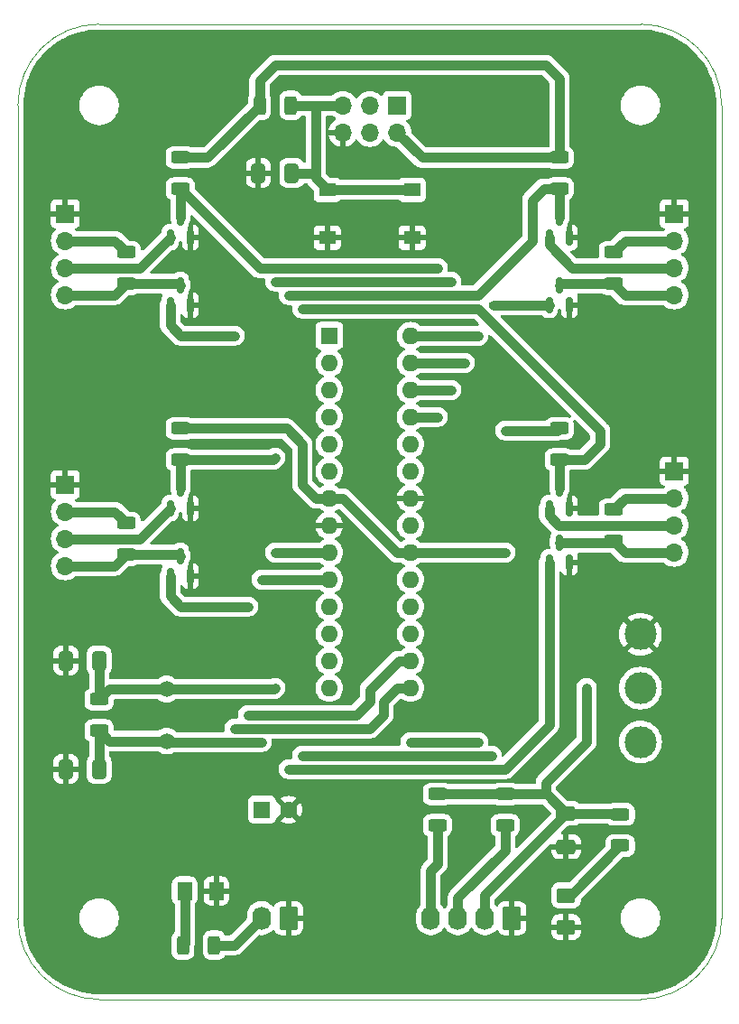
<source format=gbr>
%TF.GenerationSoftware,KiCad,Pcbnew,8.0.2*%
%TF.CreationDate,2024-05-09T13:50:33-05:00*%
%TF.ProjectId,multifan-i2c-controller,6d756c74-6966-4616-9e2d-6932632d636f,A*%
%TF.SameCoordinates,Original*%
%TF.FileFunction,Copper,L1,Top*%
%TF.FilePolarity,Positive*%
%FSLAX46Y46*%
G04 Gerber Fmt 4.6, Leading zero omitted, Abs format (unit mm)*
G04 Created by KiCad (PCBNEW 8.0.2) date 2024-05-09 13:50:33*
%MOMM*%
%LPD*%
G01*
G04 APERTURE LIST*
G04 Aperture macros list*
%AMRoundRect*
0 Rectangle with rounded corners*
0 $1 Rounding radius*
0 $2 $3 $4 $5 $6 $7 $8 $9 X,Y pos of 4 corners*
0 Add a 4 corners polygon primitive as box body*
4,1,4,$2,$3,$4,$5,$6,$7,$8,$9,$2,$3,0*
0 Add four circle primitives for the rounded corners*
1,1,$1+$1,$2,$3*
1,1,$1+$1,$4,$5*
1,1,$1+$1,$6,$7*
1,1,$1+$1,$8,$9*
0 Add four rect primitives between the rounded corners*
20,1,$1+$1,$2,$3,$4,$5,0*
20,1,$1+$1,$4,$5,$6,$7,0*
20,1,$1+$1,$6,$7,$8,$9,0*
20,1,$1+$1,$8,$9,$2,$3,0*%
G04 Aperture macros list end*
%TA.AperFunction,SMDPad,CuDef*%
%ADD10RoundRect,0.150000X0.150000X-0.587500X0.150000X0.587500X-0.150000X0.587500X-0.150000X-0.587500X0*%
%TD*%
%TA.AperFunction,SMDPad,CuDef*%
%ADD11RoundRect,0.250000X-0.412500X-0.650000X0.412500X-0.650000X0.412500X0.650000X-0.412500X0.650000X0*%
%TD*%
%TA.AperFunction,SMDPad,CuDef*%
%ADD12RoundRect,0.250000X-0.312500X-0.625000X0.312500X-0.625000X0.312500X0.625000X-0.312500X0.625000X0*%
%TD*%
%TA.AperFunction,ComponentPad*%
%ADD13R,1.700000X1.700000*%
%TD*%
%TA.AperFunction,ComponentPad*%
%ADD14O,1.700000X1.700000*%
%TD*%
%TA.AperFunction,SMDPad,CuDef*%
%ADD15RoundRect,0.250000X0.412500X0.650000X-0.412500X0.650000X-0.412500X-0.650000X0.412500X-0.650000X0*%
%TD*%
%TA.AperFunction,SMDPad,CuDef*%
%ADD16RoundRect,0.250000X-0.625000X0.312500X-0.625000X-0.312500X0.625000X-0.312500X0.625000X0.312500X0*%
%TD*%
%TA.AperFunction,ComponentPad*%
%ADD17C,3.000000*%
%TD*%
%TA.AperFunction,SMDPad,CuDef*%
%ADD18RoundRect,0.250001X0.624999X-0.462499X0.624999X0.462499X-0.624999X0.462499X-0.624999X-0.462499X0*%
%TD*%
%TA.AperFunction,SMDPad,CuDef*%
%ADD19R,1.550000X1.300000*%
%TD*%
%TA.AperFunction,ComponentPad*%
%ADD20C,1.500000*%
%TD*%
%TA.AperFunction,ComponentPad*%
%ADD21O,1.600000X1.600000*%
%TD*%
%TA.AperFunction,ComponentPad*%
%ADD22R,1.600000X1.600000*%
%TD*%
%TA.AperFunction,ComponentPad*%
%ADD23RoundRect,0.250000X0.620000X0.845000X-0.620000X0.845000X-0.620000X-0.845000X0.620000X-0.845000X0*%
%TD*%
%TA.AperFunction,ComponentPad*%
%ADD24O,1.740000X2.190000*%
%TD*%
%TA.AperFunction,ComponentPad*%
%ADD25C,1.600000*%
%TD*%
%TA.AperFunction,SMDPad,CuDef*%
%ADD26RoundRect,0.250001X0.462499X0.624999X-0.462499X0.624999X-0.462499X-0.624999X0.462499X-0.624999X0*%
%TD*%
%TA.AperFunction,SMDPad,CuDef*%
%ADD27RoundRect,0.250000X0.312500X0.625000X-0.312500X0.625000X-0.312500X-0.625000X0.312500X-0.625000X0*%
%TD*%
%TA.AperFunction,SMDPad,CuDef*%
%ADD28RoundRect,0.250000X-0.650000X0.412500X-0.650000X-0.412500X0.650000X-0.412500X0.650000X0.412500X0*%
%TD*%
%TA.AperFunction,ViaPad*%
%ADD29C,0.600000*%
%TD*%
%TA.AperFunction,Conductor*%
%ADD30C,0.889000*%
%TD*%
%TA.AperFunction,Profile*%
%ADD31C,0.050000*%
%TD*%
G04 APERTURE END LIST*
D10*
%TO.P,Q12,1,G*%
%TO.N,Net-(M4-Tacho)*%
X118430000Y-63167500D03*
%TO.P,Q12,2,S*%
%TO.N,GND*%
X120330000Y-63167500D03*
%TO.P,Q12,3,D*%
%TO.N,/fan3/TACHO*%
X119380000Y-61292500D03*
%TD*%
%TO.P,Q11,3,D*%
%TO.N,/fan2/TACHO*%
X119380000Y-86692500D03*
%TO.P,Q11,2,S*%
%TO.N,GND*%
X120330000Y-88567500D03*
%TO.P,Q11,1,G*%
%TO.N,Net-(M3-Tacho)*%
X118430000Y-88567500D03*
%TD*%
%TO.P,Q10,1,G*%
%TO.N,Net-(M2-Tacho)*%
X82870000Y-88567500D03*
%TO.P,Q10,2,S*%
%TO.N,GND*%
X84770000Y-88567500D03*
%TO.P,Q10,3,D*%
%TO.N,/fan1/TACHO*%
X83820000Y-86692500D03*
%TD*%
%TO.P,Q9,3,D*%
%TO.N,/fan/TACHO*%
X83820000Y-61292500D03*
%TO.P,Q9,2,S*%
%TO.N,GND*%
X84770000Y-63167500D03*
%TO.P,Q9,1,G*%
%TO.N,Net-(M1-Tacho)*%
X82870000Y-63167500D03*
%TD*%
%TO.P,Q4,1,G*%
%TO.N,/fan3/PWM*%
X118430000Y-69517500D03*
%TO.P,Q4,2,S*%
%TO.N,GND*%
X120330000Y-69517500D03*
%TO.P,Q4,3,D*%
%TO.N,Net-(M4-PWM)*%
X119380000Y-67642500D03*
%TD*%
%TO.P,Q3,3,D*%
%TO.N,Net-(M3-PWM)*%
X119380000Y-91772500D03*
%TO.P,Q3,2,S*%
%TO.N,GND*%
X120330000Y-93647500D03*
%TO.P,Q3,1,G*%
%TO.N,/fan2/PWM*%
X118430000Y-93647500D03*
%TD*%
%TO.P,Q2,3,D*%
%TO.N,Net-(M2-PWM)*%
X83820000Y-93042500D03*
%TO.P,Q2,2,S*%
%TO.N,GND*%
X84770000Y-94917500D03*
%TO.P,Q2,1,G*%
%TO.N,/fan1/PWM*%
X82870000Y-94917500D03*
%TD*%
%TO.P,Q1,1,G*%
%TO.N,/fan/PWM*%
X82870000Y-69517500D03*
%TO.P,Q1,2,S*%
%TO.N,GND*%
X84770000Y-69517500D03*
%TO.P,Q1,3,D*%
%TO.N,Net-(M1-PWM)*%
X83820000Y-67642500D03*
%TD*%
D11*
%TO.P,C1,1*%
%TO.N,GND*%
X73075000Y-113030000D03*
%TO.P,C1,2*%
%TO.N,Net-(U1-XTAL2{slash}PB7)*%
X76200000Y-113030000D03*
%TD*%
D12*
%TO.P,R14,1*%
%TO.N,VCC*%
X91247500Y-50800000D03*
%TO.P,R14,2*%
%TO.N,RESET*%
X94172500Y-50800000D03*
%TD*%
D13*
%TO.P,M1,1,-*%
%TO.N,GND*%
X73025000Y-60960000D03*
D14*
%TO.P,M1,2,+*%
%TO.N,+12V*%
X73025000Y-63500000D03*
%TO.P,M1,3,Tacho*%
%TO.N,Net-(M1-Tacho)*%
X73025000Y-66040000D03*
%TO.P,M1,4,PWM*%
%TO.N,Net-(M1-PWM)*%
X73025000Y-68580000D03*
%TD*%
D15*
%TO.P,C2,1*%
%TO.N,Net-(U1-XTAL1{slash}PB6)*%
X76200000Y-102870000D03*
%TO.P,C2,2*%
%TO.N,GND*%
X73075000Y-102870000D03*
%TD*%
D16*
%TO.P,R10,1*%
%TO.N,VCC*%
X114300000Y-115377500D03*
%TO.P,R10,2*%
%TO.N,SDA*%
X114300000Y-118302500D03*
%TD*%
%TO.P,R4,1*%
%TO.N,VCC*%
X83820000Y-81087500D03*
%TO.P,R4,2*%
%TO.N,/fan1/TACHO*%
X83820000Y-84012500D03*
%TD*%
%TO.P,R1,1*%
%TO.N,Net-(U1-XTAL1{slash}PB6)*%
X76200000Y-106487500D03*
%TO.P,R1,2*%
%TO.N,Net-(U1-XTAL2{slash}PB7)*%
X76200000Y-109412500D03*
%TD*%
D13*
%TO.P,M4,1,-*%
%TO.N,GND*%
X130175000Y-60960000D03*
D14*
%TO.P,M4,2,+*%
%TO.N,+12V*%
X130175000Y-63500000D03*
%TO.P,M4,3,Tacho*%
%TO.N,Net-(M4-Tacho)*%
X130175000Y-66040000D03*
%TO.P,M4,4,PWM*%
%TO.N,Net-(M4-PWM)*%
X130175000Y-68580000D03*
%TD*%
D16*
%TO.P,R11,1*%
%TO.N,VCC*%
X107950000Y-115377500D03*
%TO.P,R11,2*%
%TO.N,SCL*%
X107950000Y-118302500D03*
%TD*%
D17*
%TO.P,TP3,1,1*%
%TO.N,+12V*%
X127000000Y-110490000D03*
%TD*%
D16*
%TO.P,R9,1*%
%TO.N,+12V*%
X124460000Y-64577500D03*
%TO.P,R9,2*%
%TO.N,Net-(M4-PWM)*%
X124460000Y-67502500D03*
%TD*%
D13*
%TO.P,M3,1,-*%
%TO.N,GND*%
X130175000Y-85090000D03*
D14*
%TO.P,M3,2,+*%
%TO.N,+12V*%
X130175000Y-87630000D03*
%TO.P,M3,3,Tacho*%
%TO.N,Net-(M3-Tacho)*%
X130175000Y-90170000D03*
%TO.P,M3,4,PWM*%
%TO.N,Net-(M3-PWM)*%
X130175000Y-92710000D03*
%TD*%
D18*
%TO.P,D1,2,A*%
%TO.N,Net-(D1-A)*%
X120015000Y-124877500D03*
%TO.P,D1,1,K*%
%TO.N,GND*%
X120015000Y-127852500D03*
%TD*%
D19*
%TO.P,SW1,1,1*%
%TO.N,GND*%
X105575000Y-63210000D03*
X97625000Y-63210000D03*
%TO.P,SW1,2,2*%
%TO.N,RESET*%
X105575000Y-58710000D03*
X97625000Y-58710000D03*
%TD*%
D20*
%TO.P,Y1,1,1*%
%TO.N,Net-(U1-XTAL2{slash}PB7)*%
X82550000Y-110400000D03*
%TO.P,Y1,2,2*%
%TO.N,Net-(U1-XTAL1{slash}PB6)*%
X82550000Y-105520000D03*
%TD*%
D15*
%TO.P,C5,1*%
%TO.N,RESET*%
X94272500Y-57150000D03*
%TO.P,C5,2*%
%TO.N,GND*%
X91147500Y-57150000D03*
%TD*%
D13*
%TO.P,J4,1,MISO*%
%TO.N,MISO*%
X104140000Y-50800000D03*
D14*
%TO.P,J4,2,VCC*%
%TO.N,VCC*%
X104140000Y-53340000D03*
%TO.P,J4,3,SCK*%
%TO.N,SCK*%
X101600000Y-50800000D03*
%TO.P,J4,4,MOSI*%
%TO.N,MOSI*%
X101600000Y-53340000D03*
%TO.P,J4,5,~{RST}*%
%TO.N,RESET*%
X99060000Y-50800000D03*
%TO.P,J4,6,GND*%
%TO.N,GND*%
X99060000Y-53340000D03*
%TD*%
D17*
%TO.P,TP1,1,1*%
%TO.N,GND*%
X127000000Y-100390000D03*
%TD*%
D16*
%TO.P,R2,1*%
%TO.N,VCC*%
X83820000Y-55687500D03*
%TO.P,R2,2*%
%TO.N,/fan/TACHO*%
X83820000Y-58612500D03*
%TD*%
D21*
%TO.P,U1,28,PC5*%
%TO.N,SCL*%
X105420000Y-72400000D03*
%TO.P,U1,27,PC4*%
%TO.N,SDA*%
X105420000Y-74940000D03*
%TO.P,U1,26,PC3*%
%TO.N,/fan1/TACHO*%
X105420000Y-77480000D03*
%TO.P,U1,25,PC2*%
%TO.N,/fan/TACHO*%
X105420000Y-80020000D03*
%TO.P,U1,24,PC1*%
%TO.N,unconnected-(U1-PC1-Pad24)*%
X105420000Y-82560000D03*
%TO.P,U1,23,PC0*%
%TO.N,unconnected-(U1-PC0-Pad23)*%
X105420000Y-85100000D03*
%TO.P,U1,22,GND*%
%TO.N,GND*%
X105420000Y-87640000D03*
%TO.P,U1,21,AREF*%
%TO.N,unconnected-(U1-AREF-Pad21)*%
X105420000Y-90180000D03*
%TO.P,U1,20,AVCC*%
%TO.N,VCC*%
X105420000Y-92720000D03*
%TO.P,U1,19,PB5*%
%TO.N,SCK*%
X105420000Y-95260000D03*
%TO.P,U1,18,PB4*%
%TO.N,MISO*%
X105420000Y-97800000D03*
%TO.P,U1,17,PB3*%
%TO.N,MOSI*%
X105420000Y-100340000D03*
%TO.P,U1,16,PB2*%
%TO.N,/fan1/PWM*%
X105420000Y-102880000D03*
%TO.P,U1,15,PB1*%
%TO.N,/fan/PWM*%
X105420000Y-105420000D03*
%TO.P,U1,14,PB0*%
%TO.N,unconnected-(U1-PB0-Pad14)*%
X97800000Y-105420000D03*
%TO.P,U1,13,PD7*%
%TO.N,unconnected-(U1-PD7-Pad13)*%
X97800000Y-102880000D03*
%TO.P,U1,12,PD6*%
%TO.N,/fan3/PWM*%
X97800000Y-100340000D03*
%TO.P,U1,11,PD5*%
%TO.N,/fan2/PWM*%
X97800000Y-97800000D03*
%TO.P,U1,10,XTAL2/PB7*%
%TO.N,Net-(U1-XTAL2{slash}PB7)*%
X97800000Y-95260000D03*
%TO.P,U1,9,XTAL1/PB6*%
%TO.N,Net-(U1-XTAL1{slash}PB6)*%
X97800000Y-92720000D03*
%TO.P,U1,8,GND*%
%TO.N,GND*%
X97800000Y-90180000D03*
%TO.P,U1,7,VCC*%
%TO.N,VCC*%
X97800000Y-87640000D03*
%TO.P,U1,6,PD4*%
%TO.N,unconnected-(U1-PD4-Pad6)*%
X97800000Y-85100000D03*
%TO.P,U1,5,PD3*%
%TO.N,/fan3/TACHO*%
X97800000Y-82560000D03*
%TO.P,U1,4,PD2*%
%TO.N,/fan2/TACHO*%
X97800000Y-80020000D03*
%TO.P,U1,3,PD1*%
%TO.N,unconnected-(U1-PD1-Pad3)*%
X97800000Y-77480000D03*
%TO.P,U1,2,PD0*%
%TO.N,unconnected-(U1-PD0-Pad2)*%
X97800000Y-74940000D03*
D22*
%TO.P,U1,1,~{RESET}/PC6*%
%TO.N,RESET*%
X97800000Y-72400000D03*
%TD*%
D16*
%TO.P,R5,1*%
%TO.N,+12V*%
X78740000Y-89977500D03*
%TO.P,R5,2*%
%TO.N,Net-(M2-PWM)*%
X78740000Y-92902500D03*
%TD*%
D17*
%TO.P,TP2,1,1*%
%TO.N,VCC*%
X127000000Y-105440000D03*
%TD*%
D23*
%TO.P,J2,1,Pin_1*%
%TO.N,GND*%
X93980000Y-127000000D03*
D24*
%TO.P,J2,2,Pin_2*%
%TO.N,+12V*%
X91440000Y-127000000D03*
%TD*%
D16*
%TO.P,R7,1*%
%TO.N,+12V*%
X124460000Y-88707500D03*
%TO.P,R7,2*%
%TO.N,Net-(M3-PWM)*%
X124460000Y-91632500D03*
%TD*%
%TO.P,R8,1*%
%TO.N,VCC*%
X119380000Y-55687500D03*
%TO.P,R8,2*%
%TO.N,/fan3/TACHO*%
X119380000Y-58612500D03*
%TD*%
D22*
%TO.P,C4,1*%
%TO.N,+12V*%
X91480000Y-116840000D03*
D25*
%TO.P,C4,2*%
%TO.N,GND*%
X93980000Y-116840000D03*
%TD*%
D16*
%TO.P,R3,1*%
%TO.N,+12V*%
X78740000Y-64577500D03*
%TO.P,R3,2*%
%TO.N,Net-(M1-PWM)*%
X78740000Y-67502500D03*
%TD*%
D26*
%TO.P,D2,1,K*%
%TO.N,GND*%
X87212500Y-124460000D03*
%TO.P,D2,2,A*%
%TO.N,Net-(D2-A)*%
X84237500Y-124460000D03*
%TD*%
D23*
%TO.P,J1,1,Pin_1*%
%TO.N,GND*%
X114935000Y-127000000D03*
D24*
%TO.P,J1,2,Pin_2*%
%TO.N,VCC*%
X112395000Y-127000000D03*
%TO.P,J1,3,Pin_3*%
%TO.N,SDA*%
X109855000Y-127000000D03*
%TO.P,J1,4,Pin_4*%
%TO.N,SCL*%
X107315000Y-127000000D03*
%TD*%
D13*
%TO.P,M2,1,-*%
%TO.N,GND*%
X73025000Y-86360000D03*
D14*
%TO.P,M2,2,+*%
%TO.N,+12V*%
X73025000Y-88900000D03*
%TO.P,M2,3,Tacho*%
%TO.N,Net-(M2-Tacho)*%
X73025000Y-91440000D03*
%TO.P,M2,4,PWM*%
%TO.N,Net-(M2-PWM)*%
X73025000Y-93980000D03*
%TD*%
D27*
%TO.P,R13,1*%
%TO.N,+12V*%
X86995000Y-129540000D03*
%TO.P,R13,2*%
%TO.N,Net-(D2-A)*%
X84070000Y-129540000D03*
%TD*%
D16*
%TO.P,R6,1*%
%TO.N,VCC*%
X119380000Y-81087500D03*
%TO.P,R6,2*%
%TO.N,/fan2/TACHO*%
X119380000Y-84012500D03*
%TD*%
D28*
%TO.P,C3,1*%
%TO.N,VCC*%
X120015000Y-117182500D03*
%TO.P,C3,2*%
%TO.N,GND*%
X120015000Y-120307500D03*
%TD*%
D16*
%TO.P,R12,1*%
%TO.N,VCC*%
X125095000Y-117282500D03*
%TO.P,R12,2*%
%TO.N,Net-(D1-A)*%
X125095000Y-120207500D03*
%TD*%
D29*
%TO.N,VCC*%
X121920000Y-105410000D03*
%TO.N,SCL*%
X105410000Y-110490000D03*
%TO.N,/fan3/PWM*%
X113030000Y-69517500D03*
%TO.N,VCC*%
X114300000Y-55687500D03*
X114300000Y-81280000D03*
X114300000Y-92710000D03*
%TO.N,/fan/TACHO*%
X107950000Y-80010000D03*
X107950000Y-66040000D03*
%TO.N,/fan1/TACHO*%
X109220000Y-67310000D03*
X92710000Y-83820000D03*
X92710000Y-67310000D03*
X109220000Y-77470000D03*
%TO.N,SDA*%
X110490000Y-74930000D03*
%TO.N,SCL*%
X111760000Y-72390000D03*
%TO.N,/fan/PWM*%
X88900000Y-109220000D03*
X88900000Y-72390000D03*
%TO.N,/fan1/PWM*%
X90170000Y-97790000D03*
X90170000Y-107950000D03*
%TO.N,Net-(U1-XTAL2{slash}PB7)*%
X91440000Y-110490000D03*
X91440000Y-95250000D03*
%TO.N,Net-(U1-XTAL1{slash}PB6)*%
X92710000Y-105410000D03*
X92710000Y-92710000D03*
%TO.N,/fan3/PWM*%
X113030000Y-111760000D03*
X95250000Y-111760000D03*
%TO.N,/fan2/PWM*%
X93980000Y-113030000D03*
%TO.N,SCL*%
X111760000Y-110490000D03*
%TO.N,/fan3/TACHO*%
X93980000Y-68580000D03*
%TO.N,/fan2/TACHO*%
X95250000Y-69850000D03*
%TD*%
D30*
%TO.N,RESET*%
X94272500Y-57150000D02*
X96520000Y-57150000D01*
%TO.N,VCC*%
X118110000Y-115377500D02*
X117917500Y-115377500D01*
X121920000Y-110490000D02*
X121920000Y-105410000D01*
X118210000Y-115377500D02*
X118110000Y-115377500D01*
X118110000Y-115377500D02*
X118110000Y-114300000D01*
X118110000Y-114300000D02*
X121920000Y-110490000D01*
%TO.N,Net-(D2-A)*%
X84237500Y-124460000D02*
X84237500Y-129372500D01*
X84237500Y-129372500D02*
X84070000Y-129540000D01*
%TO.N,Net-(D1-A)*%
X120015000Y-124877500D02*
X120425000Y-124877500D01*
X120425000Y-124877500D02*
X125095000Y-120207500D01*
%TO.N,VCC*%
X120015000Y-117182500D02*
X124360000Y-117182500D01*
X124360000Y-117182500D02*
X124460000Y-117282500D01*
X120015000Y-117182500D02*
X118210000Y-115377500D01*
X112395000Y-127000000D02*
X112395000Y-124802500D01*
X112395000Y-124802500D02*
X120015000Y-117182500D01*
%TO.N,Net-(U1-XTAL2{slash}PB7)*%
X82550000Y-110400000D02*
X77187500Y-110400000D01*
X77187500Y-110400000D02*
X76200000Y-109412500D01*
%TO.N,Net-(U1-XTAL1{slash}PB6)*%
X82550000Y-105520000D02*
X77167500Y-105520000D01*
X77167500Y-105520000D02*
X76200000Y-106487500D01*
X76200000Y-106487500D02*
X76200000Y-102870000D01*
%TO.N,Net-(U1-XTAL2{slash}PB7)*%
X76200000Y-113030000D02*
X76200000Y-109412500D01*
%TO.N,SCL*%
X111760000Y-110490000D02*
X105410000Y-110490000D01*
%TO.N,/fan3/PWM*%
X113030000Y-111760000D02*
X95250000Y-111760000D01*
%TO.N,/fan2/PWM*%
X93980000Y-113030000D02*
X114300000Y-113030000D01*
%TO.N,VCC*%
X83820000Y-81087500D02*
X93787500Y-81087500D01*
X93787500Y-81087500D02*
X95250000Y-82550000D01*
X95250000Y-82550000D02*
X95250000Y-86360000D01*
X95250000Y-86360000D02*
X96530000Y-87640000D01*
X96530000Y-87640000D02*
X97800000Y-87640000D01*
%TO.N,/fan3/PWM*%
X115902500Y-69517500D02*
X113223552Y-69517500D01*
%TO.N,VCC*%
X119380000Y-55687500D02*
X114300000Y-55687500D01*
X114300000Y-55687500D02*
X106487500Y-55687500D01*
X105420000Y-92720000D02*
X114290000Y-92720000D01*
X114290000Y-92720000D02*
X114300000Y-92710000D01*
X119187500Y-81280000D02*
X119380000Y-81087500D01*
X114300000Y-81280000D02*
X119187500Y-81280000D01*
%TO.N,/fan/TACHO*%
X83820000Y-58612500D02*
X91247500Y-66040000D01*
X91247500Y-66040000D02*
X107950000Y-66040000D01*
X107950000Y-80010000D02*
X105430000Y-80010000D01*
X105430000Y-80010000D02*
X105420000Y-80020000D01*
%TO.N,/fan1/TACHO*%
X92517500Y-84012500D02*
X92710000Y-83820000D01*
X83820000Y-84012500D02*
X92517500Y-84012500D01*
X109220000Y-67310000D02*
X92710000Y-67310000D01*
%TO.N,/fan3/TACHO*%
X119380000Y-58612500D02*
X117917500Y-58612500D01*
X117917500Y-58612500D02*
X116840000Y-59690000D01*
X93980000Y-68580000D02*
X111760000Y-68580000D01*
X111760000Y-68580000D02*
X116840000Y-63500000D01*
X116840000Y-63500000D02*
X116840000Y-59690000D01*
%TO.N,/fan1/TACHO*%
X109210000Y-77480000D02*
X109220000Y-77470000D01*
X105420000Y-77480000D02*
X109210000Y-77480000D01*
%TO.N,SDA*%
X110480000Y-74940000D02*
X110490000Y-74930000D01*
X105420000Y-74940000D02*
X110480000Y-74940000D01*
%TO.N,SCL*%
X111750000Y-72400000D02*
X111760000Y-72390000D01*
X105420000Y-72400000D02*
X111750000Y-72400000D01*
%TO.N,/fan/PWM*%
X90170000Y-109220000D02*
X88900000Y-109220000D01*
X83820000Y-72390000D02*
X88900000Y-72390000D01*
%TO.N,/fan1/PWM*%
X91440000Y-107950000D02*
X90170000Y-107950000D01*
X90170000Y-97790000D02*
X83820000Y-97790000D01*
%TO.N,Net-(U1-XTAL2{slash}PB7)*%
X91440000Y-110490000D02*
X82640000Y-110490000D01*
X82640000Y-110490000D02*
X82550000Y-110400000D01*
X91450000Y-95260000D02*
X91440000Y-95250000D01*
X97800000Y-95260000D02*
X91450000Y-95260000D01*
%TO.N,/fan/PWM*%
X82870000Y-69517500D02*
X82870000Y-71440000D01*
X82870000Y-71440000D02*
X83820000Y-72390000D01*
X92710000Y-109220000D02*
X90170000Y-109220000D01*
%TO.N,/fan1/PWM*%
X82870000Y-94917500D02*
X82870000Y-96840000D01*
X82870000Y-96840000D02*
X83820000Y-97790000D01*
X93980000Y-107950000D02*
X91440000Y-107950000D01*
%TO.N,Net-(U1-XTAL1{slash}PB6)*%
X82550000Y-105520000D02*
X92600000Y-105520000D01*
X92600000Y-105520000D02*
X92710000Y-105410000D01*
X97800000Y-92720000D02*
X92720000Y-92720000D01*
X92720000Y-92720000D02*
X92710000Y-92710000D01*
%TO.N,/fan/PWM*%
X101600000Y-109220000D02*
X92710000Y-109220000D01*
X102870000Y-107950000D02*
X101600000Y-109220000D01*
%TO.N,/fan1/PWM*%
X101600000Y-105568630D02*
X101600000Y-106680000D01*
X104288630Y-102880000D02*
X101600000Y-105568630D01*
X105420000Y-102880000D02*
X104288630Y-102880000D01*
X101600000Y-106680000D02*
X100330000Y-107950000D01*
%TO.N,/fan/PWM*%
X105420000Y-105420000D02*
X104130000Y-105420000D01*
X102870000Y-106680000D02*
X102870000Y-107950000D01*
X104130000Y-105420000D02*
X102870000Y-106680000D01*
%TO.N,/fan2/PWM*%
X118430000Y-93647500D02*
X118430000Y-108900000D01*
X118430000Y-108900000D02*
X114300000Y-113030000D01*
%TO.N,/fan3/PWM*%
X118430000Y-69517500D02*
X115902500Y-69517500D01*
%TO.N,Net-(M3-PWM)*%
X119380000Y-91772500D02*
X124320000Y-91772500D01*
X124320000Y-91772500D02*
X124460000Y-91632500D01*
%TO.N,Net-(M3-Tacho)*%
X118430000Y-88567500D02*
X118430000Y-89304999D01*
X118430000Y-89304999D02*
X119295001Y-90170000D01*
X119295001Y-90170000D02*
X130175000Y-90170000D01*
%TO.N,+12V*%
X86995000Y-129540000D02*
X88900000Y-129540000D01*
X88900000Y-129540000D02*
X91440000Y-127000000D01*
%TO.N,VCC*%
X107950000Y-115377500D02*
X117917500Y-115377500D01*
%TO.N,SCL*%
X107315000Y-122555000D02*
X107950000Y-121920000D01*
X107315000Y-127000000D02*
X107315000Y-122555000D01*
X107950000Y-121920000D02*
X107950000Y-118302500D01*
%TO.N,SDA*%
X114300000Y-118302500D02*
X114300000Y-120650000D01*
X109855000Y-125095000D02*
X114300000Y-120650000D01*
X109855000Y-127000000D02*
X109855000Y-125095000D01*
%TO.N,/fan3/TACHO*%
X119380000Y-61292500D02*
X119380000Y-59690000D01*
X119380000Y-59690000D02*
X119380000Y-58612500D01*
%TO.N,/fan2/TACHO*%
X119380000Y-84012500D02*
X121727500Y-84012500D01*
X123190000Y-81280000D02*
X111760000Y-69850000D01*
X121727500Y-84012500D02*
X123190000Y-82550000D01*
X123190000Y-82550000D02*
X123190000Y-81280000D01*
X111760000Y-69850000D02*
X95250000Y-69850000D01*
%TO.N,RESET*%
X97625000Y-58710000D02*
X105575000Y-58710000D01*
%TO.N,VCC*%
X97790000Y-87630000D02*
X97800000Y-87640000D01*
X92710000Y-46990000D02*
X118110000Y-46990000D01*
X91247500Y-50800000D02*
X91247500Y-48452500D01*
X118110000Y-46990000D02*
X119380000Y-48260000D01*
X91247500Y-48452500D02*
X92710000Y-46990000D01*
X91247500Y-50800000D02*
X86360000Y-55687500D01*
X86360000Y-55687500D02*
X83820000Y-55687500D01*
X106487500Y-55687500D02*
X104140000Y-53340000D01*
X105420000Y-92720000D02*
X104150000Y-92720000D01*
X104150000Y-92720000D02*
X99070000Y-87640000D01*
X99070000Y-87640000D02*
X97800000Y-87640000D01*
%TO.N,RESET*%
X96520000Y-50800000D02*
X94172500Y-50800000D01*
X96520000Y-50800000D02*
X96520000Y-57605000D01*
X99060000Y-50800000D02*
X96520000Y-50800000D01*
X96520000Y-57605000D02*
X97625000Y-58710000D01*
X97800000Y-72400000D02*
X97800000Y-72380000D01*
%TO.N,/fan1/TACHO*%
X83820000Y-84012500D02*
X83820000Y-86692500D01*
%TO.N,/fan2/TACHO*%
X119380000Y-84012500D02*
X119380000Y-86692500D01*
%TO.N,Net-(M4-PWM)*%
X124460000Y-67502500D02*
X119520000Y-67502500D01*
X119520000Y-67502500D02*
X119380000Y-67642500D01*
%TO.N,Net-(M4-Tacho)*%
X130175000Y-66040000D02*
X120565001Y-66040000D01*
X120565001Y-66040000D02*
X118430000Y-63904999D01*
X118430000Y-63904999D02*
X118430000Y-63167500D01*
%TO.N,Net-(M2-Tacho)*%
X73025000Y-91440000D02*
X79997500Y-91440000D01*
X79997500Y-91440000D02*
X82870000Y-88567500D01*
%TO.N,+12V*%
X73025000Y-88900000D02*
X77662500Y-88900000D01*
X77662500Y-88900000D02*
X78740000Y-89977500D01*
%TO.N,Net-(M2-PWM)*%
X73025000Y-93980000D02*
X77662500Y-93980000D01*
X77662500Y-93980000D02*
X78740000Y-92902500D01*
X78740000Y-92902500D02*
X83680000Y-92902500D01*
X83680000Y-92902500D02*
X83820000Y-93042500D01*
%TO.N,+12V*%
X130175000Y-63500000D02*
X125537500Y-63500000D01*
X125537500Y-63500000D02*
X124460000Y-64577500D01*
X130175000Y-87630000D02*
X125537500Y-87630000D01*
X125537500Y-87630000D02*
X124460000Y-88707500D01*
%TO.N,Net-(M3-PWM)*%
X130175000Y-92710000D02*
X125537500Y-92710000D01*
X125537500Y-92710000D02*
X124460000Y-91632500D01*
%TO.N,Net-(M4-PWM)*%
X130175000Y-68580000D02*
X125537500Y-68580000D01*
X125537500Y-68580000D02*
X124460000Y-67502500D01*
%TO.N,/fan/TACHO*%
X83820000Y-61292500D02*
X83820000Y-58612500D01*
%TO.N,Net-(M1-Tacho)*%
X73025000Y-66040000D02*
X79997500Y-66040000D01*
X79997500Y-66040000D02*
X82870000Y-63167500D01*
%TO.N,Net-(M1-PWM)*%
X78740000Y-67502500D02*
X83680000Y-67502500D01*
X83680000Y-67502500D02*
X83820000Y-67642500D01*
%TO.N,+12V*%
X73025000Y-63500000D02*
X77662500Y-63500000D01*
X77662500Y-63500000D02*
X78740000Y-64577500D01*
%TO.N,Net-(M1-PWM)*%
X73025000Y-68580000D02*
X77662500Y-68580000D01*
X77662500Y-68580000D02*
X78740000Y-67502500D01*
%TO.N,VCC*%
X119380000Y-48260000D02*
X119380000Y-55687500D01*
%TO.N,/fan1/PWM*%
X100330000Y-107950000D02*
X93980000Y-107950000D01*
%TD*%
%TA.AperFunction,Conductor*%
%TO.N,GND*%
G36*
X127002211Y-43680578D02*
G01*
X127503484Y-43698482D01*
X127512277Y-43699110D01*
X128008832Y-43752495D01*
X128017548Y-43753748D01*
X128509028Y-43842421D01*
X128517636Y-43844294D01*
X129001513Y-43967797D01*
X129009993Y-43970287D01*
X129483801Y-44127985D01*
X129492093Y-44131077D01*
X129953464Y-44322183D01*
X129961503Y-44325855D01*
X130408055Y-44549383D01*
X130415803Y-44553612D01*
X130845296Y-44808442D01*
X130852730Y-44813221D01*
X131262914Y-45098018D01*
X131270000Y-45103322D01*
X131470799Y-45265135D01*
X131658840Y-45416668D01*
X131665516Y-45422453D01*
X131848264Y-45592597D01*
X132031005Y-45762735D01*
X132037264Y-45768994D01*
X132377540Y-46134476D01*
X132383337Y-46141166D01*
X132696677Y-46529999D01*
X132701981Y-46537085D01*
X132986778Y-46947269D01*
X132991564Y-46954715D01*
X133246377Y-47384179D01*
X133250619Y-47391949D01*
X133474141Y-47838490D01*
X133477818Y-47846541D01*
X133668921Y-48307904D01*
X133672014Y-48316198D01*
X133829710Y-48790000D01*
X133832204Y-48798493D01*
X133955700Y-49282343D01*
X133957582Y-49290992D01*
X134046247Y-49782428D01*
X134047507Y-49791190D01*
X134100887Y-50287704D01*
X134101518Y-50296533D01*
X134119421Y-50797788D01*
X134119500Y-50802214D01*
X134119500Y-126997785D01*
X134119421Y-127002211D01*
X134101518Y-127503466D01*
X134100887Y-127512295D01*
X134047507Y-128008809D01*
X134046247Y-128017571D01*
X133957582Y-128509007D01*
X133955700Y-128517656D01*
X133832204Y-129001506D01*
X133829710Y-129009999D01*
X133672014Y-129483801D01*
X133668921Y-129492095D01*
X133477818Y-129953458D01*
X133474141Y-129961509D01*
X133250619Y-130408050D01*
X133246377Y-130415820D01*
X132991564Y-130845284D01*
X132986778Y-130852730D01*
X132701981Y-131262914D01*
X132696677Y-131270000D01*
X132383337Y-131658833D01*
X132377540Y-131665523D01*
X132037264Y-132031005D01*
X132031005Y-132037264D01*
X131665523Y-132377540D01*
X131658833Y-132383337D01*
X131270000Y-132696677D01*
X131262914Y-132701981D01*
X130852730Y-132986778D01*
X130845284Y-132991564D01*
X130415820Y-133246377D01*
X130408050Y-133250619D01*
X129961509Y-133474141D01*
X129953458Y-133477818D01*
X129492095Y-133668921D01*
X129483801Y-133672014D01*
X129009999Y-133829710D01*
X129001506Y-133832204D01*
X128517656Y-133955700D01*
X128509007Y-133957582D01*
X128017571Y-134046247D01*
X128008809Y-134047507D01*
X127512295Y-134100887D01*
X127503466Y-134101518D01*
X127002212Y-134119421D01*
X126997786Y-134119500D01*
X76202214Y-134119500D01*
X76197788Y-134119421D01*
X75696533Y-134101518D01*
X75687704Y-134100887D01*
X75191190Y-134047507D01*
X75182428Y-134046247D01*
X74690992Y-133957582D01*
X74682343Y-133955700D01*
X74198493Y-133832204D01*
X74190000Y-133829710D01*
X73716198Y-133672014D01*
X73707904Y-133668921D01*
X73246541Y-133477818D01*
X73238490Y-133474141D01*
X72791949Y-133250619D01*
X72784187Y-133246381D01*
X72354710Y-132991561D01*
X72347269Y-132986778D01*
X71937085Y-132701981D01*
X71929999Y-132696677D01*
X71541166Y-132383337D01*
X71534476Y-132377540D01*
X71494086Y-132339936D01*
X71382964Y-132236477D01*
X71168994Y-132037264D01*
X71162735Y-132031005D01*
X70822459Y-131665523D01*
X70816662Y-131658833D01*
X70503322Y-131270000D01*
X70498018Y-131262914D01*
X70213221Y-130852730D01*
X70208442Y-130845296D01*
X69953612Y-130415803D01*
X69949380Y-130408050D01*
X69934062Y-130377449D01*
X69725855Y-129961503D01*
X69722181Y-129953458D01*
X69531078Y-129492095D01*
X69527985Y-129483801D01*
X69521919Y-129465576D01*
X69370287Y-129009993D01*
X69367795Y-129001506D01*
X69367247Y-128999358D01*
X69332950Y-128864983D01*
X83007000Y-128864983D01*
X83007000Y-130215001D01*
X83007001Y-130215018D01*
X83017500Y-130317796D01*
X83017501Y-130317797D01*
X83072686Y-130484334D01*
X83164788Y-130633656D01*
X83288844Y-130757712D01*
X83438166Y-130849814D01*
X83604703Y-130904999D01*
X83707491Y-130915500D01*
X84432508Y-130915499D01*
X84432516Y-130915498D01*
X84432519Y-130915498D01*
X84488802Y-130909748D01*
X84535297Y-130904999D01*
X84701834Y-130849814D01*
X84851156Y-130757712D01*
X84975212Y-130633656D01*
X85067314Y-130484334D01*
X85122499Y-130317797D01*
X85133000Y-130215009D01*
X85132999Y-129704640D01*
X85142439Y-129657186D01*
X85146184Y-129648146D01*
X85182500Y-129465574D01*
X85182500Y-129279425D01*
X85182500Y-128864983D01*
X85932000Y-128864983D01*
X85932000Y-130215001D01*
X85932001Y-130215018D01*
X85942500Y-130317796D01*
X85942501Y-130317797D01*
X85997686Y-130484334D01*
X86089788Y-130633656D01*
X86213844Y-130757712D01*
X86363166Y-130849814D01*
X86529703Y-130904999D01*
X86632491Y-130915500D01*
X87357508Y-130915499D01*
X87357516Y-130915498D01*
X87357519Y-130915498D01*
X87413802Y-130909748D01*
X87460297Y-130904999D01*
X87626834Y-130849814D01*
X87776156Y-130757712D01*
X87900212Y-130633656D01*
X87955571Y-130543903D01*
X88007519Y-130497179D01*
X88061110Y-130485000D01*
X88993076Y-130485000D01*
X88993077Y-130484999D01*
X89175646Y-130448684D01*
X89347625Y-130377448D01*
X89436898Y-130317798D01*
X89436899Y-130317798D01*
X89485747Y-130285157D01*
X89502403Y-130274029D01*
X91156932Y-128619498D01*
X91218253Y-128586015D01*
X91264004Y-128584708D01*
X91332139Y-128595500D01*
X91332142Y-128595500D01*
X91547866Y-128595500D01*
X91666230Y-128576752D01*
X91760926Y-128561754D01*
X91966089Y-128495092D01*
X92158299Y-128397157D01*
X92332821Y-128270359D01*
X92475186Y-128127993D01*
X92536505Y-128094511D01*
X92606197Y-128099495D01*
X92662131Y-128141366D01*
X92675248Y-128163277D01*
X92675640Y-128164118D01*
X92767684Y-128313345D01*
X92891654Y-128437315D01*
X93040875Y-128529356D01*
X93040880Y-128529358D01*
X93207302Y-128584505D01*
X93207309Y-128584506D01*
X93310019Y-128594999D01*
X93729999Y-128594999D01*
X93730000Y-128594998D01*
X93730000Y-127542709D01*
X93750339Y-127554452D01*
X93901667Y-127595000D01*
X94058333Y-127595000D01*
X94209661Y-127554452D01*
X94230000Y-127542709D01*
X94230000Y-128594999D01*
X94649972Y-128594999D01*
X94649986Y-128594998D01*
X94752697Y-128584505D01*
X94919119Y-128529358D01*
X94919124Y-128529356D01*
X95068345Y-128437315D01*
X95192315Y-128313345D01*
X95284356Y-128164124D01*
X95284358Y-128164119D01*
X95339505Y-127997697D01*
X95339506Y-127997690D01*
X95349999Y-127894986D01*
X95350000Y-127894973D01*
X95350000Y-127250000D01*
X94522709Y-127250000D01*
X94534452Y-127229661D01*
X94575000Y-127078333D01*
X94575000Y-126921667D01*
X94534452Y-126770339D01*
X94522709Y-126750000D01*
X95349999Y-126750000D01*
X95349999Y-126667133D01*
X105944500Y-126667133D01*
X105944500Y-127332866D01*
X105971521Y-127503466D01*
X105978246Y-127545926D01*
X106044908Y-127751089D01*
X106142843Y-127943299D01*
X106269641Y-128117821D01*
X106422179Y-128270359D01*
X106596701Y-128397157D01*
X106788911Y-128495092D01*
X106994074Y-128561754D01*
X107073973Y-128574408D01*
X107207134Y-128595500D01*
X107207139Y-128595500D01*
X107422866Y-128595500D01*
X107541230Y-128576752D01*
X107635926Y-128561754D01*
X107841089Y-128495092D01*
X108033299Y-128397157D01*
X108207821Y-128270359D01*
X108360359Y-128117821D01*
X108484682Y-127946704D01*
X108540012Y-127904040D01*
X108609626Y-127898061D01*
X108671420Y-127930667D01*
X108685315Y-127946702D01*
X108809641Y-128117821D01*
X108962179Y-128270359D01*
X109136701Y-128397157D01*
X109328911Y-128495092D01*
X109534074Y-128561754D01*
X109613973Y-128574408D01*
X109747134Y-128595500D01*
X109747139Y-128595500D01*
X109962866Y-128595500D01*
X110081230Y-128576752D01*
X110175926Y-128561754D01*
X110381089Y-128495092D01*
X110573299Y-128397157D01*
X110747821Y-128270359D01*
X110900359Y-128117821D01*
X111024682Y-127946704D01*
X111080012Y-127904040D01*
X111149626Y-127898061D01*
X111211420Y-127930667D01*
X111225315Y-127946702D01*
X111349641Y-128117821D01*
X111502179Y-128270359D01*
X111676701Y-128397157D01*
X111868911Y-128495092D01*
X112074074Y-128561754D01*
X112153973Y-128574408D01*
X112287134Y-128595500D01*
X112287139Y-128595500D01*
X112502866Y-128595500D01*
X112621230Y-128576752D01*
X112715926Y-128561754D01*
X112921089Y-128495092D01*
X113113299Y-128397157D01*
X113287821Y-128270359D01*
X113430186Y-128127993D01*
X113491505Y-128094511D01*
X113561197Y-128099495D01*
X113617131Y-128141366D01*
X113630248Y-128163277D01*
X113630640Y-128164118D01*
X113722684Y-128313345D01*
X113846654Y-128437315D01*
X113995875Y-128529356D01*
X113995880Y-128529358D01*
X114162302Y-128584505D01*
X114162309Y-128584506D01*
X114265019Y-128594999D01*
X114684999Y-128594999D01*
X114685000Y-128594998D01*
X114685000Y-127542709D01*
X114705339Y-127554452D01*
X114856667Y-127595000D01*
X115013333Y-127595000D01*
X115164661Y-127554452D01*
X115185000Y-127542709D01*
X115185000Y-128594999D01*
X115604972Y-128594999D01*
X115604986Y-128594998D01*
X115707697Y-128584505D01*
X115874119Y-128529358D01*
X115874124Y-128529356D01*
X116023345Y-128437315D01*
X116095675Y-128364985D01*
X118640000Y-128364985D01*
X118650493Y-128467689D01*
X118650494Y-128467696D01*
X118705641Y-128634118D01*
X118705643Y-128634123D01*
X118797684Y-128783344D01*
X118921655Y-128907315D01*
X119070876Y-128999356D01*
X119070881Y-128999358D01*
X119237303Y-129054505D01*
X119237310Y-129054506D01*
X119340014Y-129064999D01*
X119340027Y-129065000D01*
X119765000Y-129065000D01*
X120265000Y-129065000D01*
X120689973Y-129065000D01*
X120689985Y-129064999D01*
X120792689Y-129054506D01*
X120792696Y-129054505D01*
X120959118Y-128999358D01*
X120959123Y-128999356D01*
X121108344Y-128907315D01*
X121232315Y-128783344D01*
X121324356Y-128634123D01*
X121324358Y-128634118D01*
X121379505Y-128467696D01*
X121379506Y-128467689D01*
X121389999Y-128364985D01*
X121390000Y-128364972D01*
X121390000Y-128102500D01*
X120265000Y-128102500D01*
X120265000Y-129065000D01*
X119765000Y-129065000D01*
X119765000Y-128102500D01*
X118640000Y-128102500D01*
X118640000Y-128364985D01*
X116095675Y-128364985D01*
X116147315Y-128313345D01*
X116239356Y-128164124D01*
X116239358Y-128164119D01*
X116294505Y-127997697D01*
X116294506Y-127997690D01*
X116304999Y-127894986D01*
X116305000Y-127894973D01*
X116305000Y-127340014D01*
X118640000Y-127340014D01*
X118640000Y-127602500D01*
X119765000Y-127602500D01*
X120265000Y-127602500D01*
X121390000Y-127602500D01*
X121390000Y-127340027D01*
X121389999Y-127340014D01*
X121379506Y-127237310D01*
X121379505Y-127237303D01*
X121324358Y-127070881D01*
X121324356Y-127070876D01*
X121232315Y-126921655D01*
X121189371Y-126878711D01*
X125149500Y-126878711D01*
X125149500Y-127121288D01*
X125181161Y-127361785D01*
X125243947Y-127596104D01*
X125308144Y-127751089D01*
X125336776Y-127820212D01*
X125458064Y-128030289D01*
X125458066Y-128030292D01*
X125458067Y-128030293D01*
X125605733Y-128222736D01*
X125605739Y-128222743D01*
X125777256Y-128394260D01*
X125777263Y-128394266D01*
X125781031Y-128397157D01*
X125969711Y-128541936D01*
X126179788Y-128663224D01*
X126403900Y-128756054D01*
X126638211Y-128818838D01*
X126818586Y-128842584D01*
X126878711Y-128850500D01*
X126878712Y-128850500D01*
X127121289Y-128850500D01*
X127169388Y-128844167D01*
X127361789Y-128818838D01*
X127596100Y-128756054D01*
X127820212Y-128663224D01*
X128030289Y-128541936D01*
X128222738Y-128394265D01*
X128394265Y-128222738D01*
X128541936Y-128030289D01*
X128663224Y-127820212D01*
X128756054Y-127596100D01*
X128818838Y-127361789D01*
X128850500Y-127121288D01*
X128850500Y-126878712D01*
X128818838Y-126638211D01*
X128756054Y-126403900D01*
X128663224Y-126179788D01*
X128541936Y-125969711D01*
X128443959Y-125842025D01*
X128394266Y-125777263D01*
X128394260Y-125777256D01*
X128222743Y-125605739D01*
X128222736Y-125605733D01*
X128030293Y-125458067D01*
X128030292Y-125458066D01*
X128030289Y-125458064D01*
X127820212Y-125336776D01*
X127820205Y-125336773D01*
X127596104Y-125243947D01*
X127361785Y-125181161D01*
X127121289Y-125149500D01*
X127121288Y-125149500D01*
X126878712Y-125149500D01*
X126878711Y-125149500D01*
X126638214Y-125181161D01*
X126403895Y-125243947D01*
X126179794Y-125336773D01*
X126179785Y-125336777D01*
X125969706Y-125458067D01*
X125777263Y-125605733D01*
X125777256Y-125605739D01*
X125605739Y-125777256D01*
X125605733Y-125777263D01*
X125458067Y-125969706D01*
X125336777Y-126179785D01*
X125336773Y-126179794D01*
X125243947Y-126403895D01*
X125181161Y-126638214D01*
X125149500Y-126878711D01*
X121189371Y-126878711D01*
X121108344Y-126797684D01*
X120959123Y-126705643D01*
X120959118Y-126705641D01*
X120792696Y-126650494D01*
X120792689Y-126650493D01*
X120689985Y-126640000D01*
X120265000Y-126640000D01*
X120265000Y-127602500D01*
X119765000Y-127602500D01*
X119765000Y-126640000D01*
X119340014Y-126640000D01*
X119237310Y-126650493D01*
X119237303Y-126650494D01*
X119070881Y-126705641D01*
X119070876Y-126705643D01*
X118921655Y-126797684D01*
X118797684Y-126921655D01*
X118705643Y-127070876D01*
X118705641Y-127070881D01*
X118650494Y-127237303D01*
X118650493Y-127237310D01*
X118640000Y-127340014D01*
X116305000Y-127340014D01*
X116305000Y-127250000D01*
X115477709Y-127250000D01*
X115489452Y-127229661D01*
X115530000Y-127078333D01*
X115530000Y-126921667D01*
X115489452Y-126770339D01*
X115477709Y-126750000D01*
X116304999Y-126750000D01*
X116304999Y-126105028D01*
X116304998Y-126105013D01*
X116294505Y-126002302D01*
X116239358Y-125835880D01*
X116239356Y-125835875D01*
X116147315Y-125686654D01*
X116023345Y-125562684D01*
X115874124Y-125470643D01*
X115874119Y-125470641D01*
X115707697Y-125415494D01*
X115707690Y-125415493D01*
X115604986Y-125405000D01*
X115185000Y-125405000D01*
X115185000Y-126457290D01*
X115164661Y-126445548D01*
X115013333Y-126405000D01*
X114856667Y-126405000D01*
X114705339Y-126445548D01*
X114685000Y-126457290D01*
X114685000Y-125405000D01*
X114265028Y-125405000D01*
X114265012Y-125405001D01*
X114162302Y-125415494D01*
X113995880Y-125470641D01*
X113995875Y-125470643D01*
X113846654Y-125562684D01*
X113722684Y-125686654D01*
X113630637Y-125835885D01*
X113630245Y-125836728D01*
X113629821Y-125837208D01*
X113626851Y-125842025D01*
X113626027Y-125841517D01*
X113584072Y-125889167D01*
X113516879Y-125908318D01*
X113449998Y-125888101D01*
X113430183Y-125872003D01*
X113376319Y-125818139D01*
X113342834Y-125756816D01*
X113340000Y-125730458D01*
X113340000Y-125245293D01*
X113359685Y-125178254D01*
X113376314Y-125157617D01*
X114168947Y-124364984D01*
X118639500Y-124364984D01*
X118639500Y-125390015D01*
X118650000Y-125492795D01*
X118650001Y-125492796D01*
X118705186Y-125659335D01*
X118705187Y-125659337D01*
X118797286Y-125808651D01*
X118797289Y-125808655D01*
X118921344Y-125932710D01*
X118921348Y-125932713D01*
X119070662Y-126024812D01*
X119070664Y-126024813D01*
X119070666Y-126024814D01*
X119237203Y-126079999D01*
X119339992Y-126090500D01*
X119339997Y-126090500D01*
X120690003Y-126090500D01*
X120690008Y-126090500D01*
X120792797Y-126079999D01*
X120959334Y-126024814D01*
X121108655Y-125932711D01*
X121232711Y-125808655D01*
X121324814Y-125659334D01*
X121379999Y-125492797D01*
X121390500Y-125390008D01*
X121390500Y-125299793D01*
X121410185Y-125232754D01*
X121426814Y-125212117D01*
X125332113Y-121306817D01*
X125393436Y-121273333D01*
X125419794Y-121270499D01*
X125770002Y-121270499D01*
X125770008Y-121270499D01*
X125872797Y-121259999D01*
X126039334Y-121204814D01*
X126188656Y-121112712D01*
X126312712Y-120988656D01*
X126404814Y-120839334D01*
X126459999Y-120672797D01*
X126470500Y-120570009D01*
X126470499Y-119844992D01*
X126459999Y-119742203D01*
X126404814Y-119575666D01*
X126312712Y-119426344D01*
X126188656Y-119302288D01*
X126039334Y-119210186D01*
X125872797Y-119155001D01*
X125872795Y-119155000D01*
X125770010Y-119144500D01*
X124419998Y-119144500D01*
X124419981Y-119144501D01*
X124317203Y-119155000D01*
X124317200Y-119155001D01*
X124150668Y-119210185D01*
X124150663Y-119210187D01*
X124001342Y-119302289D01*
X123877289Y-119426342D01*
X123785187Y-119575663D01*
X123785185Y-119575668D01*
X123785115Y-119575880D01*
X123730001Y-119742203D01*
X123730001Y-119742204D01*
X123730000Y-119742204D01*
X123719500Y-119844983D01*
X123719500Y-120195205D01*
X123699815Y-120262244D01*
X123683181Y-120282886D01*
X120337887Y-123628181D01*
X120276564Y-123661666D01*
X120250206Y-123664500D01*
X119339984Y-123664500D01*
X119237204Y-123675000D01*
X119237203Y-123675001D01*
X119070664Y-123730186D01*
X119070662Y-123730187D01*
X118921348Y-123822286D01*
X118921344Y-123822289D01*
X118797289Y-123946344D01*
X118797286Y-123946348D01*
X118705187Y-124095662D01*
X118705186Y-124095664D01*
X118650001Y-124262203D01*
X118650000Y-124262204D01*
X118639500Y-124364984D01*
X114168947Y-124364984D01*
X117763944Y-120769986D01*
X118615001Y-120769986D01*
X118625494Y-120872697D01*
X118680641Y-121039119D01*
X118680643Y-121039124D01*
X118772684Y-121188345D01*
X118896654Y-121312315D01*
X119045875Y-121404356D01*
X119045880Y-121404358D01*
X119212302Y-121459505D01*
X119212309Y-121459506D01*
X119315019Y-121469999D01*
X119764999Y-121469999D01*
X120265000Y-121469999D01*
X120714972Y-121469999D01*
X120714986Y-121469998D01*
X120817697Y-121459505D01*
X120984119Y-121404358D01*
X120984124Y-121404356D01*
X121133345Y-121312315D01*
X121257315Y-121188345D01*
X121349356Y-121039124D01*
X121349358Y-121039119D01*
X121404505Y-120872697D01*
X121404506Y-120872690D01*
X121414999Y-120769986D01*
X121415000Y-120769973D01*
X121415000Y-120557500D01*
X120265000Y-120557500D01*
X120265000Y-121469999D01*
X119764999Y-121469999D01*
X119765000Y-121469998D01*
X119765000Y-120557500D01*
X118615001Y-120557500D01*
X118615001Y-120769986D01*
X117763944Y-120769986D01*
X118458036Y-120075894D01*
X118519357Y-120042411D01*
X118589049Y-120047395D01*
X118604772Y-120057500D01*
X119765000Y-120057500D01*
X120265000Y-120057500D01*
X121414999Y-120057500D01*
X121414999Y-119845028D01*
X121414998Y-119845013D01*
X121404505Y-119742302D01*
X121349358Y-119575880D01*
X121349356Y-119575875D01*
X121257315Y-119426654D01*
X121133345Y-119302684D01*
X120984124Y-119210643D01*
X120984119Y-119210641D01*
X120817697Y-119155494D01*
X120817690Y-119155493D01*
X120714986Y-119145000D01*
X120265000Y-119145000D01*
X120265000Y-120057500D01*
X119765000Y-120057500D01*
X119765000Y-119145000D01*
X119688292Y-119145000D01*
X119621253Y-119125315D01*
X119575498Y-119072511D01*
X119565554Y-119003353D01*
X119594579Y-118939797D01*
X119600596Y-118933334D01*
X120152113Y-118381817D01*
X120213436Y-118348333D01*
X120239794Y-118345499D01*
X120715002Y-118345499D01*
X120715008Y-118345499D01*
X120817797Y-118334999D01*
X120984334Y-118279814D01*
X121133656Y-118187712D01*
X121157549Y-118163819D01*
X121218872Y-118130334D01*
X121245230Y-118127500D01*
X123889770Y-118127500D01*
X123956809Y-118147185D01*
X123977451Y-118163819D01*
X124001344Y-118187712D01*
X124150666Y-118279814D01*
X124317203Y-118334999D01*
X124419991Y-118345500D01*
X125770008Y-118345499D01*
X125872797Y-118334999D01*
X126039334Y-118279814D01*
X126188656Y-118187712D01*
X126312712Y-118063656D01*
X126404814Y-117914334D01*
X126459999Y-117747797D01*
X126470500Y-117645009D01*
X126470499Y-116919992D01*
X126459999Y-116817203D01*
X126404814Y-116650666D01*
X126312712Y-116501344D01*
X126188656Y-116377288D01*
X126039334Y-116285186D01*
X125872797Y-116230001D01*
X125872795Y-116230000D01*
X125770010Y-116219500D01*
X124419998Y-116219500D01*
X124419981Y-116219501D01*
X124317206Y-116230000D01*
X124317205Y-116230000D01*
X124315665Y-116230510D01*
X124313562Y-116231207D01*
X124274563Y-116237500D01*
X121245230Y-116237500D01*
X121178191Y-116217815D01*
X121157549Y-116201181D01*
X121133657Y-116177289D01*
X121133656Y-116177288D01*
X120984334Y-116085186D01*
X120817797Y-116030001D01*
X120817795Y-116030000D01*
X120715016Y-116019500D01*
X120715009Y-116019500D01*
X120239794Y-116019500D01*
X120172755Y-115999815D01*
X120152113Y-115983181D01*
X119091319Y-114922387D01*
X119057834Y-114861064D01*
X119055000Y-114834706D01*
X119055000Y-114742793D01*
X119074685Y-114675754D01*
X119091319Y-114655112D01*
X122654026Y-111092405D01*
X122654029Y-111092402D01*
X122757448Y-110937625D01*
X122828684Y-110765646D01*
X122865000Y-110583074D01*
X122865000Y-110489998D01*
X124994390Y-110489998D01*
X124994390Y-110490001D01*
X125014804Y-110775433D01*
X125075628Y-111055037D01*
X125075630Y-111055043D01*
X125075631Y-111055046D01*
X125171610Y-111312375D01*
X125175635Y-111323166D01*
X125312770Y-111574309D01*
X125312775Y-111574317D01*
X125484254Y-111803387D01*
X125484270Y-111803405D01*
X125686594Y-112005729D01*
X125686612Y-112005745D01*
X125915682Y-112177224D01*
X125915690Y-112177229D01*
X126166833Y-112314364D01*
X126166832Y-112314364D01*
X126166836Y-112314365D01*
X126166839Y-112314367D01*
X126434954Y-112414369D01*
X126434960Y-112414370D01*
X126434962Y-112414371D01*
X126714566Y-112475195D01*
X126714568Y-112475195D01*
X126714572Y-112475196D01*
X126968220Y-112493337D01*
X126999999Y-112495610D01*
X127000000Y-112495610D01*
X127000001Y-112495610D01*
X127028595Y-112493564D01*
X127285428Y-112475196D01*
X127504252Y-112427594D01*
X127565037Y-112414371D01*
X127565037Y-112414370D01*
X127565046Y-112414369D01*
X127833161Y-112314367D01*
X128084315Y-112177226D01*
X128313395Y-112005739D01*
X128515739Y-111803395D01*
X128687226Y-111574315D01*
X128824367Y-111323161D01*
X128924369Y-111055046D01*
X128985196Y-110775428D01*
X129005610Y-110490000D01*
X128985196Y-110204572D01*
X128982821Y-110193656D01*
X128924371Y-109924962D01*
X128924370Y-109924960D01*
X128924369Y-109924954D01*
X128824367Y-109656839D01*
X128743466Y-109508681D01*
X128687229Y-109405690D01*
X128687224Y-109405682D01*
X128515745Y-109176612D01*
X128515729Y-109176594D01*
X128313405Y-108974270D01*
X128313387Y-108974254D01*
X128084317Y-108802775D01*
X128084309Y-108802770D01*
X127833166Y-108665635D01*
X127833167Y-108665635D01*
X127725915Y-108625632D01*
X127565046Y-108565631D01*
X127565043Y-108565630D01*
X127565037Y-108565628D01*
X127285433Y-108504804D01*
X127000001Y-108484390D01*
X126999999Y-108484390D01*
X126714566Y-108504804D01*
X126434962Y-108565628D01*
X126166833Y-108665635D01*
X125915690Y-108802770D01*
X125915682Y-108802775D01*
X125686612Y-108974254D01*
X125686594Y-108974270D01*
X125484270Y-109176594D01*
X125484254Y-109176612D01*
X125312775Y-109405682D01*
X125312770Y-109405690D01*
X125175635Y-109656833D01*
X125075628Y-109924962D01*
X125014804Y-110204566D01*
X124994390Y-110489998D01*
X122865000Y-110489998D01*
X122865000Y-110396925D01*
X122865000Y-105439998D01*
X124994390Y-105439998D01*
X124994390Y-105440001D01*
X125014804Y-105725433D01*
X125075628Y-106005037D01*
X125075630Y-106005043D01*
X125075631Y-106005046D01*
X125168496Y-106254026D01*
X125175635Y-106273166D01*
X125312770Y-106524309D01*
X125312775Y-106524317D01*
X125484254Y-106753387D01*
X125484270Y-106753405D01*
X125686594Y-106955729D01*
X125686612Y-106955745D01*
X125915682Y-107127224D01*
X125915690Y-107127229D01*
X126166833Y-107264364D01*
X126166832Y-107264364D01*
X126166836Y-107264365D01*
X126166839Y-107264367D01*
X126434954Y-107364369D01*
X126434960Y-107364370D01*
X126434962Y-107364371D01*
X126714566Y-107425195D01*
X126714568Y-107425195D01*
X126714572Y-107425196D01*
X126968220Y-107443337D01*
X126999999Y-107445610D01*
X127000000Y-107445610D01*
X127000001Y-107445610D01*
X127028595Y-107443564D01*
X127285428Y-107425196D01*
X127565046Y-107364369D01*
X127833161Y-107264367D01*
X128084315Y-107127226D01*
X128313395Y-106955739D01*
X128515739Y-106753395D01*
X128687226Y-106524315D01*
X128824367Y-106273161D01*
X128924369Y-106005046D01*
X128985196Y-105725428D01*
X129005610Y-105440000D01*
X129004179Y-105419998D01*
X128995095Y-105292983D01*
X128985196Y-105154572D01*
X128980799Y-105134361D01*
X128924371Y-104874962D01*
X128924370Y-104874960D01*
X128924369Y-104874954D01*
X128824367Y-104606839D01*
X128810180Y-104580858D01*
X128687229Y-104355690D01*
X128687224Y-104355682D01*
X128515745Y-104126612D01*
X128515729Y-104126594D01*
X128313405Y-103924270D01*
X128313387Y-103924254D01*
X128084317Y-103752775D01*
X128084309Y-103752770D01*
X127833166Y-103615635D01*
X127833167Y-103615635D01*
X127710742Y-103569973D01*
X127565046Y-103515631D01*
X127565043Y-103515630D01*
X127565037Y-103515628D01*
X127285433Y-103454804D01*
X127000001Y-103434390D01*
X126999999Y-103434390D01*
X126714566Y-103454804D01*
X126434962Y-103515628D01*
X126166833Y-103615635D01*
X125915690Y-103752770D01*
X125915682Y-103752775D01*
X125686612Y-103924254D01*
X125686594Y-103924270D01*
X125484270Y-104126594D01*
X125484254Y-104126612D01*
X125312775Y-104355682D01*
X125312770Y-104355690D01*
X125175635Y-104606833D01*
X125075628Y-104874962D01*
X125014804Y-105154566D01*
X124994390Y-105439998D01*
X122865000Y-105439998D01*
X122865000Y-105316926D01*
X122865000Y-105316923D01*
X122864999Y-105316921D01*
X122860237Y-105292983D01*
X122828684Y-105134354D01*
X122757448Y-104962375D01*
X122757447Y-104962374D01*
X122757444Y-104962368D01*
X122654029Y-104807598D01*
X122654026Y-104807594D01*
X122522405Y-104675973D01*
X122522401Y-104675970D01*
X122367631Y-104572555D01*
X122367622Y-104572550D01*
X122195646Y-104501316D01*
X122195638Y-104501314D01*
X122013077Y-104465000D01*
X122013074Y-104465000D01*
X121826926Y-104465000D01*
X121826923Y-104465000D01*
X121644361Y-104501314D01*
X121644353Y-104501316D01*
X121472377Y-104572550D01*
X121472368Y-104572555D01*
X121317598Y-104675970D01*
X121317594Y-104675973D01*
X121185973Y-104807594D01*
X121185970Y-104807598D01*
X121082555Y-104962368D01*
X121082550Y-104962377D01*
X121011316Y-105134353D01*
X121011314Y-105134361D01*
X120975000Y-105316921D01*
X120975000Y-110047205D01*
X120955315Y-110114244D01*
X120938681Y-110134886D01*
X117375975Y-113697591D01*
X117375972Y-113697594D01*
X117331583Y-113764029D01*
X117272555Y-113852369D01*
X117272550Y-113852377D01*
X117201316Y-114024353D01*
X117201314Y-114024361D01*
X117165000Y-114206921D01*
X117165000Y-114308500D01*
X117145315Y-114375539D01*
X117092511Y-114421294D01*
X117041000Y-114432500D01*
X115364315Y-114432500D01*
X115299219Y-114414039D01*
X115244340Y-114380189D01*
X115244335Y-114380187D01*
X115244334Y-114380186D01*
X115077797Y-114325001D01*
X115077795Y-114325000D01*
X114975010Y-114314500D01*
X113624998Y-114314500D01*
X113624981Y-114314501D01*
X113522203Y-114325000D01*
X113522200Y-114325001D01*
X113355668Y-114380185D01*
X113355659Y-114380189D01*
X113300781Y-114414039D01*
X113235685Y-114432500D01*
X109014315Y-114432500D01*
X108949219Y-114414039D01*
X108894340Y-114380189D01*
X108894335Y-114380187D01*
X108894334Y-114380186D01*
X108727797Y-114325001D01*
X108727795Y-114325000D01*
X108625010Y-114314500D01*
X107274998Y-114314500D01*
X107274981Y-114314501D01*
X107172203Y-114325000D01*
X107172200Y-114325001D01*
X107005668Y-114380185D01*
X107005663Y-114380187D01*
X106856342Y-114472289D01*
X106732289Y-114596342D01*
X106640187Y-114745663D01*
X106640186Y-114745666D01*
X106585001Y-114912203D01*
X106585001Y-114912204D01*
X106585000Y-114912204D01*
X106574500Y-115014983D01*
X106574500Y-115740001D01*
X106574501Y-115740019D01*
X106585000Y-115842796D01*
X106585001Y-115842799D01*
X106634483Y-115992123D01*
X106640186Y-116009334D01*
X106732288Y-116158656D01*
X106856344Y-116282712D01*
X107005666Y-116374814D01*
X107172203Y-116429999D01*
X107274991Y-116440500D01*
X108625008Y-116440499D01*
X108727797Y-116429999D01*
X108894334Y-116374814D01*
X108931906Y-116351639D01*
X108949219Y-116340961D01*
X109014315Y-116322500D01*
X113235685Y-116322500D01*
X113300781Y-116340961D01*
X113355659Y-116374810D01*
X113355660Y-116374810D01*
X113355666Y-116374814D01*
X113522203Y-116429999D01*
X113624991Y-116440500D01*
X114975008Y-116440499D01*
X115077797Y-116429999D01*
X115244334Y-116374814D01*
X115281906Y-116351639D01*
X115299219Y-116340961D01*
X115364315Y-116322500D01*
X117767206Y-116322500D01*
X117834245Y-116342185D01*
X117854887Y-116358819D01*
X118578181Y-117082113D01*
X118611666Y-117143436D01*
X118614500Y-117169794D01*
X118614500Y-117195205D01*
X118594815Y-117262244D01*
X118578181Y-117282886D01*
X115456681Y-120404386D01*
X115395358Y-120437871D01*
X115325666Y-120432887D01*
X115269733Y-120391015D01*
X115245316Y-120325551D01*
X115245000Y-120316705D01*
X115245000Y-119368610D01*
X115264685Y-119301571D01*
X115303904Y-119263071D01*
X115393656Y-119207712D01*
X115517712Y-119083656D01*
X115609814Y-118934334D01*
X115664999Y-118767797D01*
X115675500Y-118665009D01*
X115675499Y-117939992D01*
X115664999Y-117837203D01*
X115609814Y-117670666D01*
X115517712Y-117521344D01*
X115393656Y-117397288D01*
X115244334Y-117305186D01*
X115077797Y-117250001D01*
X115077795Y-117250000D01*
X114975010Y-117239500D01*
X113624998Y-117239500D01*
X113624981Y-117239501D01*
X113522203Y-117250000D01*
X113522200Y-117250001D01*
X113355668Y-117305185D01*
X113355663Y-117305187D01*
X113206342Y-117397289D01*
X113082289Y-117521342D01*
X112990187Y-117670663D01*
X112990185Y-117670668D01*
X112984487Y-117687864D01*
X112935001Y-117837203D01*
X112935001Y-117837204D01*
X112935000Y-117837204D01*
X112924500Y-117939983D01*
X112924500Y-118665001D01*
X112924501Y-118665019D01*
X112935000Y-118767796D01*
X112935001Y-118767799D01*
X112990185Y-118934331D01*
X112990187Y-118934336D01*
X113082289Y-119083657D01*
X113206344Y-119207712D01*
X113296096Y-119263071D01*
X113342821Y-119315019D01*
X113355000Y-119368610D01*
X113355000Y-120207205D01*
X113335315Y-120274244D01*
X113318681Y-120294886D01*
X109120973Y-124492593D01*
X109120967Y-124492601D01*
X109047968Y-124601853D01*
X109017552Y-124647372D01*
X108946316Y-124819353D01*
X108946314Y-124819361D01*
X108910000Y-125001921D01*
X108910000Y-125730458D01*
X108890315Y-125797497D01*
X108873681Y-125818139D01*
X108809643Y-125882176D01*
X108809643Y-125882177D01*
X108809641Y-125882179D01*
X108772926Y-125932713D01*
X108685318Y-126053294D01*
X108629988Y-126095959D01*
X108560374Y-126101938D01*
X108498579Y-126069332D01*
X108484682Y-126053294D01*
X108462435Y-126022674D01*
X108360359Y-125882179D01*
X108296319Y-125818139D01*
X108262834Y-125756816D01*
X108260000Y-125730458D01*
X108260000Y-122997793D01*
X108279685Y-122930754D01*
X108296319Y-122910112D01*
X108684026Y-122522405D01*
X108684029Y-122522402D01*
X108787448Y-122367625D01*
X108858684Y-122195646D01*
X108895000Y-122013074D01*
X108895000Y-121826925D01*
X108895000Y-119368610D01*
X108914685Y-119301571D01*
X108953904Y-119263071D01*
X109043656Y-119207712D01*
X109167712Y-119083656D01*
X109259814Y-118934334D01*
X109314999Y-118767797D01*
X109325500Y-118665009D01*
X109325499Y-117939992D01*
X109314999Y-117837203D01*
X109259814Y-117670666D01*
X109167712Y-117521344D01*
X109043656Y-117397288D01*
X108894334Y-117305186D01*
X108727797Y-117250001D01*
X108727795Y-117250000D01*
X108625010Y-117239500D01*
X107274998Y-117239500D01*
X107274981Y-117239501D01*
X107172203Y-117250000D01*
X107172200Y-117250001D01*
X107005668Y-117305185D01*
X107005663Y-117305187D01*
X106856342Y-117397289D01*
X106732289Y-117521342D01*
X106640187Y-117670663D01*
X106640185Y-117670668D01*
X106634487Y-117687864D01*
X106585001Y-117837203D01*
X106585001Y-117837204D01*
X106585000Y-117837204D01*
X106574500Y-117939983D01*
X106574500Y-118665001D01*
X106574501Y-118665019D01*
X106585000Y-118767796D01*
X106585001Y-118767799D01*
X106640185Y-118934331D01*
X106640187Y-118934336D01*
X106732289Y-119083657D01*
X106856344Y-119207712D01*
X106946096Y-119263071D01*
X106992821Y-119315019D01*
X107005000Y-119368610D01*
X107005000Y-121477205D01*
X106985315Y-121544244D01*
X106968681Y-121564886D01*
X106580975Y-121952591D01*
X106580972Y-121952594D01*
X106540562Y-122013074D01*
X106477555Y-122107369D01*
X106477550Y-122107377D01*
X106406316Y-122279353D01*
X106406314Y-122279361D01*
X106370000Y-122461921D01*
X106370000Y-125730458D01*
X106350315Y-125797497D01*
X106333681Y-125818139D01*
X106269643Y-125882176D01*
X106269643Y-125882177D01*
X106269641Y-125882179D01*
X106264564Y-125889167D01*
X106142843Y-126056700D01*
X106044909Y-126248908D01*
X105978245Y-126454077D01*
X105944500Y-126667133D01*
X95349999Y-126667133D01*
X95349999Y-126105028D01*
X95349998Y-126105013D01*
X95339505Y-126002302D01*
X95284358Y-125835880D01*
X95284356Y-125835875D01*
X95192315Y-125686654D01*
X95068345Y-125562684D01*
X94919124Y-125470643D01*
X94919119Y-125470641D01*
X94752697Y-125415494D01*
X94752690Y-125415493D01*
X94649986Y-125405000D01*
X94230000Y-125405000D01*
X94230000Y-126457290D01*
X94209661Y-126445548D01*
X94058333Y-126405000D01*
X93901667Y-126405000D01*
X93750339Y-126445548D01*
X93730000Y-126457290D01*
X93730000Y-125405000D01*
X93310028Y-125405000D01*
X93310012Y-125405001D01*
X93207302Y-125415494D01*
X93040880Y-125470641D01*
X93040875Y-125470643D01*
X92891654Y-125562684D01*
X92767684Y-125686654D01*
X92675637Y-125835885D01*
X92675245Y-125836728D01*
X92674821Y-125837208D01*
X92671851Y-125842025D01*
X92671027Y-125841517D01*
X92629072Y-125889167D01*
X92561879Y-125908318D01*
X92494998Y-125888101D01*
X92475183Y-125872003D01*
X92332823Y-125729643D01*
X92332821Y-125729641D01*
X92158299Y-125602843D01*
X91966089Y-125504908D01*
X91760926Y-125438246D01*
X91760924Y-125438245D01*
X91760922Y-125438245D01*
X91547866Y-125404500D01*
X91547861Y-125404500D01*
X91332139Y-125404500D01*
X91332134Y-125404500D01*
X91119077Y-125438245D01*
X90913908Y-125504909D01*
X90721700Y-125602843D01*
X90643944Y-125659337D01*
X90547179Y-125729641D01*
X90547177Y-125729643D01*
X90547176Y-125729643D01*
X90394643Y-125882176D01*
X90394643Y-125882177D01*
X90394641Y-125882179D01*
X90389564Y-125889167D01*
X90267843Y-126056700D01*
X90169909Y-126248908D01*
X90103245Y-126454077D01*
X90069500Y-126667133D01*
X90069500Y-126982706D01*
X90049815Y-127049745D01*
X90033181Y-127070387D01*
X88544887Y-128558681D01*
X88483564Y-128592166D01*
X88457206Y-128595000D01*
X88061110Y-128595000D01*
X87994071Y-128575315D01*
X87955571Y-128536096D01*
X87900212Y-128446344D01*
X87776157Y-128322289D01*
X87776156Y-128322288D01*
X87626834Y-128230186D01*
X87460297Y-128175001D01*
X87460295Y-128175000D01*
X87357510Y-128164500D01*
X86632498Y-128164500D01*
X86632480Y-128164501D01*
X86529703Y-128175000D01*
X86529700Y-128175001D01*
X86363168Y-128230185D01*
X86363163Y-128230187D01*
X86213842Y-128322289D01*
X86089789Y-128446342D01*
X85997687Y-128595663D01*
X85997685Y-128595668D01*
X85975300Y-128663222D01*
X85942501Y-128762203D01*
X85942501Y-128762204D01*
X85942500Y-128762204D01*
X85932000Y-128864983D01*
X85182500Y-128864983D01*
X85182500Y-125715228D01*
X85202185Y-125648189D01*
X85218819Y-125627547D01*
X85243523Y-125602843D01*
X85292711Y-125553655D01*
X85384814Y-125404334D01*
X85439999Y-125237797D01*
X85450500Y-125135008D01*
X85450500Y-125134985D01*
X86000000Y-125134985D01*
X86010493Y-125237689D01*
X86010494Y-125237696D01*
X86065641Y-125404118D01*
X86157684Y-125553344D01*
X86281655Y-125677315D01*
X86430876Y-125769356D01*
X86430881Y-125769358D01*
X86597303Y-125824505D01*
X86597310Y-125824506D01*
X86700014Y-125834999D01*
X86700027Y-125835000D01*
X86962500Y-125835000D01*
X87462500Y-125835000D01*
X87724973Y-125835000D01*
X87724985Y-125834999D01*
X87827689Y-125824506D01*
X87827696Y-125824505D01*
X87994118Y-125769358D01*
X87994123Y-125769356D01*
X88143344Y-125677315D01*
X88267315Y-125553344D01*
X88359359Y-125404118D01*
X88414505Y-125237696D01*
X88414506Y-125237689D01*
X88424999Y-125134985D01*
X88425000Y-125134972D01*
X88425000Y-124710000D01*
X87462500Y-124710000D01*
X87462500Y-125835000D01*
X86962500Y-125835000D01*
X86962500Y-124710000D01*
X86000000Y-124710000D01*
X86000000Y-125134985D01*
X85450500Y-125134985D01*
X85450500Y-123785014D01*
X86000000Y-123785014D01*
X86000000Y-124210000D01*
X86962500Y-124210000D01*
X87462500Y-124210000D01*
X88425000Y-124210000D01*
X88425000Y-123785027D01*
X88424999Y-123785014D01*
X88414506Y-123682310D01*
X88414505Y-123682303D01*
X88359358Y-123515881D01*
X88359356Y-123515876D01*
X88267315Y-123366655D01*
X88143344Y-123242684D01*
X87994123Y-123150643D01*
X87994118Y-123150641D01*
X87827696Y-123095494D01*
X87827689Y-123095493D01*
X87724985Y-123085000D01*
X87462500Y-123085000D01*
X87462500Y-124210000D01*
X86962500Y-124210000D01*
X86962500Y-123085000D01*
X86700014Y-123085000D01*
X86597310Y-123095493D01*
X86597303Y-123095494D01*
X86430881Y-123150641D01*
X86430876Y-123150643D01*
X86281655Y-123242684D01*
X86157684Y-123366655D01*
X86065643Y-123515876D01*
X86065641Y-123515881D01*
X86010494Y-123682303D01*
X86010493Y-123682310D01*
X86000000Y-123785014D01*
X85450500Y-123785014D01*
X85450500Y-123784992D01*
X85439999Y-123682203D01*
X85384814Y-123515666D01*
X85292711Y-123366345D01*
X85168655Y-123242289D01*
X85168651Y-123242286D01*
X85019337Y-123150187D01*
X85019335Y-123150186D01*
X84936065Y-123122593D01*
X84852797Y-123095001D01*
X84852795Y-123095000D01*
X84750015Y-123084500D01*
X84750008Y-123084500D01*
X83724992Y-123084500D01*
X83724984Y-123084500D01*
X83622204Y-123095000D01*
X83622203Y-123095001D01*
X83455664Y-123150186D01*
X83455662Y-123150187D01*
X83306348Y-123242286D01*
X83306344Y-123242289D01*
X83182289Y-123366344D01*
X83182286Y-123366348D01*
X83090187Y-123515662D01*
X83090186Y-123515664D01*
X83035001Y-123682203D01*
X83035000Y-123682204D01*
X83024500Y-123784984D01*
X83024500Y-125135015D01*
X83035000Y-125237795D01*
X83035001Y-125237797D01*
X83062593Y-125321065D01*
X83090186Y-125404335D01*
X83090187Y-125404337D01*
X83182286Y-125553651D01*
X83182289Y-125553655D01*
X83256181Y-125627547D01*
X83289666Y-125688870D01*
X83292500Y-125715228D01*
X83292500Y-128267269D01*
X83272815Y-128334308D01*
X83256182Y-128354950D01*
X83164787Y-128446345D01*
X83072687Y-128595663D01*
X83072685Y-128595668D01*
X83050300Y-128663222D01*
X83017501Y-128762203D01*
X83017501Y-128762204D01*
X83017500Y-128762204D01*
X83007000Y-128864983D01*
X69332950Y-128864983D01*
X69244294Y-128517636D01*
X69242421Y-128509028D01*
X69153748Y-128017548D01*
X69152495Y-128008832D01*
X69099110Y-127512277D01*
X69098482Y-127503484D01*
X69080579Y-127002211D01*
X69080500Y-126997785D01*
X69080500Y-126878711D01*
X74349500Y-126878711D01*
X74349500Y-127121288D01*
X74381161Y-127361785D01*
X74443947Y-127596104D01*
X74508144Y-127751089D01*
X74536776Y-127820212D01*
X74658064Y-128030289D01*
X74658066Y-128030292D01*
X74658067Y-128030293D01*
X74805733Y-128222736D01*
X74805739Y-128222743D01*
X74977256Y-128394260D01*
X74977263Y-128394266D01*
X74981031Y-128397157D01*
X75169711Y-128541936D01*
X75379788Y-128663224D01*
X75603900Y-128756054D01*
X75838211Y-128818838D01*
X76018586Y-128842584D01*
X76078711Y-128850500D01*
X76078712Y-128850500D01*
X76321289Y-128850500D01*
X76369388Y-128844167D01*
X76561789Y-128818838D01*
X76796100Y-128756054D01*
X77020212Y-128663224D01*
X77230289Y-128541936D01*
X77422738Y-128394265D01*
X77594265Y-128222738D01*
X77741936Y-128030289D01*
X77863224Y-127820212D01*
X77956054Y-127596100D01*
X78018838Y-127361789D01*
X78050500Y-127121288D01*
X78050500Y-126878712D01*
X78018838Y-126638211D01*
X77956054Y-126403900D01*
X77863224Y-126179788D01*
X77741936Y-125969711D01*
X77643959Y-125842025D01*
X77594266Y-125777263D01*
X77594260Y-125777256D01*
X77422743Y-125605739D01*
X77422736Y-125605733D01*
X77230293Y-125458067D01*
X77230292Y-125458066D01*
X77230289Y-125458064D01*
X77020212Y-125336776D01*
X77020205Y-125336773D01*
X76796104Y-125243947D01*
X76561785Y-125181161D01*
X76321289Y-125149500D01*
X76321288Y-125149500D01*
X76078712Y-125149500D01*
X76078711Y-125149500D01*
X75838214Y-125181161D01*
X75603895Y-125243947D01*
X75379794Y-125336773D01*
X75379785Y-125336777D01*
X75169706Y-125458067D01*
X74977263Y-125605733D01*
X74977256Y-125605739D01*
X74805739Y-125777256D01*
X74805733Y-125777263D01*
X74658067Y-125969706D01*
X74536777Y-126179785D01*
X74536773Y-126179794D01*
X74443947Y-126403895D01*
X74381161Y-126638214D01*
X74349500Y-126878711D01*
X69080500Y-126878711D01*
X69080500Y-115992135D01*
X90179500Y-115992135D01*
X90179500Y-117687870D01*
X90179501Y-117687876D01*
X90185908Y-117747483D01*
X90236202Y-117882328D01*
X90236206Y-117882335D01*
X90322452Y-117997544D01*
X90322455Y-117997547D01*
X90437664Y-118083793D01*
X90437671Y-118083797D01*
X90572517Y-118134091D01*
X90572516Y-118134091D01*
X90579444Y-118134835D01*
X90632127Y-118140500D01*
X92327872Y-118140499D01*
X92387483Y-118134091D01*
X92522331Y-118083796D01*
X92637546Y-117997546D01*
X92723796Y-117882331D01*
X92774091Y-117747483D01*
X92780500Y-117687873D01*
X92780499Y-117687845D01*
X92780678Y-117684547D01*
X92782183Y-117684627D01*
X92800112Y-117623326D01*
X92852868Y-117577514D01*
X92896465Y-117569981D01*
X93580000Y-116886446D01*
X93580000Y-116892661D01*
X93607259Y-116994394D01*
X93659920Y-117085606D01*
X93734394Y-117160080D01*
X93825606Y-117212741D01*
X93927339Y-117240000D01*
X93933553Y-117240000D01*
X93254526Y-117919025D01*
X93327513Y-117970132D01*
X93327521Y-117970136D01*
X93533668Y-118066264D01*
X93533682Y-118066269D01*
X93753389Y-118125139D01*
X93753400Y-118125141D01*
X93979998Y-118144966D01*
X93980002Y-118144966D01*
X94206599Y-118125141D01*
X94206610Y-118125139D01*
X94426317Y-118066269D01*
X94426331Y-118066264D01*
X94632478Y-117970136D01*
X94705471Y-117919024D01*
X94026447Y-117240000D01*
X94032661Y-117240000D01*
X94134394Y-117212741D01*
X94225606Y-117160080D01*
X94300080Y-117085606D01*
X94352741Y-116994394D01*
X94380000Y-116892661D01*
X94380000Y-116886447D01*
X95059024Y-117565471D01*
X95110136Y-117492478D01*
X95206264Y-117286331D01*
X95206269Y-117286317D01*
X95265139Y-117066610D01*
X95265141Y-117066599D01*
X95284966Y-116840002D01*
X95284966Y-116839997D01*
X95265141Y-116613400D01*
X95265139Y-116613389D01*
X95206269Y-116393682D01*
X95206264Y-116393668D01*
X95110136Y-116187521D01*
X95110132Y-116187513D01*
X95059025Y-116114526D01*
X94380000Y-116793551D01*
X94380000Y-116787339D01*
X94352741Y-116685606D01*
X94300080Y-116594394D01*
X94225606Y-116519920D01*
X94134394Y-116467259D01*
X94032661Y-116440000D01*
X94026448Y-116440000D01*
X94705472Y-115760974D01*
X94632478Y-115709863D01*
X94426331Y-115613735D01*
X94426317Y-115613730D01*
X94206610Y-115554860D01*
X94206599Y-115554858D01*
X93980002Y-115535034D01*
X93979998Y-115535034D01*
X93753400Y-115554858D01*
X93753389Y-115554860D01*
X93533682Y-115613730D01*
X93533673Y-115613734D01*
X93327516Y-115709866D01*
X93327512Y-115709868D01*
X93254526Y-115760973D01*
X93254526Y-115760974D01*
X93933553Y-116440000D01*
X93927339Y-116440000D01*
X93825606Y-116467259D01*
X93734394Y-116519920D01*
X93659920Y-116594394D01*
X93607259Y-116685606D01*
X93580000Y-116787339D01*
X93580000Y-116793552D01*
X92895799Y-116109351D01*
X92846805Y-116099505D01*
X92796622Y-116050889D01*
X92781981Y-115995366D01*
X92780900Y-115995423D01*
X92780854Y-115995429D01*
X92780853Y-115995426D01*
X92780676Y-115995436D01*
X92780499Y-115992135D01*
X92780499Y-115992128D01*
X92774091Y-115932517D01*
X92740628Y-115842799D01*
X92723797Y-115797671D01*
X92723793Y-115797664D01*
X92637547Y-115682455D01*
X92637544Y-115682452D01*
X92522335Y-115596206D01*
X92522328Y-115596202D01*
X92387482Y-115545908D01*
X92387483Y-115545908D01*
X92327883Y-115539501D01*
X92327881Y-115539500D01*
X92327873Y-115539500D01*
X92327864Y-115539500D01*
X90632129Y-115539500D01*
X90632123Y-115539501D01*
X90572516Y-115545908D01*
X90437671Y-115596202D01*
X90437664Y-115596206D01*
X90322455Y-115682452D01*
X90322452Y-115682455D01*
X90236206Y-115797664D01*
X90236202Y-115797671D01*
X90185908Y-115932517D01*
X90180462Y-115983181D01*
X90179501Y-115992123D01*
X90179500Y-115992135D01*
X69080500Y-115992135D01*
X69080500Y-113729986D01*
X71912501Y-113729986D01*
X71922994Y-113832697D01*
X71978141Y-113999119D01*
X71978143Y-113999124D01*
X72070184Y-114148345D01*
X72194154Y-114272315D01*
X72343375Y-114364356D01*
X72343380Y-114364358D01*
X72509802Y-114419505D01*
X72509809Y-114419506D01*
X72612519Y-114429999D01*
X72824999Y-114429999D01*
X73325000Y-114429999D01*
X73537472Y-114429999D01*
X73537486Y-114429998D01*
X73640197Y-114419505D01*
X73806619Y-114364358D01*
X73806624Y-114364356D01*
X73955845Y-114272315D01*
X74079815Y-114148345D01*
X74171856Y-113999124D01*
X74171858Y-113999119D01*
X74227005Y-113832697D01*
X74227006Y-113832690D01*
X74237499Y-113729986D01*
X74237500Y-113729973D01*
X74237500Y-113280000D01*
X73325000Y-113280000D01*
X73325000Y-114429999D01*
X72824999Y-114429999D01*
X72825000Y-114429998D01*
X72825000Y-113280000D01*
X71912501Y-113280000D01*
X71912501Y-113729986D01*
X69080500Y-113729986D01*
X69080500Y-112330013D01*
X71912500Y-112330013D01*
X71912500Y-112780000D01*
X72825000Y-112780000D01*
X73325000Y-112780000D01*
X74237499Y-112780000D01*
X74237499Y-112330028D01*
X74237498Y-112330013D01*
X74227005Y-112227302D01*
X74171858Y-112060880D01*
X74171856Y-112060875D01*
X74079815Y-111911654D01*
X73955845Y-111787684D01*
X73806624Y-111695643D01*
X73806619Y-111695641D01*
X73640197Y-111640494D01*
X73640190Y-111640493D01*
X73537486Y-111630000D01*
X73325000Y-111630000D01*
X73325000Y-112780000D01*
X72825000Y-112780000D01*
X72825000Y-111630000D01*
X72612529Y-111630000D01*
X72612512Y-111630001D01*
X72509802Y-111640494D01*
X72343380Y-111695641D01*
X72343375Y-111695643D01*
X72194154Y-111787684D01*
X72070184Y-111911654D01*
X71978143Y-112060875D01*
X71978141Y-112060880D01*
X71922994Y-112227302D01*
X71922993Y-112227309D01*
X71912500Y-112330013D01*
X69080500Y-112330013D01*
X69080500Y-106124983D01*
X74824500Y-106124983D01*
X74824500Y-106850001D01*
X74824501Y-106850019D01*
X74835000Y-106952796D01*
X74835001Y-106952799D01*
X74890185Y-107119331D01*
X74890187Y-107119336D01*
X74925069Y-107175888D01*
X74982288Y-107268656D01*
X75106344Y-107392712D01*
X75255666Y-107484814D01*
X75422203Y-107539999D01*
X75524991Y-107550500D01*
X76875008Y-107550499D01*
X76977797Y-107539999D01*
X77144334Y-107484814D01*
X77293656Y-107392712D01*
X77417712Y-107268656D01*
X77509814Y-107119334D01*
X77564999Y-106952797D01*
X77575500Y-106850009D01*
X77575499Y-106588998D01*
X77595183Y-106521961D01*
X77647987Y-106476206D01*
X77699499Y-106465000D01*
X81680323Y-106465000D01*
X81747362Y-106484685D01*
X81751428Y-106487413D01*
X81922361Y-106607102D01*
X82120670Y-106699575D01*
X82332023Y-106756207D01*
X82514926Y-106772208D01*
X82549998Y-106775277D01*
X82550000Y-106775277D01*
X82550002Y-106775277D01*
X82578254Y-106772805D01*
X82767977Y-106756207D01*
X82979330Y-106699575D01*
X83177639Y-106607102D01*
X83348554Y-106487425D01*
X83414759Y-106465098D01*
X83419677Y-106465000D01*
X92693076Y-106465000D01*
X92693077Y-106464999D01*
X92875646Y-106428684D01*
X93047625Y-106357448D01*
X93047625Y-106357447D01*
X93047627Y-106357447D01*
X93127249Y-106304245D01*
X93202403Y-106254029D01*
X93444029Y-106012403D01*
X93547447Y-105857626D01*
X93618683Y-105685647D01*
X93654999Y-105503075D01*
X93654999Y-105316926D01*
X93654999Y-105316923D01*
X93654998Y-105316921D01*
X93650236Y-105292983D01*
X93618683Y-105134354D01*
X93547447Y-104962375D01*
X93444029Y-104807598D01*
X93444027Y-104807595D01*
X93312404Y-104675972D01*
X93208929Y-104606833D01*
X93157625Y-104572553D01*
X93123461Y-104558402D01*
X92985646Y-104501317D01*
X92985638Y-104501315D01*
X92803077Y-104465001D01*
X92803074Y-104465001D01*
X92616925Y-104465001D01*
X92616922Y-104465001D01*
X92434360Y-104501315D01*
X92434352Y-104501317D01*
X92279254Y-104565561D01*
X92231801Y-104575000D01*
X83419677Y-104575000D01*
X83352638Y-104555315D01*
X83348571Y-104552586D01*
X83177639Y-104432898D01*
X82979330Y-104340425D01*
X82979326Y-104340424D01*
X82979322Y-104340422D01*
X82767977Y-104283793D01*
X82550002Y-104264723D01*
X82549998Y-104264723D01*
X82404682Y-104277436D01*
X82332023Y-104283793D01*
X82332020Y-104283793D01*
X82120677Y-104340422D01*
X82120668Y-104340426D01*
X81922361Y-104432898D01*
X81922357Y-104432900D01*
X81751444Y-104552575D01*
X81685238Y-104574902D01*
X81680321Y-104575000D01*
X77269000Y-104575000D01*
X77201961Y-104555315D01*
X77156206Y-104502511D01*
X77145000Y-104451000D01*
X77145000Y-104100230D01*
X77164685Y-104033191D01*
X77181319Y-104012549D01*
X77183301Y-104010567D01*
X77205212Y-103988656D01*
X77297314Y-103839334D01*
X77352499Y-103672797D01*
X77363000Y-103570009D01*
X77362999Y-102169992D01*
X77360545Y-102145973D01*
X77352499Y-102067203D01*
X77352498Y-102067200D01*
X77307752Y-101932166D01*
X77297314Y-101900666D01*
X77205212Y-101751344D01*
X77081156Y-101627288D01*
X76931834Y-101535186D01*
X76765297Y-101480001D01*
X76765295Y-101480000D01*
X76662510Y-101469500D01*
X75737498Y-101469500D01*
X75737480Y-101469501D01*
X75634703Y-101480000D01*
X75634700Y-101480001D01*
X75468168Y-101535185D01*
X75468163Y-101535187D01*
X75318842Y-101627289D01*
X75194789Y-101751342D01*
X75102687Y-101900663D01*
X75102685Y-101900668D01*
X75079275Y-101971316D01*
X75047501Y-102067203D01*
X75047501Y-102067204D01*
X75047500Y-102067204D01*
X75037000Y-102169983D01*
X75037000Y-103570001D01*
X75037001Y-103570018D01*
X75047500Y-103672796D01*
X75047501Y-103672799D01*
X75074003Y-103752775D01*
X75102686Y-103839334D01*
X75194596Y-103988345D01*
X75194789Y-103988657D01*
X75218681Y-104012549D01*
X75252166Y-104073872D01*
X75255000Y-104100230D01*
X75255000Y-105421388D01*
X75235315Y-105488427D01*
X75196098Y-105526926D01*
X75106344Y-105582287D01*
X74982289Y-105706342D01*
X74890187Y-105855663D01*
X74890185Y-105855668D01*
X74886600Y-105866488D01*
X74835001Y-106022203D01*
X74835001Y-106022204D01*
X74835000Y-106022204D01*
X74824500Y-106124983D01*
X69080500Y-106124983D01*
X69080500Y-103569986D01*
X71912501Y-103569986D01*
X71922994Y-103672697D01*
X71978141Y-103839119D01*
X71978143Y-103839124D01*
X72070184Y-103988345D01*
X72194154Y-104112315D01*
X72343375Y-104204356D01*
X72343380Y-104204358D01*
X72509802Y-104259505D01*
X72509809Y-104259506D01*
X72612519Y-104269999D01*
X72824999Y-104269999D01*
X73325000Y-104269999D01*
X73537472Y-104269999D01*
X73537486Y-104269998D01*
X73640197Y-104259505D01*
X73806619Y-104204358D01*
X73806624Y-104204356D01*
X73955845Y-104112315D01*
X74079815Y-103988345D01*
X74171856Y-103839124D01*
X74171858Y-103839119D01*
X74227005Y-103672697D01*
X74227006Y-103672690D01*
X74237499Y-103569986D01*
X74237500Y-103569973D01*
X74237500Y-103120000D01*
X73325000Y-103120000D01*
X73325000Y-104269999D01*
X72824999Y-104269999D01*
X72825000Y-104269998D01*
X72825000Y-103120000D01*
X71912501Y-103120000D01*
X71912501Y-103569986D01*
X69080500Y-103569986D01*
X69080500Y-102170013D01*
X71912500Y-102170013D01*
X71912500Y-102620000D01*
X72825000Y-102620000D01*
X73325000Y-102620000D01*
X74237499Y-102620000D01*
X74237499Y-102170028D01*
X74237498Y-102170013D01*
X74227005Y-102067302D01*
X74171858Y-101900880D01*
X74171856Y-101900875D01*
X74079815Y-101751654D01*
X73955845Y-101627684D01*
X73806624Y-101535643D01*
X73806619Y-101535641D01*
X73640197Y-101480494D01*
X73640190Y-101480493D01*
X73537486Y-101470000D01*
X73325000Y-101470000D01*
X73325000Y-102620000D01*
X72825000Y-102620000D01*
X72825000Y-101470000D01*
X72612529Y-101470000D01*
X72612512Y-101470001D01*
X72509802Y-101480494D01*
X72343380Y-101535641D01*
X72343375Y-101535643D01*
X72194154Y-101627684D01*
X72070184Y-101751654D01*
X71978143Y-101900875D01*
X71978141Y-101900880D01*
X71922994Y-102067302D01*
X71922993Y-102067309D01*
X71912500Y-102170013D01*
X69080500Y-102170013D01*
X69080500Y-88899999D01*
X71669341Y-88899999D01*
X71669341Y-88900000D01*
X71689936Y-89135403D01*
X71689938Y-89135413D01*
X71751094Y-89363655D01*
X71751096Y-89363659D01*
X71751097Y-89363663D01*
X71820361Y-89512200D01*
X71850965Y-89577830D01*
X71850967Y-89577834D01*
X71986501Y-89771395D01*
X71986506Y-89771402D01*
X72153597Y-89938493D01*
X72153603Y-89938498D01*
X72339158Y-90068425D01*
X72382783Y-90123002D01*
X72389977Y-90192500D01*
X72358454Y-90254855D01*
X72339158Y-90271575D01*
X72153597Y-90401505D01*
X71986505Y-90568597D01*
X71850965Y-90762169D01*
X71850964Y-90762171D01*
X71751098Y-90976335D01*
X71751094Y-90976344D01*
X71689938Y-91204586D01*
X71689936Y-91204596D01*
X71669341Y-91439999D01*
X71669341Y-91440000D01*
X71689936Y-91675403D01*
X71689938Y-91675413D01*
X71751094Y-91903655D01*
X71751096Y-91903659D01*
X71751097Y-91903663D01*
X71820797Y-92053135D01*
X71850965Y-92117830D01*
X71850967Y-92117834D01*
X71986501Y-92311395D01*
X71986506Y-92311402D01*
X72153597Y-92478493D01*
X72153603Y-92478498D01*
X72339158Y-92608425D01*
X72382783Y-92663002D01*
X72389977Y-92732500D01*
X72358454Y-92794855D01*
X72339158Y-92811575D01*
X72153597Y-92941505D01*
X71986505Y-93108597D01*
X71850965Y-93302169D01*
X71850964Y-93302171D01*
X71751098Y-93516335D01*
X71751094Y-93516344D01*
X71689938Y-93744586D01*
X71689936Y-93744596D01*
X71669341Y-93979999D01*
X71669341Y-93980000D01*
X71689936Y-94215403D01*
X71689938Y-94215413D01*
X71751094Y-94443655D01*
X71751096Y-94443659D01*
X71751097Y-94443663D01*
X71841043Y-94636552D01*
X71850965Y-94657830D01*
X71850967Y-94657834D01*
X71917661Y-94753082D01*
X71986505Y-94851401D01*
X72153599Y-95018495D01*
X72250384Y-95086265D01*
X72347165Y-95154032D01*
X72347167Y-95154033D01*
X72347170Y-95154035D01*
X72561337Y-95253903D01*
X72561343Y-95253904D01*
X72561344Y-95253905D01*
X72584095Y-95260001D01*
X72789592Y-95315063D01*
X72977918Y-95331539D01*
X73024999Y-95335659D01*
X73025000Y-95335659D01*
X73025001Y-95335659D01*
X73064234Y-95332226D01*
X73260408Y-95315063D01*
X73488663Y-95253903D01*
X73702830Y-95154035D01*
X73896401Y-95018495D01*
X73953577Y-94961319D01*
X74014900Y-94927834D01*
X74041258Y-94925000D01*
X77755576Y-94925000D01*
X77755577Y-94924999D01*
X77938146Y-94888684D01*
X78110125Y-94817448D01*
X78206457Y-94753081D01*
X78207061Y-94752678D01*
X78225939Y-94740063D01*
X78264903Y-94714029D01*
X78977113Y-94001817D01*
X79038436Y-93968333D01*
X79064794Y-93965499D01*
X79415002Y-93965499D01*
X79415008Y-93965499D01*
X79517797Y-93954999D01*
X79684334Y-93899814D01*
X79721906Y-93876639D01*
X79739219Y-93865961D01*
X79804315Y-93847500D01*
X82032212Y-93847500D01*
X82099251Y-93867185D01*
X82145006Y-93919989D01*
X82154950Y-93989147D01*
X82138944Y-94034619D01*
X82132768Y-94045063D01*
X82118255Y-94069603D01*
X82118254Y-94069606D01*
X82072402Y-94227426D01*
X82072401Y-94227432D01*
X82069500Y-94264298D01*
X82069500Y-94376963D01*
X82049815Y-94444002D01*
X82048603Y-94445853D01*
X82032551Y-94469876D01*
X81961316Y-94641853D01*
X81961314Y-94641861D01*
X81925000Y-94824421D01*
X81925000Y-96933078D01*
X81961314Y-97115638D01*
X81961316Y-97115646D01*
X82032552Y-97287627D01*
X82135967Y-97442398D01*
X82135973Y-97442406D01*
X83217593Y-98524026D01*
X83217601Y-98524032D01*
X83372373Y-98627447D01*
X83372372Y-98627447D01*
X83400604Y-98639141D01*
X83544354Y-98698684D01*
X83726921Y-98734999D01*
X83726924Y-98735000D01*
X83726926Y-98735000D01*
X90263076Y-98735000D01*
X90263077Y-98734999D01*
X90445646Y-98698684D01*
X90617625Y-98627448D01*
X90772402Y-98524029D01*
X90904029Y-98392402D01*
X91007448Y-98237625D01*
X91078684Y-98065646D01*
X91115000Y-97883074D01*
X91115000Y-97696926D01*
X91115000Y-97696923D01*
X91114999Y-97696921D01*
X91078684Y-97514354D01*
X91007448Y-97342375D01*
X91007447Y-97342374D01*
X91007444Y-97342368D01*
X90904029Y-97187598D01*
X90904026Y-97187594D01*
X90772405Y-97055973D01*
X90772401Y-97055970D01*
X90617631Y-96952555D01*
X90617622Y-96952550D01*
X90445646Y-96881316D01*
X90445638Y-96881314D01*
X90263077Y-96845000D01*
X90263074Y-96845000D01*
X84262794Y-96845000D01*
X84195755Y-96825315D01*
X84175113Y-96808681D01*
X83851319Y-96484887D01*
X83817834Y-96423564D01*
X83815000Y-96397206D01*
X83815000Y-95873996D01*
X83834685Y-95806957D01*
X83887489Y-95761202D01*
X83956647Y-95751258D01*
X84020203Y-95780283D01*
X84045732Y-95810876D01*
X84102312Y-95906549D01*
X84102321Y-95906561D01*
X84218438Y-96022678D01*
X84218447Y-96022685D01*
X84359801Y-96106281D01*
X84517514Y-96152100D01*
X84517511Y-96152100D01*
X84519998Y-96152295D01*
X84520000Y-96152295D01*
X85020000Y-96152295D01*
X85020001Y-96152295D01*
X85022486Y-96152100D01*
X85180198Y-96106281D01*
X85321552Y-96022685D01*
X85321561Y-96022678D01*
X85437678Y-95906561D01*
X85437685Y-95906552D01*
X85521282Y-95765196D01*
X85521283Y-95765193D01*
X85567099Y-95607495D01*
X85567100Y-95607489D01*
X85569999Y-95570649D01*
X85570000Y-95570634D01*
X85570000Y-95167500D01*
X85020000Y-95167500D01*
X85020000Y-96152295D01*
X84520000Y-96152295D01*
X84520000Y-94667500D01*
X85020000Y-94667500D01*
X85570000Y-94667500D01*
X85570000Y-94264365D01*
X85569999Y-94264350D01*
X85567100Y-94227510D01*
X85567099Y-94227504D01*
X85521283Y-94069806D01*
X85521282Y-94069803D01*
X85437685Y-93928447D01*
X85437678Y-93928438D01*
X85321561Y-93812321D01*
X85321552Y-93812314D01*
X85180196Y-93728717D01*
X85180193Y-93728716D01*
X85022494Y-93682900D01*
X85022497Y-93682900D01*
X85020000Y-93682703D01*
X85020000Y-94667500D01*
X84520000Y-94667500D01*
X84520000Y-94011814D01*
X84537267Y-93948694D01*
X84571744Y-93890398D01*
X84617598Y-93732569D01*
X84620500Y-93695694D01*
X84620500Y-93583036D01*
X84640185Y-93515997D01*
X84641373Y-93514183D01*
X84657448Y-93490126D01*
X84728684Y-93318147D01*
X84764999Y-93135574D01*
X84764999Y-92949426D01*
X84728684Y-92766854D01*
X84657448Y-92594875D01*
X84641396Y-92570852D01*
X84620520Y-92504175D01*
X84620500Y-92501963D01*
X84620500Y-92389313D01*
X84620499Y-92389298D01*
X84617598Y-92352432D01*
X84617597Y-92352426D01*
X84571745Y-92194606D01*
X84571744Y-92194603D01*
X84571744Y-92194602D01*
X84488081Y-92053135D01*
X84488079Y-92053133D01*
X84488076Y-92053129D01*
X84371870Y-91936923D01*
X84371862Y-91936917D01*
X84251233Y-91865578D01*
X84230398Y-91853256D01*
X84230397Y-91853255D01*
X84230396Y-91853255D01*
X84230393Y-91853254D01*
X84072573Y-91807402D01*
X84072567Y-91807401D01*
X84035701Y-91804500D01*
X84035694Y-91804500D01*
X83604306Y-91804500D01*
X83604298Y-91804500D01*
X83567432Y-91807401D01*
X83567426Y-91807402D01*
X83409606Y-91853254D01*
X83409603Y-91853255D01*
X83262533Y-91940232D01*
X83199412Y-91957500D01*
X81115794Y-91957500D01*
X81048755Y-91937815D01*
X81003000Y-91885011D01*
X80993056Y-91815853D01*
X81022081Y-91752297D01*
X81028113Y-91745819D01*
X82932113Y-89841819D01*
X82993436Y-89808334D01*
X83019794Y-89805500D01*
X83085686Y-89805500D01*
X83085694Y-89805500D01*
X83122569Y-89802598D01*
X83122571Y-89802597D01*
X83122573Y-89802597D01*
X83200351Y-89780000D01*
X83280398Y-89756744D01*
X83421865Y-89673081D01*
X83538081Y-89556865D01*
X83621744Y-89415398D01*
X83667598Y-89257569D01*
X83670500Y-89220694D01*
X83670500Y-89108035D01*
X83690185Y-89040996D01*
X83691333Y-89039240D01*
X83707447Y-89015126D01*
X83731439Y-88957205D01*
X83775280Y-88902802D01*
X83841574Y-88880737D01*
X83909274Y-88898016D01*
X83956884Y-88949154D01*
X83970000Y-89004658D01*
X83970000Y-89220649D01*
X83972899Y-89257489D01*
X83972900Y-89257495D01*
X84018716Y-89415193D01*
X84018717Y-89415196D01*
X84102314Y-89556552D01*
X84102321Y-89556561D01*
X84218438Y-89672678D01*
X84218447Y-89672685D01*
X84359801Y-89756281D01*
X84517514Y-89802100D01*
X84517511Y-89802100D01*
X84519998Y-89802295D01*
X84520000Y-89802295D01*
X85020000Y-89802295D01*
X85020001Y-89802295D01*
X85022486Y-89802100D01*
X85180198Y-89756281D01*
X85321552Y-89672685D01*
X85321561Y-89672678D01*
X85437678Y-89556561D01*
X85437685Y-89556552D01*
X85521282Y-89415196D01*
X85521283Y-89415193D01*
X85567099Y-89257495D01*
X85567100Y-89257489D01*
X85569999Y-89220649D01*
X85570000Y-89220634D01*
X85570000Y-88817500D01*
X85020000Y-88817500D01*
X85020000Y-89802295D01*
X84520000Y-89802295D01*
X84520000Y-88317500D01*
X85020000Y-88317500D01*
X85570000Y-88317500D01*
X85570000Y-87914365D01*
X85569999Y-87914350D01*
X85567100Y-87877510D01*
X85567099Y-87877504D01*
X85521283Y-87719806D01*
X85521282Y-87719803D01*
X85437685Y-87578447D01*
X85437678Y-87578438D01*
X85321561Y-87462321D01*
X85321552Y-87462314D01*
X85180196Y-87378717D01*
X85180193Y-87378716D01*
X85022494Y-87332900D01*
X85022497Y-87332900D01*
X85020000Y-87332703D01*
X85020000Y-88317500D01*
X84520000Y-88317500D01*
X84520000Y-87661814D01*
X84537267Y-87598694D01*
X84571744Y-87540398D01*
X84614107Y-87394586D01*
X84617597Y-87382573D01*
X84617598Y-87382567D01*
X84617937Y-87378256D01*
X84620500Y-87345694D01*
X84620500Y-87233035D01*
X84640185Y-87165996D01*
X84641373Y-87164182D01*
X84657448Y-87140125D01*
X84728684Y-86968146D01*
X84765000Y-86785574D01*
X84765000Y-85081500D01*
X84784685Y-85014461D01*
X84837489Y-84968706D01*
X84889000Y-84957500D01*
X92610576Y-84957500D01*
X92610577Y-84957499D01*
X92793146Y-84921184D01*
X92965125Y-84849948D01*
X93049372Y-84793656D01*
X93119903Y-84746529D01*
X93444029Y-84422403D01*
X93547448Y-84267626D01*
X93618684Y-84095647D01*
X93654999Y-83913074D01*
X93654999Y-83726926D01*
X93618684Y-83544354D01*
X93547448Y-83372375D01*
X93547447Y-83372372D01*
X93444032Y-83217601D01*
X93444026Y-83217593D01*
X93312406Y-83085973D01*
X93312398Y-83085967D01*
X93157626Y-82982552D01*
X93157627Y-82982552D01*
X92985648Y-82911317D01*
X92985649Y-82911317D01*
X92985646Y-82911316D01*
X92985642Y-82911315D01*
X92985638Y-82911314D01*
X92803078Y-82875001D01*
X92803074Y-82875001D01*
X92616926Y-82875001D01*
X92616921Y-82875001D01*
X92434360Y-82911314D01*
X92434350Y-82911317D01*
X92262376Y-82982550D01*
X92262368Y-82982555D01*
X92166517Y-83046602D01*
X92099840Y-83067480D01*
X92097626Y-83067500D01*
X84884315Y-83067500D01*
X84819219Y-83049039D01*
X84764340Y-83015189D01*
X84764335Y-83015187D01*
X84764334Y-83015186D01*
X84597797Y-82960001D01*
X84597795Y-82960000D01*
X84495010Y-82949500D01*
X83144998Y-82949500D01*
X83144981Y-82949501D01*
X83042203Y-82960000D01*
X83042200Y-82960001D01*
X82875668Y-83015185D01*
X82875663Y-83015187D01*
X82726342Y-83107289D01*
X82602289Y-83231342D01*
X82510187Y-83380663D01*
X82510185Y-83380668D01*
X82504064Y-83399141D01*
X82455001Y-83547203D01*
X82455001Y-83547204D01*
X82455000Y-83547204D01*
X82444500Y-83649983D01*
X82444500Y-84375001D01*
X82444501Y-84375019D01*
X82455000Y-84477796D01*
X82455001Y-84477799D01*
X82492181Y-84590000D01*
X82510186Y-84644334D01*
X82602286Y-84793653D01*
X82602289Y-84793657D01*
X82726344Y-84917712D01*
X82816096Y-84973071D01*
X82862821Y-85025019D01*
X82875000Y-85078610D01*
X82875000Y-86785578D01*
X82911314Y-86968138D01*
X82911316Y-86968146D01*
X82982551Y-87140123D01*
X82985421Y-87145492D01*
X82983333Y-87146607D01*
X83001081Y-87203287D01*
X82982596Y-87270667D01*
X82930617Y-87317357D01*
X82877101Y-87329500D01*
X82654298Y-87329500D01*
X82617432Y-87332401D01*
X82617426Y-87332402D01*
X82459606Y-87378254D01*
X82459603Y-87378255D01*
X82318137Y-87461917D01*
X82318129Y-87461923D01*
X82201923Y-87578129D01*
X82201917Y-87578137D01*
X82118255Y-87719603D01*
X82118254Y-87719606D01*
X82072402Y-87877426D01*
X82072401Y-87877432D01*
X82069500Y-87914298D01*
X82069500Y-87980205D01*
X82049815Y-88047244D01*
X82033181Y-88067886D01*
X80327180Y-89773887D01*
X80265857Y-89807372D01*
X80196165Y-89802388D01*
X80140232Y-89760516D01*
X80115815Y-89695052D01*
X80115499Y-89686206D01*
X80115499Y-89614998D01*
X80115498Y-89614981D01*
X80104999Y-89512203D01*
X80104998Y-89512200D01*
X80067180Y-89398073D01*
X80049814Y-89345666D01*
X79957712Y-89196344D01*
X79833656Y-89072288D01*
X79684334Y-88980186D01*
X79517797Y-88925001D01*
X79517795Y-88925000D01*
X79415016Y-88914500D01*
X79415009Y-88914500D01*
X79064794Y-88914500D01*
X78997755Y-88894815D01*
X78977113Y-88878181D01*
X78264906Y-88165973D01*
X78264898Y-88165967D01*
X78110126Y-88062552D01*
X78110127Y-88062552D01*
X77938146Y-87991316D01*
X77938138Y-87991314D01*
X77755577Y-87955000D01*
X77755574Y-87955000D01*
X74041258Y-87955000D01*
X73974219Y-87935315D01*
X73953577Y-87918681D01*
X73941181Y-87906285D01*
X73907696Y-87844962D01*
X73912680Y-87775270D01*
X73954552Y-87719337D01*
X73985529Y-87702422D01*
X74117086Y-87653354D01*
X74117093Y-87653350D01*
X74232187Y-87567190D01*
X74232190Y-87567187D01*
X74318350Y-87452093D01*
X74318354Y-87452086D01*
X74368596Y-87317379D01*
X74368598Y-87317372D01*
X74374999Y-87257844D01*
X74375000Y-87257827D01*
X74375000Y-86610000D01*
X73458012Y-86610000D01*
X73490925Y-86552993D01*
X73525000Y-86425826D01*
X73525000Y-86294174D01*
X73490925Y-86167007D01*
X73458012Y-86110000D01*
X74375000Y-86110000D01*
X74375000Y-85462172D01*
X74374999Y-85462155D01*
X74368598Y-85402627D01*
X74368596Y-85402620D01*
X74318354Y-85267913D01*
X74318350Y-85267906D01*
X74232190Y-85152812D01*
X74232187Y-85152809D01*
X74117093Y-85066649D01*
X74117086Y-85066645D01*
X73982379Y-85016403D01*
X73982372Y-85016401D01*
X73922844Y-85010000D01*
X73275000Y-85010000D01*
X73275000Y-85926988D01*
X73217993Y-85894075D01*
X73090826Y-85860000D01*
X72959174Y-85860000D01*
X72832007Y-85894075D01*
X72775000Y-85926988D01*
X72775000Y-85010000D01*
X72127155Y-85010000D01*
X72067627Y-85016401D01*
X72067620Y-85016403D01*
X71932913Y-85066645D01*
X71932906Y-85066649D01*
X71817812Y-85152809D01*
X71817809Y-85152812D01*
X71731649Y-85267906D01*
X71731645Y-85267913D01*
X71681403Y-85402620D01*
X71681401Y-85402627D01*
X71675000Y-85462155D01*
X71675000Y-86110000D01*
X72591988Y-86110000D01*
X72559075Y-86167007D01*
X72525000Y-86294174D01*
X72525000Y-86425826D01*
X72559075Y-86552993D01*
X72591988Y-86610000D01*
X71675000Y-86610000D01*
X71675000Y-87257844D01*
X71681401Y-87317372D01*
X71681403Y-87317379D01*
X71731645Y-87452086D01*
X71731649Y-87452093D01*
X71817809Y-87567187D01*
X71817812Y-87567190D01*
X71932906Y-87653350D01*
X71932913Y-87653354D01*
X72064470Y-87702421D01*
X72120403Y-87744292D01*
X72144821Y-87809756D01*
X72129970Y-87878029D01*
X72108819Y-87906284D01*
X71986503Y-88028600D01*
X71850965Y-88222169D01*
X71850964Y-88222171D01*
X71751098Y-88436335D01*
X71751094Y-88436344D01*
X71689938Y-88664586D01*
X71689936Y-88664596D01*
X71669341Y-88899999D01*
X69080500Y-88899999D01*
X69080500Y-63499999D01*
X71669341Y-63499999D01*
X71669341Y-63500000D01*
X71689936Y-63735403D01*
X71689938Y-63735413D01*
X71751094Y-63963655D01*
X71751096Y-63963659D01*
X71751097Y-63963663D01*
X71815645Y-64102086D01*
X71850965Y-64177830D01*
X71850967Y-64177834D01*
X71986501Y-64371395D01*
X71986506Y-64371402D01*
X72153597Y-64538493D01*
X72153603Y-64538498D01*
X72339158Y-64668425D01*
X72382783Y-64723002D01*
X72389977Y-64792500D01*
X72358454Y-64854855D01*
X72339158Y-64871575D01*
X72153597Y-65001505D01*
X71986505Y-65168597D01*
X71850965Y-65362169D01*
X71850964Y-65362171D01*
X71751098Y-65576335D01*
X71751094Y-65576344D01*
X71689938Y-65804586D01*
X71689936Y-65804596D01*
X71669341Y-66039999D01*
X71669341Y-66040000D01*
X71689936Y-66275403D01*
X71689938Y-66275413D01*
X71751094Y-66503655D01*
X71751096Y-66503659D01*
X71751097Y-66503663D01*
X71820797Y-66653135D01*
X71850965Y-66717830D01*
X71850967Y-66717834D01*
X71986501Y-66911395D01*
X71986506Y-66911402D01*
X72153597Y-67078493D01*
X72153603Y-67078498D01*
X72339158Y-67208425D01*
X72382783Y-67263002D01*
X72389977Y-67332500D01*
X72358454Y-67394855D01*
X72339158Y-67411575D01*
X72153597Y-67541505D01*
X71986505Y-67708597D01*
X71850965Y-67902169D01*
X71850964Y-67902171D01*
X71751098Y-68116335D01*
X71751094Y-68116344D01*
X71689938Y-68344586D01*
X71689936Y-68344596D01*
X71669341Y-68579999D01*
X71669341Y-68580000D01*
X71689936Y-68815403D01*
X71689938Y-68815413D01*
X71751094Y-69043655D01*
X71751096Y-69043659D01*
X71751097Y-69043663D01*
X71815792Y-69182401D01*
X71850965Y-69257830D01*
X71850967Y-69257834D01*
X71944562Y-69391500D01*
X71986505Y-69451401D01*
X72153599Y-69618495D01*
X72222367Y-69666647D01*
X72347165Y-69754032D01*
X72347167Y-69754033D01*
X72347170Y-69754035D01*
X72561337Y-69853903D01*
X72789592Y-69915063D01*
X72977918Y-69931539D01*
X73024999Y-69935659D01*
X73025000Y-69935659D01*
X73025001Y-69935659D01*
X73064234Y-69932226D01*
X73260408Y-69915063D01*
X73488663Y-69853903D01*
X73702830Y-69754035D01*
X73896401Y-69618495D01*
X73953577Y-69561319D01*
X74014900Y-69527834D01*
X74041258Y-69525000D01*
X77755576Y-69525000D01*
X77755577Y-69524999D01*
X77938146Y-69488684D01*
X78110125Y-69417448D01*
X78188068Y-69365368D01*
X78264903Y-69314029D01*
X78977113Y-68601817D01*
X79038436Y-68568333D01*
X79064794Y-68565499D01*
X79415002Y-68565499D01*
X79415008Y-68565499D01*
X79517797Y-68554999D01*
X79684334Y-68499814D01*
X79721906Y-68476639D01*
X79739219Y-68465961D01*
X79804315Y-68447500D01*
X82032212Y-68447500D01*
X82099251Y-68467185D01*
X82145006Y-68519989D01*
X82154950Y-68589147D01*
X82138944Y-68634621D01*
X82118255Y-68669603D01*
X82118254Y-68669606D01*
X82072402Y-68827426D01*
X82072401Y-68827432D01*
X82069500Y-68864298D01*
X82069500Y-68976963D01*
X82049815Y-69044002D01*
X82048603Y-69045853D01*
X82032551Y-69069876D01*
X81961316Y-69241853D01*
X81961314Y-69241861D01*
X81925000Y-69424421D01*
X81925000Y-71533078D01*
X81961314Y-71715638D01*
X81961316Y-71715646D01*
X82032552Y-71887627D01*
X82135967Y-72042398D01*
X82135973Y-72042406D01*
X83217593Y-73124026D01*
X83217601Y-73124032D01*
X83372373Y-73227447D01*
X83372372Y-73227447D01*
X83400604Y-73239141D01*
X83544354Y-73298684D01*
X83726921Y-73334999D01*
X83726924Y-73335000D01*
X83726926Y-73335000D01*
X88993076Y-73335000D01*
X88993077Y-73334999D01*
X89175646Y-73298684D01*
X89347625Y-73227448D01*
X89347631Y-73227444D01*
X89487431Y-73134032D01*
X89502402Y-73124029D01*
X89634029Y-72992402D01*
X89737448Y-72837625D01*
X89808684Y-72665646D01*
X89845000Y-72483074D01*
X89845000Y-72296926D01*
X89845000Y-72296923D01*
X89844999Y-72296921D01*
X89808684Y-72114354D01*
X89737448Y-71942375D01*
X89737447Y-71942374D01*
X89737444Y-71942368D01*
X89634029Y-71787598D01*
X89634026Y-71787594D01*
X89502405Y-71655973D01*
X89502401Y-71655970D01*
X89347631Y-71552555D01*
X89347622Y-71552550D01*
X89175646Y-71481316D01*
X89175638Y-71481314D01*
X88993077Y-71445000D01*
X88993074Y-71445000D01*
X84262794Y-71445000D01*
X84195755Y-71425315D01*
X84175113Y-71408681D01*
X83851319Y-71084887D01*
X83817834Y-71023564D01*
X83815000Y-70997206D01*
X83815000Y-70473996D01*
X83834685Y-70406957D01*
X83887489Y-70361202D01*
X83956647Y-70351258D01*
X84020203Y-70380283D01*
X84045732Y-70410876D01*
X84102312Y-70506549D01*
X84102321Y-70506561D01*
X84218438Y-70622678D01*
X84218447Y-70622685D01*
X84359801Y-70706281D01*
X84517514Y-70752100D01*
X84517511Y-70752100D01*
X84519998Y-70752295D01*
X84520000Y-70752295D01*
X85020000Y-70752295D01*
X85020001Y-70752295D01*
X85022486Y-70752100D01*
X85180198Y-70706281D01*
X85321552Y-70622685D01*
X85321561Y-70622678D01*
X85437678Y-70506561D01*
X85437685Y-70506552D01*
X85521282Y-70365196D01*
X85521283Y-70365193D01*
X85567099Y-70207495D01*
X85567100Y-70207489D01*
X85569999Y-70170649D01*
X85570000Y-70170634D01*
X85570000Y-69767500D01*
X85020000Y-69767500D01*
X85020000Y-70752295D01*
X84520000Y-70752295D01*
X84520000Y-69267500D01*
X85020000Y-69267500D01*
X85570000Y-69267500D01*
X85570000Y-68864365D01*
X85569999Y-68864350D01*
X85567100Y-68827510D01*
X85567099Y-68827504D01*
X85521283Y-68669806D01*
X85521282Y-68669803D01*
X85437685Y-68528447D01*
X85437678Y-68528438D01*
X85321561Y-68412321D01*
X85321552Y-68412314D01*
X85180196Y-68328717D01*
X85180193Y-68328716D01*
X85022494Y-68282900D01*
X85022497Y-68282900D01*
X85020000Y-68282703D01*
X85020000Y-69267500D01*
X84520000Y-69267500D01*
X84520000Y-68611814D01*
X84537267Y-68548694D01*
X84571744Y-68490398D01*
X84605505Y-68374191D01*
X84617597Y-68332573D01*
X84617598Y-68332567D01*
X84617937Y-68328256D01*
X84620500Y-68295694D01*
X84620500Y-68183036D01*
X84640185Y-68115997D01*
X84641373Y-68114183D01*
X84657448Y-68090126D01*
X84728684Y-67918147D01*
X84764999Y-67735574D01*
X84764999Y-67549426D01*
X84728684Y-67366854D01*
X84657448Y-67194875D01*
X84641396Y-67170852D01*
X84620520Y-67104175D01*
X84620500Y-67101963D01*
X84620500Y-66989313D01*
X84620499Y-66989298D01*
X84617598Y-66952431D01*
X84617597Y-66952426D01*
X84571745Y-66794606D01*
X84571744Y-66794603D01*
X84571744Y-66794602D01*
X84488081Y-66653135D01*
X84488079Y-66653133D01*
X84488076Y-66653129D01*
X84371870Y-66536923D01*
X84371862Y-66536917D01*
X84263026Y-66472552D01*
X84230398Y-66453256D01*
X84230397Y-66453255D01*
X84230396Y-66453255D01*
X84230393Y-66453254D01*
X84072573Y-66407402D01*
X84072567Y-66407401D01*
X84035701Y-66404500D01*
X84035694Y-66404500D01*
X83604306Y-66404500D01*
X83604298Y-66404500D01*
X83567432Y-66407401D01*
X83567426Y-66407402D01*
X83409606Y-66453254D01*
X83409603Y-66453255D01*
X83262533Y-66540232D01*
X83199412Y-66557500D01*
X81115794Y-66557500D01*
X81048755Y-66537815D01*
X81003000Y-66485011D01*
X80993056Y-66415853D01*
X81022081Y-66352297D01*
X81028113Y-66345819D01*
X82932113Y-64441819D01*
X82993436Y-64408334D01*
X83019794Y-64405500D01*
X83085686Y-64405500D01*
X83085694Y-64405500D01*
X83122569Y-64402598D01*
X83122571Y-64402597D01*
X83122573Y-64402597D01*
X83164191Y-64390505D01*
X83280398Y-64356744D01*
X83421865Y-64273081D01*
X83538081Y-64156865D01*
X83621744Y-64015398D01*
X83667598Y-63857569D01*
X83670500Y-63820694D01*
X83670500Y-63708035D01*
X83690185Y-63640996D01*
X83691333Y-63639240D01*
X83707447Y-63615126D01*
X83731439Y-63557205D01*
X83775280Y-63502802D01*
X83841574Y-63480737D01*
X83909274Y-63498016D01*
X83956884Y-63549154D01*
X83970000Y-63604658D01*
X83970000Y-63820649D01*
X83972899Y-63857489D01*
X83972900Y-63857495D01*
X84018716Y-64015193D01*
X84018717Y-64015196D01*
X84102314Y-64156552D01*
X84102321Y-64156561D01*
X84218438Y-64272678D01*
X84218447Y-64272685D01*
X84359801Y-64356281D01*
X84517514Y-64402100D01*
X84517511Y-64402100D01*
X84519998Y-64402295D01*
X84520000Y-64402295D01*
X85020000Y-64402295D01*
X85020001Y-64402295D01*
X85022486Y-64402100D01*
X85180198Y-64356281D01*
X85321552Y-64272685D01*
X85321561Y-64272678D01*
X85437678Y-64156561D01*
X85437685Y-64156552D01*
X85521282Y-64015196D01*
X85521283Y-64015193D01*
X85567099Y-63857495D01*
X85567100Y-63857489D01*
X85569999Y-63820649D01*
X85570000Y-63820634D01*
X85570000Y-63417500D01*
X85020000Y-63417500D01*
X85020000Y-64402295D01*
X84520000Y-64402295D01*
X84520000Y-62917500D01*
X85020000Y-62917500D01*
X85570000Y-62917500D01*
X85570000Y-62514365D01*
X85569999Y-62514350D01*
X85567100Y-62477510D01*
X85567099Y-62477504D01*
X85521283Y-62319806D01*
X85521282Y-62319803D01*
X85437685Y-62178447D01*
X85437678Y-62178438D01*
X85321561Y-62062321D01*
X85321552Y-62062314D01*
X85180196Y-61978717D01*
X85180193Y-61978716D01*
X85022494Y-61932900D01*
X85022497Y-61932900D01*
X85020000Y-61932703D01*
X85020000Y-62917500D01*
X84520000Y-62917500D01*
X84520000Y-62261814D01*
X84537267Y-62198694D01*
X84571744Y-62140398D01*
X84617598Y-61982569D01*
X84620500Y-61945694D01*
X84620500Y-61833035D01*
X84640185Y-61765996D01*
X84641373Y-61764182D01*
X84657448Y-61740125D01*
X84728684Y-61568146D01*
X84765000Y-61385574D01*
X84765000Y-61193294D01*
X84784685Y-61126255D01*
X84837489Y-61080500D01*
X84906647Y-61070556D01*
X84970203Y-61099581D01*
X84976681Y-61105613D01*
X90645093Y-66774026D01*
X90645097Y-66774029D01*
X90799867Y-66877444D01*
X90799873Y-66877447D01*
X90799874Y-66877448D01*
X90971853Y-66948684D01*
X90986365Y-66951570D01*
X90990670Y-66952427D01*
X90990680Y-66952428D01*
X90990691Y-66952431D01*
X91031624Y-66960573D01*
X91154423Y-66985000D01*
X91154426Y-66985000D01*
X91660038Y-66985000D01*
X91727077Y-67004685D01*
X91772832Y-67057489D01*
X91782776Y-67126647D01*
X91781655Y-67133191D01*
X91765000Y-67216921D01*
X91765000Y-67403078D01*
X91801314Y-67585638D01*
X91801316Y-67585646D01*
X91872550Y-67757622D01*
X91872555Y-67757631D01*
X91975970Y-67912401D01*
X91975973Y-67912405D01*
X92107594Y-68044026D01*
X92107598Y-68044029D01*
X92262368Y-68147444D01*
X92262377Y-68147449D01*
X92301336Y-68163586D01*
X92434354Y-68218684D01*
X92616921Y-68254999D01*
X92616924Y-68255000D01*
X92616926Y-68255000D01*
X92930038Y-68255000D01*
X92997077Y-68274685D01*
X93042832Y-68327489D01*
X93052776Y-68396647D01*
X93051655Y-68403191D01*
X93035000Y-68486921D01*
X93035000Y-68673078D01*
X93071314Y-68855638D01*
X93071316Y-68855646D01*
X93142550Y-69027622D01*
X93142555Y-69027631D01*
X93245970Y-69182401D01*
X93245973Y-69182405D01*
X93377594Y-69314026D01*
X93377598Y-69314029D01*
X93532368Y-69417444D01*
X93532374Y-69417447D01*
X93532375Y-69417448D01*
X93704354Y-69488684D01*
X93886921Y-69524999D01*
X93886924Y-69525000D01*
X93886926Y-69525000D01*
X94200038Y-69525000D01*
X94267077Y-69544685D01*
X94312832Y-69597489D01*
X94322776Y-69666647D01*
X94321655Y-69673191D01*
X94305000Y-69756921D01*
X94305000Y-69943078D01*
X94341314Y-70125638D01*
X94341316Y-70125646D01*
X94412550Y-70297622D01*
X94412555Y-70297631D01*
X94515970Y-70452401D01*
X94515973Y-70452405D01*
X94647594Y-70584026D01*
X94647598Y-70584029D01*
X94802368Y-70687444D01*
X94802374Y-70687447D01*
X94802375Y-70687448D01*
X94974354Y-70758684D01*
X95156921Y-70794999D01*
X95156924Y-70795000D01*
X95156926Y-70795000D01*
X111317206Y-70795000D01*
X111384245Y-70814685D01*
X111404887Y-70831319D01*
X111806888Y-71233320D01*
X111840373Y-71294643D01*
X111835389Y-71364335D01*
X111793517Y-71420268D01*
X111728053Y-71444685D01*
X111719207Y-71445001D01*
X111666926Y-71445001D01*
X111628632Y-71452618D01*
X111604442Y-71455000D01*
X106365549Y-71455000D01*
X106298510Y-71435315D01*
X106277868Y-71418681D01*
X106259141Y-71399954D01*
X106072734Y-71269432D01*
X106072732Y-71269431D01*
X105866497Y-71173261D01*
X105866488Y-71173258D01*
X105646697Y-71114366D01*
X105646693Y-71114365D01*
X105646692Y-71114365D01*
X105646691Y-71114364D01*
X105646686Y-71114364D01*
X105420002Y-71094532D01*
X105419998Y-71094532D01*
X105193313Y-71114364D01*
X105193302Y-71114366D01*
X104973511Y-71173258D01*
X104973502Y-71173261D01*
X104767267Y-71269431D01*
X104767265Y-71269432D01*
X104580858Y-71399954D01*
X104419954Y-71560858D01*
X104289432Y-71747265D01*
X104289431Y-71747267D01*
X104193261Y-71953502D01*
X104193258Y-71953511D01*
X104134366Y-72173302D01*
X104134364Y-72173313D01*
X104114532Y-72399998D01*
X104114532Y-72400001D01*
X104134364Y-72626686D01*
X104134366Y-72626697D01*
X104193258Y-72846488D01*
X104193261Y-72846497D01*
X104289431Y-73052732D01*
X104289432Y-73052734D01*
X104419954Y-73239141D01*
X104580858Y-73400045D01*
X104580861Y-73400047D01*
X104767266Y-73530568D01*
X104825275Y-73557618D01*
X104877714Y-73603791D01*
X104896866Y-73670984D01*
X104876650Y-73737865D01*
X104825275Y-73782382D01*
X104767267Y-73809431D01*
X104767265Y-73809432D01*
X104580858Y-73939954D01*
X104419954Y-74100858D01*
X104289432Y-74287265D01*
X104289431Y-74287267D01*
X104193261Y-74493502D01*
X104193258Y-74493511D01*
X104134366Y-74713302D01*
X104134364Y-74713313D01*
X104114532Y-74939998D01*
X104114532Y-74940001D01*
X104134364Y-75166686D01*
X104134366Y-75166697D01*
X104193258Y-75386488D01*
X104193261Y-75386497D01*
X104289431Y-75592732D01*
X104289432Y-75592734D01*
X104419954Y-75779141D01*
X104580858Y-75940045D01*
X104580861Y-75940047D01*
X104767266Y-76070568D01*
X104825275Y-76097618D01*
X104877714Y-76143791D01*
X104896866Y-76210984D01*
X104876650Y-76277865D01*
X104825275Y-76322382D01*
X104767267Y-76349431D01*
X104767265Y-76349432D01*
X104580858Y-76479954D01*
X104419954Y-76640858D01*
X104289432Y-76827265D01*
X104289431Y-76827267D01*
X104193261Y-77033502D01*
X104193258Y-77033511D01*
X104134366Y-77253302D01*
X104134364Y-77253313D01*
X104114532Y-77479998D01*
X104114532Y-77480001D01*
X104134364Y-77706686D01*
X104134366Y-77706697D01*
X104193258Y-77926488D01*
X104193261Y-77926497D01*
X104289431Y-78132732D01*
X104289432Y-78132734D01*
X104419954Y-78319141D01*
X104580858Y-78480045D01*
X104580861Y-78480047D01*
X104767266Y-78610568D01*
X104825275Y-78637618D01*
X104877714Y-78683791D01*
X104896866Y-78750984D01*
X104876650Y-78817865D01*
X104825275Y-78862382D01*
X104767267Y-78889431D01*
X104767265Y-78889432D01*
X104580858Y-79019954D01*
X104419954Y-79180858D01*
X104289432Y-79367265D01*
X104289431Y-79367267D01*
X104193261Y-79573502D01*
X104193258Y-79573511D01*
X104134366Y-79793302D01*
X104134364Y-79793313D01*
X104114532Y-80019998D01*
X104114532Y-80020001D01*
X104134364Y-80246686D01*
X104134366Y-80246697D01*
X104193258Y-80466488D01*
X104193261Y-80466497D01*
X104289431Y-80672732D01*
X104289432Y-80672734D01*
X104419954Y-80859141D01*
X104580858Y-81020045D01*
X104580861Y-81020047D01*
X104767266Y-81150568D01*
X104825275Y-81177618D01*
X104877714Y-81223791D01*
X104896866Y-81290984D01*
X104876650Y-81357865D01*
X104825275Y-81402382D01*
X104767267Y-81429431D01*
X104767265Y-81429432D01*
X104580858Y-81559954D01*
X104419954Y-81720858D01*
X104289432Y-81907265D01*
X104289431Y-81907267D01*
X104193261Y-82113502D01*
X104193258Y-82113511D01*
X104134366Y-82333302D01*
X104134364Y-82333313D01*
X104114532Y-82559998D01*
X104114532Y-82560001D01*
X104134364Y-82786686D01*
X104134364Y-82786688D01*
X104134365Y-82786692D01*
X104157032Y-82871289D01*
X104193258Y-83006488D01*
X104193261Y-83006497D01*
X104289431Y-83212732D01*
X104289432Y-83212734D01*
X104419954Y-83399141D01*
X104580858Y-83560045D01*
X104580861Y-83560047D01*
X104767266Y-83690568D01*
X104825275Y-83717618D01*
X104877714Y-83763791D01*
X104896866Y-83830984D01*
X104876650Y-83897865D01*
X104825275Y-83942382D01*
X104767267Y-83969431D01*
X104767265Y-83969432D01*
X104580858Y-84099954D01*
X104419954Y-84260858D01*
X104289432Y-84447265D01*
X104289431Y-84447267D01*
X104193261Y-84653502D01*
X104193258Y-84653511D01*
X104134366Y-84873302D01*
X104134364Y-84873313D01*
X104114532Y-85099998D01*
X104114532Y-85100001D01*
X104134364Y-85326686D01*
X104134366Y-85326697D01*
X104193258Y-85546488D01*
X104193261Y-85546497D01*
X104289431Y-85752732D01*
X104289432Y-85752734D01*
X104419954Y-85939141D01*
X104580858Y-86100045D01*
X104580861Y-86100047D01*
X104767266Y-86230568D01*
X104825865Y-86257893D01*
X104878305Y-86304065D01*
X104897457Y-86371258D01*
X104877242Y-86438139D01*
X104825867Y-86482657D01*
X104767515Y-86509867D01*
X104581179Y-86640342D01*
X104420342Y-86801179D01*
X104289865Y-86987517D01*
X104193734Y-87193673D01*
X104193730Y-87193682D01*
X104141127Y-87389999D01*
X104141128Y-87390000D01*
X105104314Y-87390000D01*
X105099920Y-87394394D01*
X105047259Y-87485606D01*
X105020000Y-87587339D01*
X105020000Y-87692661D01*
X105047259Y-87794394D01*
X105099920Y-87885606D01*
X105104314Y-87890000D01*
X104141128Y-87890000D01*
X104193730Y-88086317D01*
X104193734Y-88086326D01*
X104289865Y-88292482D01*
X104420342Y-88478820D01*
X104581179Y-88639657D01*
X104767518Y-88770134D01*
X104767520Y-88770135D01*
X104825865Y-88797342D01*
X104878305Y-88843514D01*
X104897457Y-88910707D01*
X104877242Y-88977589D01*
X104825867Y-89022105D01*
X104824685Y-89022657D01*
X104767264Y-89049433D01*
X104580858Y-89179954D01*
X104419954Y-89340858D01*
X104289432Y-89527265D01*
X104289431Y-89527267D01*
X104193261Y-89733502D01*
X104193258Y-89733511D01*
X104134366Y-89953302D01*
X104134364Y-89953313D01*
X104114532Y-90179998D01*
X104114532Y-90180001D01*
X104134364Y-90406686D01*
X104134366Y-90406697D01*
X104193258Y-90626488D01*
X104193261Y-90626497D01*
X104289431Y-90832732D01*
X104289432Y-90832734D01*
X104419954Y-91019141D01*
X104580858Y-91180045D01*
X104580861Y-91180047D01*
X104767266Y-91310568D01*
X104824681Y-91337341D01*
X104825275Y-91337618D01*
X104877714Y-91383791D01*
X104896866Y-91450984D01*
X104876650Y-91517865D01*
X104825275Y-91562382D01*
X104767267Y-91589431D01*
X104610523Y-91699183D01*
X104544317Y-91721510D01*
X104476550Y-91704498D01*
X104451720Y-91685288D01*
X99672406Y-86905973D01*
X99672398Y-86905967D01*
X99517626Y-86802552D01*
X99517627Y-86802552D01*
X99345646Y-86731316D01*
X99345638Y-86731314D01*
X99163077Y-86695000D01*
X99163074Y-86695000D01*
X98745549Y-86695000D01*
X98678510Y-86675315D01*
X98657868Y-86658681D01*
X98639141Y-86639954D01*
X98452734Y-86509432D01*
X98452728Y-86509429D01*
X98394725Y-86482382D01*
X98342285Y-86436210D01*
X98323133Y-86369017D01*
X98343348Y-86302135D01*
X98394725Y-86257618D01*
X98452734Y-86230568D01*
X98639139Y-86100047D01*
X98800047Y-85939139D01*
X98930568Y-85752734D01*
X99026739Y-85546496D01*
X99085635Y-85326692D01*
X99105468Y-85100000D01*
X99103849Y-85081500D01*
X99093001Y-84957499D01*
X99085635Y-84873308D01*
X99040916Y-84706415D01*
X99026741Y-84653511D01*
X99026738Y-84653502D01*
X99022463Y-84644334D01*
X98930568Y-84447266D01*
X98800047Y-84260861D01*
X98800045Y-84260858D01*
X98639141Y-84099954D01*
X98452734Y-83969432D01*
X98452728Y-83969429D01*
X98394725Y-83942382D01*
X98342285Y-83896210D01*
X98323133Y-83829017D01*
X98343348Y-83762135D01*
X98394725Y-83717618D01*
X98452734Y-83690568D01*
X98639139Y-83560047D01*
X98800047Y-83399139D01*
X98930568Y-83212734D01*
X99026739Y-83006496D01*
X99085635Y-82786692D01*
X99105468Y-82560000D01*
X99085635Y-82333308D01*
X99026739Y-82113504D01*
X98930568Y-81907266D01*
X98804781Y-81727622D01*
X98800045Y-81720858D01*
X98639141Y-81559954D01*
X98452734Y-81429432D01*
X98452728Y-81429429D01*
X98394725Y-81402382D01*
X98342285Y-81356210D01*
X98323133Y-81289017D01*
X98343348Y-81222135D01*
X98394725Y-81177618D01*
X98452734Y-81150568D01*
X98639139Y-81020047D01*
X98800047Y-80859139D01*
X98930568Y-80672734D01*
X99026739Y-80466496D01*
X99085635Y-80246692D01*
X99105468Y-80020000D01*
X99085635Y-79793308D01*
X99026739Y-79573504D01*
X98930568Y-79367266D01*
X98800047Y-79180861D01*
X98800045Y-79180858D01*
X98639141Y-79019954D01*
X98452734Y-78889432D01*
X98452728Y-78889429D01*
X98394725Y-78862382D01*
X98342285Y-78816210D01*
X98323133Y-78749017D01*
X98343348Y-78682135D01*
X98394725Y-78637618D01*
X98452734Y-78610568D01*
X98639139Y-78480047D01*
X98800047Y-78319139D01*
X98930568Y-78132734D01*
X99026739Y-77926496D01*
X99085635Y-77706692D01*
X99105468Y-77480000D01*
X99085635Y-77253308D01*
X99026739Y-77033504D01*
X98930568Y-76827266D01*
X98800047Y-76640861D01*
X98800045Y-76640858D01*
X98639141Y-76479954D01*
X98452734Y-76349432D01*
X98452728Y-76349429D01*
X98394725Y-76322382D01*
X98342285Y-76276210D01*
X98323133Y-76209017D01*
X98343348Y-76142135D01*
X98394725Y-76097618D01*
X98452734Y-76070568D01*
X98639139Y-75940047D01*
X98800047Y-75779139D01*
X98930568Y-75592734D01*
X99026739Y-75386496D01*
X99085635Y-75166692D01*
X99105468Y-74940000D01*
X99085635Y-74713308D01*
X99026739Y-74493504D01*
X98930568Y-74287266D01*
X98800047Y-74100861D01*
X98800045Y-74100858D01*
X98639143Y-73939956D01*
X98614536Y-73922726D01*
X98570912Y-73868149D01*
X98563719Y-73798650D01*
X98595241Y-73736296D01*
X98655471Y-73700882D01*
X98672404Y-73697861D01*
X98707483Y-73694091D01*
X98842331Y-73643796D01*
X98957546Y-73557546D01*
X99043796Y-73442331D01*
X99094091Y-73307483D01*
X99100500Y-73247873D01*
X99100499Y-71552128D01*
X99094091Y-71492517D01*
X99089913Y-71481316D01*
X99043797Y-71357671D01*
X99043793Y-71357664D01*
X98957547Y-71242455D01*
X98957544Y-71242452D01*
X98842335Y-71156206D01*
X98842328Y-71156202D01*
X98707482Y-71105908D01*
X98707483Y-71105908D01*
X98647883Y-71099501D01*
X98647881Y-71099500D01*
X98647873Y-71099500D01*
X98647864Y-71099500D01*
X96952129Y-71099500D01*
X96952123Y-71099501D01*
X96892516Y-71105908D01*
X96757671Y-71156202D01*
X96757664Y-71156206D01*
X96642455Y-71242452D01*
X96642452Y-71242455D01*
X96556206Y-71357664D01*
X96556202Y-71357671D01*
X96505908Y-71492517D01*
X96501548Y-71533074D01*
X96499501Y-71552123D01*
X96499500Y-71552135D01*
X96499500Y-73247870D01*
X96499501Y-73247876D01*
X96505908Y-73307483D01*
X96556202Y-73442328D01*
X96556206Y-73442335D01*
X96642452Y-73557544D01*
X96642455Y-73557547D01*
X96757664Y-73643793D01*
X96757671Y-73643797D01*
X96802618Y-73660561D01*
X96892517Y-73694091D01*
X96927596Y-73697862D01*
X96992144Y-73724599D01*
X97031993Y-73781991D01*
X97034488Y-73851816D01*
X96998836Y-73911905D01*
X96985464Y-73922725D01*
X96960858Y-73939954D01*
X96799954Y-74100858D01*
X96669432Y-74287265D01*
X96669431Y-74287267D01*
X96573261Y-74493502D01*
X96573258Y-74493511D01*
X96514366Y-74713302D01*
X96514364Y-74713313D01*
X96494532Y-74939998D01*
X96494532Y-74940001D01*
X96514364Y-75166686D01*
X96514366Y-75166697D01*
X96573258Y-75386488D01*
X96573261Y-75386497D01*
X96669431Y-75592732D01*
X96669432Y-75592734D01*
X96799954Y-75779141D01*
X96960858Y-75940045D01*
X96960861Y-75940047D01*
X97147266Y-76070568D01*
X97205275Y-76097618D01*
X97257714Y-76143791D01*
X97276866Y-76210984D01*
X97256650Y-76277865D01*
X97205275Y-76322382D01*
X97147267Y-76349431D01*
X97147265Y-76349432D01*
X96960858Y-76479954D01*
X96799954Y-76640858D01*
X96669432Y-76827265D01*
X96669431Y-76827267D01*
X96573261Y-77033502D01*
X96573258Y-77033511D01*
X96514366Y-77253302D01*
X96514364Y-77253313D01*
X96494532Y-77479998D01*
X96494532Y-77480001D01*
X96514364Y-77706686D01*
X96514366Y-77706697D01*
X96573258Y-77926488D01*
X96573261Y-77926497D01*
X96669431Y-78132732D01*
X96669432Y-78132734D01*
X96799954Y-78319141D01*
X96960858Y-78480045D01*
X96960861Y-78480047D01*
X97147266Y-78610568D01*
X97205275Y-78637618D01*
X97257714Y-78683791D01*
X97276866Y-78750984D01*
X97256650Y-78817865D01*
X97205275Y-78862382D01*
X97147267Y-78889431D01*
X97147265Y-78889432D01*
X96960858Y-79019954D01*
X96799954Y-79180858D01*
X96669432Y-79367265D01*
X96669431Y-79367267D01*
X96573261Y-79573502D01*
X96573258Y-79573511D01*
X96514366Y-79793302D01*
X96514364Y-79793313D01*
X96494532Y-80019998D01*
X96494532Y-80020001D01*
X96514364Y-80246686D01*
X96514366Y-80246697D01*
X96573258Y-80466488D01*
X96573261Y-80466497D01*
X96669431Y-80672732D01*
X96669432Y-80672734D01*
X96799954Y-80859141D01*
X96960858Y-81020045D01*
X96960861Y-81020047D01*
X97147266Y-81150568D01*
X97205275Y-81177618D01*
X97257714Y-81223791D01*
X97276866Y-81290984D01*
X97256650Y-81357865D01*
X97205275Y-81402382D01*
X97147267Y-81429431D01*
X97147265Y-81429432D01*
X96960858Y-81559954D01*
X96799954Y-81720858D01*
X96669432Y-81907265D01*
X96669431Y-81907267D01*
X96573261Y-82113502D01*
X96573258Y-82113511D01*
X96514366Y-82333302D01*
X96514364Y-82333313D01*
X96494532Y-82559998D01*
X96494532Y-82560001D01*
X96514364Y-82786686D01*
X96514364Y-82786688D01*
X96514365Y-82786692D01*
X96537032Y-82871289D01*
X96573258Y-83006488D01*
X96573261Y-83006497D01*
X96669431Y-83212732D01*
X96669432Y-83212734D01*
X96799954Y-83399141D01*
X96960858Y-83560045D01*
X96960861Y-83560047D01*
X97147266Y-83690568D01*
X97205275Y-83717618D01*
X97257714Y-83763791D01*
X97276866Y-83830984D01*
X97256650Y-83897865D01*
X97205275Y-83942382D01*
X97147267Y-83969431D01*
X97147265Y-83969432D01*
X96960858Y-84099954D01*
X96799954Y-84260858D01*
X96669432Y-84447265D01*
X96669431Y-84447267D01*
X96573261Y-84653502D01*
X96573258Y-84653511D01*
X96514366Y-84873302D01*
X96514364Y-84873313D01*
X96494532Y-85099998D01*
X96494532Y-85100001D01*
X96514364Y-85326686D01*
X96514366Y-85326697D01*
X96573258Y-85546488D01*
X96573261Y-85546497D01*
X96669431Y-85752732D01*
X96669432Y-85752734D01*
X96799954Y-85939141D01*
X96960858Y-86100045D01*
X96960861Y-86100047D01*
X97147266Y-86230568D01*
X97205275Y-86257618D01*
X97257714Y-86303791D01*
X97276866Y-86370984D01*
X97256650Y-86437865D01*
X97205275Y-86482382D01*
X97147267Y-86509431D01*
X96990523Y-86619183D01*
X96924317Y-86641510D01*
X96856550Y-86624498D01*
X96831720Y-86605288D01*
X96231319Y-86004887D01*
X96197834Y-85943564D01*
X96195000Y-85917206D01*
X96195000Y-82456923D01*
X96194999Y-82456921D01*
X96158685Y-82274356D01*
X96158683Y-82274352D01*
X96138241Y-82225000D01*
X96138241Y-82224999D01*
X96087451Y-82102380D01*
X96087444Y-82102367D01*
X95984029Y-81947597D01*
X95984026Y-81947593D01*
X94389906Y-80353473D01*
X94389898Y-80353467D01*
X94235126Y-80250052D01*
X94235127Y-80250052D01*
X94063146Y-80178816D01*
X94063138Y-80178814D01*
X93880577Y-80142500D01*
X93880574Y-80142500D01*
X84884315Y-80142500D01*
X84819219Y-80124039D01*
X84764340Y-80090189D01*
X84764335Y-80090187D01*
X84764334Y-80090186D01*
X84597797Y-80035001D01*
X84597795Y-80035000D01*
X84495010Y-80024500D01*
X83144998Y-80024500D01*
X83144981Y-80024501D01*
X83042203Y-80035000D01*
X83042200Y-80035001D01*
X82875668Y-80090185D01*
X82875663Y-80090187D01*
X82726342Y-80182289D01*
X82602289Y-80306342D01*
X82510187Y-80455663D01*
X82510186Y-80455666D01*
X82455001Y-80622203D01*
X82455001Y-80622204D01*
X82455000Y-80622204D01*
X82444500Y-80724983D01*
X82444500Y-81450001D01*
X82444501Y-81450019D01*
X82455000Y-81552796D01*
X82455001Y-81552799D01*
X82510185Y-81719331D01*
X82510187Y-81719336D01*
X82545069Y-81775888D01*
X82602288Y-81868656D01*
X82726344Y-81992712D01*
X82875666Y-82084814D01*
X83042203Y-82139999D01*
X83144991Y-82150500D01*
X84495008Y-82150499D01*
X84597797Y-82139999D01*
X84764334Y-82084814D01*
X84801906Y-82061639D01*
X84819219Y-82050961D01*
X84884315Y-82032500D01*
X93344706Y-82032500D01*
X93411745Y-82052185D01*
X93432387Y-82068819D01*
X94268681Y-82905113D01*
X94302166Y-82966436D01*
X94305000Y-82992794D01*
X94305000Y-86453078D01*
X94341314Y-86635638D01*
X94341316Y-86635646D01*
X94412552Y-86807627D01*
X94515967Y-86962398D01*
X94515973Y-86962406D01*
X95927593Y-88374026D01*
X95927597Y-88374029D01*
X96082367Y-88477444D01*
X96082380Y-88477451D01*
X96140204Y-88501402D01*
X96254353Y-88548684D01*
X96277186Y-88553225D01*
X96290622Y-88555898D01*
X96290637Y-88555900D01*
X96290669Y-88555907D01*
X96386654Y-88575000D01*
X96436925Y-88585000D01*
X96436926Y-88585000D01*
X96854451Y-88585000D01*
X96921490Y-88604685D01*
X96942132Y-88621319D01*
X96960858Y-88640045D01*
X96960861Y-88640047D01*
X97147266Y-88770568D01*
X97205865Y-88797893D01*
X97258305Y-88844065D01*
X97277457Y-88911258D01*
X97257242Y-88978139D01*
X97205867Y-89022657D01*
X97147515Y-89049867D01*
X96961179Y-89180342D01*
X96800342Y-89341179D01*
X96669865Y-89527517D01*
X96573734Y-89733673D01*
X96573730Y-89733682D01*
X96521127Y-89929999D01*
X96521128Y-89930000D01*
X97484314Y-89930000D01*
X97479920Y-89934394D01*
X97427259Y-90025606D01*
X97400000Y-90127339D01*
X97400000Y-90232661D01*
X97427259Y-90334394D01*
X97479920Y-90425606D01*
X97484314Y-90430000D01*
X96521128Y-90430000D01*
X96573730Y-90626317D01*
X96573734Y-90626326D01*
X96669865Y-90832482D01*
X96800342Y-91018820D01*
X96961179Y-91179657D01*
X97147518Y-91310134D01*
X97147520Y-91310135D01*
X97205865Y-91337342D01*
X97258305Y-91383514D01*
X97277457Y-91450707D01*
X97257242Y-91517589D01*
X97205867Y-91562105D01*
X97147268Y-91589431D01*
X97147264Y-91589433D01*
X96960858Y-91719954D01*
X96942132Y-91738681D01*
X96880809Y-91772166D01*
X96854451Y-91775000D01*
X92865558Y-91775000D01*
X92841368Y-91772618D01*
X92839096Y-91772166D01*
X92803074Y-91765001D01*
X92616926Y-91765001D01*
X92616921Y-91765001D01*
X92434361Y-91801314D01*
X92434351Y-91801317D01*
X92262372Y-91872552D01*
X92107601Y-91975967D01*
X92107593Y-91975973D01*
X91975973Y-92107593D01*
X91975967Y-92107601D01*
X91872552Y-92262372D01*
X91801317Y-92434351D01*
X91801314Y-92434361D01*
X91765001Y-92616921D01*
X91765001Y-92803078D01*
X91801314Y-92985638D01*
X91801315Y-92985642D01*
X91801316Y-92985646D01*
X91806715Y-92998681D01*
X91872552Y-93157627D01*
X91975967Y-93312398D01*
X91975973Y-93312406D01*
X92117593Y-93454026D01*
X92117597Y-93454029D01*
X92272367Y-93557444D01*
X92272371Y-93557446D01*
X92272374Y-93557448D01*
X92444353Y-93628684D01*
X92474643Y-93634709D01*
X92512713Y-93642281D01*
X92626923Y-93665000D01*
X92626926Y-93665000D01*
X96854451Y-93665000D01*
X96921490Y-93684685D01*
X96942132Y-93701319D01*
X96960858Y-93720045D01*
X96978744Y-93732569D01*
X97147266Y-93850568D01*
X97205275Y-93877618D01*
X97257714Y-93923791D01*
X97276866Y-93990984D01*
X97256650Y-94057865D01*
X97205275Y-94102382D01*
X97147267Y-94129431D01*
X97147265Y-94129432D01*
X96960858Y-94259954D01*
X96942132Y-94278681D01*
X96880809Y-94312166D01*
X96854451Y-94315000D01*
X91595558Y-94315000D01*
X91571368Y-94312618D01*
X91569096Y-94312166D01*
X91533074Y-94305001D01*
X91346926Y-94305001D01*
X91346921Y-94305001D01*
X91164361Y-94341314D01*
X91164351Y-94341317D01*
X90992372Y-94412552D01*
X90837601Y-94515967D01*
X90837593Y-94515973D01*
X90705973Y-94647593D01*
X90705967Y-94647601D01*
X90602552Y-94802372D01*
X90531317Y-94974351D01*
X90531314Y-94974361D01*
X90495001Y-95156921D01*
X90495001Y-95343078D01*
X90531314Y-95525638D01*
X90531317Y-95525648D01*
X90602552Y-95697627D01*
X90705967Y-95852398D01*
X90705973Y-95852406D01*
X90847593Y-95994026D01*
X90847597Y-95994029D01*
X91002367Y-96097444D01*
X91002373Y-96097447D01*
X91002374Y-96097448D01*
X91174353Y-96168684D01*
X91204643Y-96174709D01*
X91242713Y-96182281D01*
X91356923Y-96205000D01*
X91356926Y-96205000D01*
X96854451Y-96205000D01*
X96921490Y-96224685D01*
X96942132Y-96241319D01*
X96960858Y-96260045D01*
X96960861Y-96260047D01*
X97147266Y-96390568D01*
X97205275Y-96417618D01*
X97257714Y-96463791D01*
X97276866Y-96530984D01*
X97256650Y-96597865D01*
X97205275Y-96642382D01*
X97147267Y-96669431D01*
X97147265Y-96669432D01*
X96960858Y-96799954D01*
X96799954Y-96960858D01*
X96669432Y-97147265D01*
X96669431Y-97147267D01*
X96573261Y-97353502D01*
X96573258Y-97353511D01*
X96514366Y-97573302D01*
X96514364Y-97573313D01*
X96494532Y-97799998D01*
X96494532Y-97800001D01*
X96514364Y-98026686D01*
X96514366Y-98026697D01*
X96573258Y-98246488D01*
X96573261Y-98246497D01*
X96669431Y-98452732D01*
X96669432Y-98452734D01*
X96799954Y-98639141D01*
X96960858Y-98800045D01*
X96960861Y-98800047D01*
X97147266Y-98930568D01*
X97205275Y-98957618D01*
X97257714Y-99003791D01*
X97276866Y-99070984D01*
X97256650Y-99137865D01*
X97205275Y-99182382D01*
X97147267Y-99209431D01*
X97147265Y-99209432D01*
X96960858Y-99339954D01*
X96799954Y-99500858D01*
X96669432Y-99687265D01*
X96669431Y-99687267D01*
X96573261Y-99893502D01*
X96573258Y-99893511D01*
X96514366Y-100113302D01*
X96514364Y-100113313D01*
X96494532Y-100339998D01*
X96494532Y-100340001D01*
X96514364Y-100566686D01*
X96514366Y-100566697D01*
X96573258Y-100786488D01*
X96573261Y-100786497D01*
X96669431Y-100992732D01*
X96669432Y-100992734D01*
X96799954Y-101179141D01*
X96960858Y-101340045D01*
X96960861Y-101340047D01*
X97147266Y-101470568D01*
X97205275Y-101497618D01*
X97257714Y-101543791D01*
X97276866Y-101610984D01*
X97256650Y-101677865D01*
X97205275Y-101722382D01*
X97147267Y-101749431D01*
X97147265Y-101749432D01*
X96960858Y-101879954D01*
X96799954Y-102040858D01*
X96669432Y-102227265D01*
X96669431Y-102227267D01*
X96573261Y-102433502D01*
X96573258Y-102433511D01*
X96514366Y-102653302D01*
X96514364Y-102653313D01*
X96494532Y-102879998D01*
X96494532Y-102880001D01*
X96514364Y-103106686D01*
X96514366Y-103106697D01*
X96573258Y-103326488D01*
X96573261Y-103326497D01*
X96669431Y-103532732D01*
X96669432Y-103532734D01*
X96799954Y-103719141D01*
X96960858Y-103880045D01*
X96960861Y-103880047D01*
X97147266Y-104010568D01*
X97195781Y-104033191D01*
X97205275Y-104037618D01*
X97257714Y-104083791D01*
X97276866Y-104150984D01*
X97256650Y-104217865D01*
X97205275Y-104262381D01*
X97189373Y-104269797D01*
X97147267Y-104289431D01*
X97147265Y-104289432D01*
X96960858Y-104419954D01*
X96799954Y-104580858D01*
X96669432Y-104767265D01*
X96669431Y-104767267D01*
X96573261Y-104973502D01*
X96573258Y-104973511D01*
X96514366Y-105193302D01*
X96514364Y-105193313D01*
X96494532Y-105419998D01*
X96494532Y-105420001D01*
X96514364Y-105646686D01*
X96514366Y-105646697D01*
X96573258Y-105866488D01*
X96573261Y-105866497D01*
X96669431Y-106072732D01*
X96669432Y-106072734D01*
X96799954Y-106259141D01*
X96960858Y-106420045D01*
X96973196Y-106428684D01*
X97147266Y-106550568D01*
X97353504Y-106646739D01*
X97573308Y-106705635D01*
X97735230Y-106719801D01*
X97799998Y-106725468D01*
X97800000Y-106725468D01*
X97800002Y-106725468D01*
X97856673Y-106720509D01*
X98026692Y-106705635D01*
X98246496Y-106646739D01*
X98452734Y-106550568D01*
X98639139Y-106420047D01*
X98800047Y-106259139D01*
X98930568Y-106072734D01*
X99026739Y-105866496D01*
X99085635Y-105646692D01*
X99105468Y-105420000D01*
X99085635Y-105193308D01*
X99026739Y-104973504D01*
X98930568Y-104767266D01*
X98800047Y-104580861D01*
X98800045Y-104580858D01*
X98639141Y-104419954D01*
X98452734Y-104289432D01*
X98452728Y-104289429D01*
X98410627Y-104269797D01*
X98394724Y-104262381D01*
X98342285Y-104216210D01*
X98323133Y-104149017D01*
X98343348Y-104082135D01*
X98394725Y-104037618D01*
X98452734Y-104010568D01*
X98639139Y-103880047D01*
X98800047Y-103719139D01*
X98930568Y-103532734D01*
X99026739Y-103326496D01*
X99085635Y-103106692D01*
X99105468Y-102880000D01*
X99085635Y-102653308D01*
X99026739Y-102433504D01*
X98930568Y-102227266D01*
X98800047Y-102040861D01*
X98800045Y-102040858D01*
X98639141Y-101879954D01*
X98452734Y-101749432D01*
X98452728Y-101749429D01*
X98394725Y-101722382D01*
X98342285Y-101676210D01*
X98323133Y-101609017D01*
X98343348Y-101542135D01*
X98394725Y-101497618D01*
X98452734Y-101470568D01*
X98639139Y-101340047D01*
X98800047Y-101179139D01*
X98930568Y-100992734D01*
X99026739Y-100786496D01*
X99085635Y-100566692D01*
X99105468Y-100340000D01*
X99085635Y-100113308D01*
X99026739Y-99893504D01*
X98930568Y-99687266D01*
X98800047Y-99500861D01*
X98800045Y-99500858D01*
X98639141Y-99339954D01*
X98452734Y-99209432D01*
X98452728Y-99209429D01*
X98394725Y-99182382D01*
X98342285Y-99136210D01*
X98323133Y-99069017D01*
X98343348Y-99002135D01*
X98394725Y-98957618D01*
X98452734Y-98930568D01*
X98639139Y-98800047D01*
X98800047Y-98639139D01*
X98930568Y-98452734D01*
X99026739Y-98246496D01*
X99085635Y-98026692D01*
X99105468Y-97800000D01*
X99085635Y-97573308D01*
X99026739Y-97353504D01*
X98930568Y-97147266D01*
X98800047Y-96960861D01*
X98800045Y-96960858D01*
X98639141Y-96799954D01*
X98452734Y-96669432D01*
X98452728Y-96669429D01*
X98394725Y-96642382D01*
X98342285Y-96596210D01*
X98323133Y-96529017D01*
X98343348Y-96462135D01*
X98394725Y-96417618D01*
X98452734Y-96390568D01*
X98639139Y-96260047D01*
X98800047Y-96099139D01*
X98930568Y-95912734D01*
X99026739Y-95706496D01*
X99085635Y-95486692D01*
X99105468Y-95260000D01*
X99104934Y-95253901D01*
X99085635Y-95033313D01*
X99085635Y-95033308D01*
X99026739Y-94813504D01*
X98930568Y-94607266D01*
X98800047Y-94420861D01*
X98800045Y-94420858D01*
X98639141Y-94259954D01*
X98452734Y-94129432D01*
X98452728Y-94129429D01*
X98394725Y-94102382D01*
X98342285Y-94056210D01*
X98323133Y-93989017D01*
X98343348Y-93922135D01*
X98394725Y-93877618D01*
X98452734Y-93850568D01*
X98639139Y-93720047D01*
X98800047Y-93559139D01*
X98930568Y-93372734D01*
X99026739Y-93166496D01*
X99085635Y-92946692D01*
X99105468Y-92720000D01*
X99085635Y-92493308D01*
X99026739Y-92273504D01*
X98930568Y-92067266D01*
X98800047Y-91880861D01*
X98800045Y-91880858D01*
X98639141Y-91719954D01*
X98452734Y-91589432D01*
X98452732Y-91589431D01*
X98394725Y-91562382D01*
X98394132Y-91562105D01*
X98341694Y-91515934D01*
X98322542Y-91448740D01*
X98342758Y-91381859D01*
X98394134Y-91337341D01*
X98452484Y-91310132D01*
X98638820Y-91179657D01*
X98799657Y-91018820D01*
X98930134Y-90832482D01*
X99026265Y-90626326D01*
X99026269Y-90626317D01*
X99078872Y-90430000D01*
X98115686Y-90430000D01*
X98120080Y-90425606D01*
X98172741Y-90334394D01*
X98200000Y-90232661D01*
X98200000Y-90127339D01*
X98172741Y-90025606D01*
X98120080Y-89934394D01*
X98115686Y-89930000D01*
X99078872Y-89930000D01*
X99078872Y-89929999D01*
X99026269Y-89733682D01*
X99026265Y-89733673D01*
X98930134Y-89527517D01*
X98799657Y-89341179D01*
X98638820Y-89180342D01*
X98452482Y-89049865D01*
X98394133Y-89022657D01*
X98341694Y-88976484D01*
X98322542Y-88909291D01*
X98342758Y-88842410D01*
X98394129Y-88797895D01*
X98452734Y-88770568D01*
X98609477Y-88660816D01*
X98675681Y-88638490D01*
X98743448Y-88655500D01*
X98768279Y-88674711D01*
X103547593Y-93454026D01*
X103547601Y-93454032D01*
X103687408Y-93547448D01*
X103687409Y-93547448D01*
X103702375Y-93557448D01*
X103874354Y-93628684D01*
X104006653Y-93655000D01*
X104056921Y-93664999D01*
X104056924Y-93665000D01*
X104056926Y-93665000D01*
X104474451Y-93665000D01*
X104541490Y-93684685D01*
X104562132Y-93701319D01*
X104580858Y-93720045D01*
X104598744Y-93732569D01*
X104767266Y-93850568D01*
X104825275Y-93877618D01*
X104877714Y-93923791D01*
X104896866Y-93990984D01*
X104876650Y-94057865D01*
X104825275Y-94102382D01*
X104767267Y-94129431D01*
X104767265Y-94129432D01*
X104580858Y-94259954D01*
X104419954Y-94420858D01*
X104289432Y-94607265D01*
X104289431Y-94607267D01*
X104193261Y-94813502D01*
X104193258Y-94813511D01*
X104134366Y-95033302D01*
X104134364Y-95033313D01*
X104114532Y-95259998D01*
X104114532Y-95260001D01*
X104134364Y-95486686D01*
X104134366Y-95486697D01*
X104193258Y-95706488D01*
X104193261Y-95706497D01*
X104289431Y-95912732D01*
X104289432Y-95912734D01*
X104419954Y-96099141D01*
X104580858Y-96260045D01*
X104580861Y-96260047D01*
X104767266Y-96390568D01*
X104825275Y-96417618D01*
X104877714Y-96463791D01*
X104896866Y-96530984D01*
X104876650Y-96597865D01*
X104825275Y-96642382D01*
X104767267Y-96669431D01*
X104767265Y-96669432D01*
X104580858Y-96799954D01*
X104419954Y-96960858D01*
X104289432Y-97147265D01*
X104289431Y-97147267D01*
X104193261Y-97353502D01*
X104193258Y-97353511D01*
X104134366Y-97573302D01*
X104134364Y-97573313D01*
X104114532Y-97799998D01*
X104114532Y-97800001D01*
X104134364Y-98026686D01*
X104134366Y-98026697D01*
X104193258Y-98246488D01*
X104193261Y-98246497D01*
X104289431Y-98452732D01*
X104289432Y-98452734D01*
X104419954Y-98639141D01*
X104580858Y-98800045D01*
X104580861Y-98800047D01*
X104767266Y-98930568D01*
X104825275Y-98957618D01*
X104877714Y-99003791D01*
X104896866Y-99070984D01*
X104876650Y-99137865D01*
X104825275Y-99182382D01*
X104767267Y-99209431D01*
X104767265Y-99209432D01*
X104580858Y-99339954D01*
X104419954Y-99500858D01*
X104289432Y-99687265D01*
X104289431Y-99687267D01*
X104193261Y-99893502D01*
X104193258Y-99893511D01*
X104134366Y-100113302D01*
X104134364Y-100113313D01*
X104114532Y-100339998D01*
X104114532Y-100340001D01*
X104134364Y-100566686D01*
X104134366Y-100566697D01*
X104193258Y-100786488D01*
X104193261Y-100786497D01*
X104289431Y-100992732D01*
X104289432Y-100992734D01*
X104419954Y-101179141D01*
X104580858Y-101340045D01*
X104580861Y-101340047D01*
X104767266Y-101470568D01*
X104825275Y-101497618D01*
X104877714Y-101543791D01*
X104896866Y-101610984D01*
X104876650Y-101677865D01*
X104825275Y-101722382D01*
X104767267Y-101749431D01*
X104767265Y-101749432D01*
X104580858Y-101879954D01*
X104562132Y-101898681D01*
X104500809Y-101932166D01*
X104474451Y-101935000D01*
X104195553Y-101935000D01*
X104012991Y-101971314D01*
X104012983Y-101971316D01*
X103841002Y-102042552D01*
X103686231Y-102145967D01*
X103686223Y-102145973D01*
X100865973Y-104966223D01*
X100865967Y-104966231D01*
X100762552Y-105121002D01*
X100691316Y-105292983D01*
X100691314Y-105292991D01*
X100655000Y-105475551D01*
X100655000Y-106237206D01*
X100635315Y-106304245D01*
X100618681Y-106324887D01*
X99974887Y-106968681D01*
X99913564Y-107002166D01*
X99887206Y-107005000D01*
X90076923Y-107005000D01*
X89894361Y-107041314D01*
X89894353Y-107041316D01*
X89722377Y-107112550D01*
X89722368Y-107112555D01*
X89567598Y-107215970D01*
X89567594Y-107215973D01*
X89435973Y-107347594D01*
X89435970Y-107347598D01*
X89332555Y-107502368D01*
X89332550Y-107502377D01*
X89261316Y-107674353D01*
X89261314Y-107674361D01*
X89225000Y-107856921D01*
X89225000Y-108043078D01*
X89241655Y-108126809D01*
X89235428Y-108196401D01*
X89192565Y-108251578D01*
X89126675Y-108274822D01*
X89120038Y-108275000D01*
X88806923Y-108275000D01*
X88624361Y-108311314D01*
X88624353Y-108311316D01*
X88452377Y-108382550D01*
X88452368Y-108382555D01*
X88297598Y-108485970D01*
X88297594Y-108485973D01*
X88165973Y-108617594D01*
X88165970Y-108617598D01*
X88062555Y-108772368D01*
X88062550Y-108772377D01*
X87991316Y-108944353D01*
X87991314Y-108944361D01*
X87955000Y-109126921D01*
X87955000Y-109313078D01*
X87971655Y-109396809D01*
X87965428Y-109466401D01*
X87922565Y-109521578D01*
X87856675Y-109544822D01*
X87850038Y-109545000D01*
X83514837Y-109545000D01*
X83447798Y-109525315D01*
X83427156Y-109508681D01*
X83356881Y-109438406D01*
X83356877Y-109438402D01*
X83177896Y-109313078D01*
X83177638Y-109312897D01*
X83078484Y-109266661D01*
X82979330Y-109220425D01*
X82979326Y-109220424D01*
X82979322Y-109220422D01*
X82767977Y-109163793D01*
X82550002Y-109144723D01*
X82549998Y-109144723D01*
X82404682Y-109157436D01*
X82332023Y-109163793D01*
X82332020Y-109163793D01*
X82120677Y-109220422D01*
X82120668Y-109220426D01*
X81922361Y-109312898D01*
X81922357Y-109312900D01*
X81751444Y-109432575D01*
X81685238Y-109454902D01*
X81680321Y-109455000D01*
X77699499Y-109455000D01*
X77632460Y-109435315D01*
X77586705Y-109382511D01*
X77575499Y-109331000D01*
X77575499Y-109049998D01*
X77575498Y-109049981D01*
X77564999Y-108947203D01*
X77564998Y-108947200D01*
X77517140Y-108802775D01*
X77509814Y-108780666D01*
X77417712Y-108631344D01*
X77293656Y-108507288D01*
X77144334Y-108415186D01*
X76977797Y-108360001D01*
X76977795Y-108360000D01*
X76875010Y-108349500D01*
X75524998Y-108349500D01*
X75524981Y-108349501D01*
X75422203Y-108360000D01*
X75422200Y-108360001D01*
X75255668Y-108415185D01*
X75255663Y-108415187D01*
X75106342Y-108507289D01*
X74982289Y-108631342D01*
X74890187Y-108780663D01*
X74890186Y-108780666D01*
X74835001Y-108947203D01*
X74835001Y-108947204D01*
X74835000Y-108947204D01*
X74824500Y-109049983D01*
X74824500Y-109775001D01*
X74824501Y-109775019D01*
X74835000Y-109877796D01*
X74835001Y-109877799D01*
X74890185Y-110044331D01*
X74890187Y-110044336D01*
X74898273Y-110057446D01*
X74964612Y-110164999D01*
X74982289Y-110193657D01*
X75106344Y-110317712D01*
X75196096Y-110373071D01*
X75242821Y-110425019D01*
X75255000Y-110478610D01*
X75255000Y-111799770D01*
X75235315Y-111866809D01*
X75218681Y-111887451D01*
X75194789Y-111911342D01*
X75102687Y-112060663D01*
X75102685Y-112060668D01*
X75074849Y-112144670D01*
X75047501Y-112227203D01*
X75047501Y-112227204D01*
X75047500Y-112227204D01*
X75037000Y-112329983D01*
X75037000Y-113730001D01*
X75037001Y-113730018D01*
X75047500Y-113832796D01*
X75047501Y-113832799D01*
X75082589Y-113938685D01*
X75102686Y-113999334D01*
X75194788Y-114148656D01*
X75318844Y-114272712D01*
X75468166Y-114364814D01*
X75634703Y-114419999D01*
X75737491Y-114430500D01*
X76662508Y-114430499D01*
X76662516Y-114430498D01*
X76662519Y-114430498D01*
X76718802Y-114424748D01*
X76765297Y-114419999D01*
X76931834Y-114364814D01*
X77081156Y-114272712D01*
X77205212Y-114148656D01*
X77297314Y-113999334D01*
X77352499Y-113832797D01*
X77363000Y-113730009D01*
X77362999Y-112329992D01*
X77352499Y-112227203D01*
X77297314Y-112060666D01*
X77205212Y-111911344D01*
X77181319Y-111887451D01*
X77147834Y-111826128D01*
X77145000Y-111799770D01*
X77145000Y-111469000D01*
X77164685Y-111401961D01*
X77217489Y-111356206D01*
X77269000Y-111345000D01*
X81680323Y-111345000D01*
X81747362Y-111364685D01*
X81751428Y-111367413D01*
X81922361Y-111487102D01*
X82120670Y-111579575D01*
X82332023Y-111636207D01*
X82514926Y-111652208D01*
X82549998Y-111655277D01*
X82550000Y-111655277D01*
X82550002Y-111655277D01*
X82578254Y-111652805D01*
X82767977Y-111636207D01*
X82979330Y-111579575D01*
X83177639Y-111487102D01*
X83186602Y-111480825D01*
X83220023Y-111457425D01*
X83286229Y-111435098D01*
X83291146Y-111435000D01*
X91533076Y-111435000D01*
X91533077Y-111434999D01*
X91715646Y-111398684D01*
X91887625Y-111327448D01*
X92042402Y-111224029D01*
X92174029Y-111092402D01*
X92277448Y-110937625D01*
X92348684Y-110765646D01*
X92385000Y-110583074D01*
X92385000Y-110396926D01*
X92385000Y-110396925D01*
X92385000Y-110396923D01*
X92384999Y-110396921D01*
X92368345Y-110313191D01*
X92374572Y-110243599D01*
X92417435Y-110188422D01*
X92483325Y-110165178D01*
X92489962Y-110165000D01*
X101693076Y-110165000D01*
X101693077Y-110164999D01*
X101875646Y-110128684D01*
X102047625Y-110057448D01*
X102050585Y-110055470D01*
X102202403Y-109954029D01*
X103604029Y-108552403D01*
X103707448Y-108397626D01*
X103778684Y-108225647D01*
X103802320Y-108106818D01*
X103815000Y-108043074D01*
X103815000Y-107122794D01*
X103834685Y-107055755D01*
X103851319Y-107035113D01*
X104133045Y-106753387D01*
X104439959Y-106446472D01*
X104501280Y-106412989D01*
X104570971Y-106417973D01*
X104598757Y-106432578D01*
X104767266Y-106550568D01*
X104973504Y-106646739D01*
X105193308Y-106705635D01*
X105355230Y-106719801D01*
X105419998Y-106725468D01*
X105420000Y-106725468D01*
X105420002Y-106725468D01*
X105476673Y-106720509D01*
X105646692Y-106705635D01*
X105866496Y-106646739D01*
X106072734Y-106550568D01*
X106259139Y-106420047D01*
X106420047Y-106259139D01*
X106550568Y-106072734D01*
X106646739Y-105866496D01*
X106705635Y-105646692D01*
X106725468Y-105420000D01*
X106705635Y-105193308D01*
X106646739Y-104973504D01*
X106550568Y-104767266D01*
X106420047Y-104580861D01*
X106420045Y-104580858D01*
X106259141Y-104419954D01*
X106072734Y-104289432D01*
X106072728Y-104289429D01*
X106030627Y-104269797D01*
X106014724Y-104262381D01*
X105962285Y-104216210D01*
X105943133Y-104149017D01*
X105963348Y-104082135D01*
X106014725Y-104037618D01*
X106072734Y-104010568D01*
X106259139Y-103880047D01*
X106420047Y-103719139D01*
X106550568Y-103532734D01*
X106646739Y-103326496D01*
X106705635Y-103106692D01*
X106725468Y-102880000D01*
X106705635Y-102653308D01*
X106646739Y-102433504D01*
X106550568Y-102227266D01*
X106420047Y-102040861D01*
X106420045Y-102040858D01*
X106259141Y-101879954D01*
X106072734Y-101749432D01*
X106072728Y-101749429D01*
X106014725Y-101722382D01*
X105962285Y-101676210D01*
X105943133Y-101609017D01*
X105963348Y-101542135D01*
X106014725Y-101497618D01*
X106072734Y-101470568D01*
X106259139Y-101340047D01*
X106420047Y-101179139D01*
X106550568Y-100992734D01*
X106646739Y-100786496D01*
X106705635Y-100566692D01*
X106725468Y-100340000D01*
X106705635Y-100113308D01*
X106646739Y-99893504D01*
X106550568Y-99687266D01*
X106420047Y-99500861D01*
X106420045Y-99500858D01*
X106259141Y-99339954D01*
X106072734Y-99209432D01*
X106072728Y-99209429D01*
X106014725Y-99182382D01*
X105962285Y-99136210D01*
X105943133Y-99069017D01*
X105963348Y-99002135D01*
X106014725Y-98957618D01*
X106072734Y-98930568D01*
X106259139Y-98800047D01*
X106420047Y-98639139D01*
X106550568Y-98452734D01*
X106646739Y-98246496D01*
X106705635Y-98026692D01*
X106725468Y-97800000D01*
X106705635Y-97573308D01*
X106646739Y-97353504D01*
X106550568Y-97147266D01*
X106420047Y-96960861D01*
X106420045Y-96960858D01*
X106259141Y-96799954D01*
X106072734Y-96669432D01*
X106072728Y-96669429D01*
X106014725Y-96642382D01*
X105962285Y-96596210D01*
X105943133Y-96529017D01*
X105963348Y-96462135D01*
X106014725Y-96417618D01*
X106072734Y-96390568D01*
X106259139Y-96260047D01*
X106420047Y-96099139D01*
X106550568Y-95912734D01*
X106646739Y-95706496D01*
X106705635Y-95486692D01*
X106725468Y-95260000D01*
X106724934Y-95253901D01*
X106705635Y-95033313D01*
X106705635Y-95033308D01*
X106646739Y-94813504D01*
X106550568Y-94607266D01*
X106420047Y-94420861D01*
X106420045Y-94420858D01*
X106259141Y-94259954D01*
X106072734Y-94129432D01*
X106072728Y-94129429D01*
X106014725Y-94102382D01*
X105962285Y-94056210D01*
X105943133Y-93989017D01*
X105963348Y-93922135D01*
X106014725Y-93877618D01*
X106072734Y-93850568D01*
X106259139Y-93720047D01*
X106259141Y-93720045D01*
X106277868Y-93701319D01*
X106339191Y-93667834D01*
X106365549Y-93665000D01*
X114383076Y-93665000D01*
X114383077Y-93664999D01*
X114565646Y-93628684D01*
X114737625Y-93557448D01*
X114752590Y-93547448D01*
X114752592Y-93547448D01*
X114891756Y-93454461D01*
X114892403Y-93454029D01*
X115034029Y-93312403D01*
X115137448Y-93157626D01*
X115208684Y-92985647D01*
X115244999Y-92803074D01*
X115244999Y-92616926D01*
X115208684Y-92434354D01*
X115137448Y-92262375D01*
X115137447Y-92262372D01*
X115034032Y-92107601D01*
X115034026Y-92107593D01*
X114902406Y-91975973D01*
X114902398Y-91975967D01*
X114747626Y-91872552D01*
X114747627Y-91872552D01*
X114575648Y-91801317D01*
X114575649Y-91801317D01*
X114575646Y-91801316D01*
X114575642Y-91801315D01*
X114575638Y-91801314D01*
X114393078Y-91765001D01*
X114393074Y-91765001D01*
X114206926Y-91765001D01*
X114170904Y-91772166D01*
X114168632Y-91772618D01*
X114144442Y-91775000D01*
X106365549Y-91775000D01*
X106298510Y-91755315D01*
X106277868Y-91738681D01*
X106259141Y-91719954D01*
X106072734Y-91589432D01*
X106072728Y-91589429D01*
X106014725Y-91562382D01*
X105962285Y-91516210D01*
X105943133Y-91449017D01*
X105963348Y-91382135D01*
X106014725Y-91337618D01*
X106015319Y-91337341D01*
X106072734Y-91310568D01*
X106259139Y-91180047D01*
X106420047Y-91019139D01*
X106550568Y-90832734D01*
X106646739Y-90626496D01*
X106705635Y-90406692D01*
X106725468Y-90180000D01*
X106705635Y-89953308D01*
X106646739Y-89733504D01*
X106550568Y-89527266D01*
X106423413Y-89345668D01*
X106420045Y-89340858D01*
X106259141Y-89179954D01*
X106072734Y-89049432D01*
X106072732Y-89049431D01*
X106015315Y-89022657D01*
X106014132Y-89022105D01*
X105961694Y-88975934D01*
X105942542Y-88908740D01*
X105962758Y-88841859D01*
X106014134Y-88797341D01*
X106072484Y-88770132D01*
X106258820Y-88639657D01*
X106419657Y-88478820D01*
X106550134Y-88292482D01*
X106646265Y-88086326D01*
X106646269Y-88086317D01*
X106698872Y-87890000D01*
X105735686Y-87890000D01*
X105740080Y-87885606D01*
X105792741Y-87794394D01*
X105820000Y-87692661D01*
X105820000Y-87587339D01*
X105792741Y-87485606D01*
X105740080Y-87394394D01*
X105735686Y-87390000D01*
X106698872Y-87390000D01*
X106698872Y-87389999D01*
X106646269Y-87193682D01*
X106646265Y-87193673D01*
X106550134Y-86987517D01*
X106419657Y-86801179D01*
X106258820Y-86640342D01*
X106072482Y-86509865D01*
X106014133Y-86482657D01*
X105961694Y-86436484D01*
X105942542Y-86369291D01*
X105962758Y-86302410D01*
X106014129Y-86257895D01*
X106072734Y-86230568D01*
X106259139Y-86100047D01*
X106420047Y-85939139D01*
X106550568Y-85752734D01*
X106646739Y-85546496D01*
X106705635Y-85326692D01*
X106725468Y-85100000D01*
X106723849Y-85081500D01*
X106713001Y-84957499D01*
X106705635Y-84873308D01*
X106660916Y-84706415D01*
X106646741Y-84653511D01*
X106646738Y-84653502D01*
X106642463Y-84644334D01*
X106550568Y-84447266D01*
X106420047Y-84260861D01*
X106420045Y-84260858D01*
X106259141Y-84099954D01*
X106072734Y-83969432D01*
X106072728Y-83969429D01*
X106014725Y-83942382D01*
X105962285Y-83896210D01*
X105943133Y-83829017D01*
X105963348Y-83762135D01*
X106014725Y-83717618D01*
X106072734Y-83690568D01*
X106259139Y-83560047D01*
X106420047Y-83399139D01*
X106550568Y-83212734D01*
X106646739Y-83006496D01*
X106705635Y-82786692D01*
X106725468Y-82560000D01*
X106705635Y-82333308D01*
X106646739Y-82113504D01*
X106550568Y-81907266D01*
X106424781Y-81727622D01*
X106420045Y-81720858D01*
X106259141Y-81559954D01*
X106072734Y-81429432D01*
X106072728Y-81429429D01*
X106014725Y-81402382D01*
X105962285Y-81356210D01*
X105943133Y-81289017D01*
X105963348Y-81222135D01*
X106014725Y-81177618D01*
X106072734Y-81150568D01*
X106259139Y-81020047D01*
X106259141Y-81020045D01*
X106287868Y-80991319D01*
X106349191Y-80957834D01*
X106375549Y-80955000D01*
X108043076Y-80955000D01*
X108043077Y-80954999D01*
X108225646Y-80918684D01*
X108397625Y-80847448D01*
X108552402Y-80744029D01*
X108684029Y-80612402D01*
X108787448Y-80457625D01*
X108858684Y-80285646D01*
X108895000Y-80103074D01*
X108895000Y-79916926D01*
X108895000Y-79916923D01*
X108894999Y-79916921D01*
X108889542Y-79889486D01*
X108858684Y-79734354D01*
X108787448Y-79562375D01*
X108787447Y-79562374D01*
X108787444Y-79562368D01*
X108684029Y-79407598D01*
X108684026Y-79407594D01*
X108552405Y-79275973D01*
X108552401Y-79275970D01*
X108397631Y-79172555D01*
X108397622Y-79172550D01*
X108225646Y-79101316D01*
X108225638Y-79101314D01*
X108043077Y-79065000D01*
X108043074Y-79065000D01*
X106355549Y-79065000D01*
X106288510Y-79045315D01*
X106267868Y-79028681D01*
X106259141Y-79019954D01*
X106072734Y-78889432D01*
X106072728Y-78889429D01*
X106014725Y-78862382D01*
X105962285Y-78816210D01*
X105943133Y-78749017D01*
X105963348Y-78682135D01*
X106014725Y-78637618D01*
X106072734Y-78610568D01*
X106259139Y-78480047D01*
X106259141Y-78480045D01*
X106277868Y-78461319D01*
X106339191Y-78427834D01*
X106365549Y-78425000D01*
X109303076Y-78425000D01*
X109303077Y-78424999D01*
X109485646Y-78388684D01*
X109657625Y-78317448D01*
X109657625Y-78317447D01*
X109657627Y-78317447D01*
X109734494Y-78266085D01*
X109812403Y-78214029D01*
X109954029Y-78072403D01*
X110057448Y-77917626D01*
X110128684Y-77745647D01*
X110164999Y-77563074D01*
X110164999Y-77376926D01*
X110128684Y-77194354D01*
X110057448Y-77022375D01*
X110057447Y-77022372D01*
X109954032Y-76867601D01*
X109954026Y-76867593D01*
X109822406Y-76735973D01*
X109822398Y-76735967D01*
X109667626Y-76632552D01*
X109667627Y-76632552D01*
X109495648Y-76561317D01*
X109495649Y-76561317D01*
X109495646Y-76561316D01*
X109495642Y-76561315D01*
X109495638Y-76561314D01*
X109313078Y-76525001D01*
X109313074Y-76525001D01*
X109126926Y-76525001D01*
X109088632Y-76532618D01*
X109064442Y-76535000D01*
X106365549Y-76535000D01*
X106298510Y-76515315D01*
X106277868Y-76498681D01*
X106259141Y-76479954D01*
X106072734Y-76349432D01*
X106072728Y-76349429D01*
X106014725Y-76322382D01*
X105962285Y-76276210D01*
X105943133Y-76209017D01*
X105963348Y-76142135D01*
X106014725Y-76097618D01*
X106072734Y-76070568D01*
X106259139Y-75940047D01*
X106259141Y-75940045D01*
X106277868Y-75921319D01*
X106339191Y-75887834D01*
X106365549Y-75885000D01*
X110573076Y-75885000D01*
X110573077Y-75884999D01*
X110755646Y-75848684D01*
X110927625Y-75777448D01*
X110927625Y-75777447D01*
X110927627Y-75777447D01*
X111004494Y-75726085D01*
X111082403Y-75674029D01*
X111224029Y-75532403D01*
X111327448Y-75377626D01*
X111398684Y-75205647D01*
X111434999Y-75023074D01*
X111434999Y-74836926D01*
X111398684Y-74654354D01*
X111327448Y-74482375D01*
X111327447Y-74482372D01*
X111224032Y-74327601D01*
X111224026Y-74327593D01*
X111092406Y-74195973D01*
X111092398Y-74195967D01*
X110937626Y-74092552D01*
X110937627Y-74092552D01*
X110765648Y-74021317D01*
X110765649Y-74021317D01*
X110765646Y-74021316D01*
X110765642Y-74021315D01*
X110765638Y-74021314D01*
X110583078Y-73985001D01*
X110583074Y-73985001D01*
X110396926Y-73985001D01*
X110358632Y-73992618D01*
X110334442Y-73995000D01*
X106365549Y-73995000D01*
X106298510Y-73975315D01*
X106277868Y-73958681D01*
X106259141Y-73939954D01*
X106072734Y-73809432D01*
X106072728Y-73809429D01*
X106014725Y-73782382D01*
X105962285Y-73736210D01*
X105943133Y-73669017D01*
X105963348Y-73602135D01*
X106014725Y-73557618D01*
X106072734Y-73530568D01*
X106259139Y-73400047D01*
X106259141Y-73400045D01*
X106277868Y-73381319D01*
X106339191Y-73347834D01*
X106365549Y-73345000D01*
X111843076Y-73345000D01*
X111843077Y-73344999D01*
X112025646Y-73308684D01*
X112197625Y-73237448D01*
X112212590Y-73227448D01*
X112212592Y-73227448D01*
X112305168Y-73165589D01*
X112352403Y-73134029D01*
X112494029Y-72992403D01*
X112597448Y-72837626D01*
X112668684Y-72665647D01*
X112704999Y-72483074D01*
X112704999Y-72430793D01*
X112724684Y-72363754D01*
X112777488Y-72317999D01*
X112846646Y-72308055D01*
X112910202Y-72337080D01*
X112916680Y-72343112D01*
X120463054Y-79889486D01*
X120496539Y-79950809D01*
X120491555Y-80020501D01*
X120449683Y-80076434D01*
X120384219Y-80100851D01*
X120331623Y-80091148D01*
X120331189Y-80092458D01*
X120324335Y-80090187D01*
X120324334Y-80090186D01*
X120157797Y-80035001D01*
X120157795Y-80035000D01*
X120055010Y-80024500D01*
X118704998Y-80024500D01*
X118704981Y-80024501D01*
X118602203Y-80035000D01*
X118602200Y-80035001D01*
X118435668Y-80090185D01*
X118435663Y-80090187D01*
X118286342Y-80182289D01*
X118169951Y-80298681D01*
X118108628Y-80332166D01*
X118082270Y-80335000D01*
X114206923Y-80335000D01*
X114024361Y-80371314D01*
X114024353Y-80371316D01*
X113852377Y-80442550D01*
X113852368Y-80442555D01*
X113697598Y-80545970D01*
X113697594Y-80545973D01*
X113565973Y-80677594D01*
X113565970Y-80677598D01*
X113462555Y-80832368D01*
X113462550Y-80832377D01*
X113391316Y-81004353D01*
X113391314Y-81004361D01*
X113355000Y-81186921D01*
X113355000Y-81373078D01*
X113391314Y-81555638D01*
X113391316Y-81555646D01*
X113462550Y-81727622D01*
X113462555Y-81727631D01*
X113565970Y-81882401D01*
X113565973Y-81882405D01*
X113697594Y-82014026D01*
X113697598Y-82014029D01*
X113852368Y-82117444D01*
X113852374Y-82117447D01*
X113852375Y-82117448D01*
X114024354Y-82188684D01*
X114206921Y-82224999D01*
X114206924Y-82225000D01*
X114206926Y-82225000D01*
X119280576Y-82225000D01*
X119280577Y-82224999D01*
X119463146Y-82188684D01*
X119532544Y-82159938D01*
X119579997Y-82150499D01*
X120055002Y-82150499D01*
X120055008Y-82150499D01*
X120157797Y-82139999D01*
X120324334Y-82084814D01*
X120473656Y-81992712D01*
X120597712Y-81868656D01*
X120689814Y-81719334D01*
X120744999Y-81552797D01*
X120755500Y-81450009D01*
X120755499Y-80724992D01*
X120744999Y-80622203D01*
X120689814Y-80455666D01*
X120689813Y-80455664D01*
X120687542Y-80448811D01*
X120689121Y-80448287D01*
X120679958Y-80387954D01*
X120708477Y-80324170D01*
X120766953Y-80285930D01*
X120836821Y-80285375D01*
X120890513Y-80316945D01*
X122208681Y-81635113D01*
X122242166Y-81696436D01*
X122245000Y-81722794D01*
X122245000Y-82107206D01*
X122225315Y-82174245D01*
X122208681Y-82194887D01*
X121372387Y-83031181D01*
X121311064Y-83064666D01*
X121284706Y-83067500D01*
X120444315Y-83067500D01*
X120379219Y-83049039D01*
X120324340Y-83015189D01*
X120324335Y-83015187D01*
X120324334Y-83015186D01*
X120157797Y-82960001D01*
X120157795Y-82960000D01*
X120055010Y-82949500D01*
X118704998Y-82949500D01*
X118704981Y-82949501D01*
X118602203Y-82960000D01*
X118602200Y-82960001D01*
X118435668Y-83015185D01*
X118435663Y-83015187D01*
X118286342Y-83107289D01*
X118162289Y-83231342D01*
X118070187Y-83380663D01*
X118070185Y-83380668D01*
X118064064Y-83399141D01*
X118015001Y-83547203D01*
X118015001Y-83547204D01*
X118015000Y-83547204D01*
X118004500Y-83649983D01*
X118004500Y-84375001D01*
X118004501Y-84375019D01*
X118015000Y-84477796D01*
X118015001Y-84477799D01*
X118052181Y-84590000D01*
X118070186Y-84644334D01*
X118162286Y-84793653D01*
X118162289Y-84793657D01*
X118286344Y-84917712D01*
X118376096Y-84973071D01*
X118422821Y-85025019D01*
X118435000Y-85078610D01*
X118435000Y-86785578D01*
X118471314Y-86968138D01*
X118471316Y-86968146D01*
X118542551Y-87140123D01*
X118545421Y-87145492D01*
X118543333Y-87146607D01*
X118561081Y-87203287D01*
X118542596Y-87270667D01*
X118490617Y-87317357D01*
X118437101Y-87329500D01*
X118214298Y-87329500D01*
X118177432Y-87332401D01*
X118177426Y-87332402D01*
X118019606Y-87378254D01*
X118019603Y-87378255D01*
X117878137Y-87461917D01*
X117878129Y-87461923D01*
X117761923Y-87578129D01*
X117761917Y-87578137D01*
X117678255Y-87719603D01*
X117678254Y-87719606D01*
X117632402Y-87877426D01*
X117632401Y-87877432D01*
X117629500Y-87914298D01*
X117629500Y-88026963D01*
X117609815Y-88094002D01*
X117608603Y-88095853D01*
X117592551Y-88119876D01*
X117521316Y-88291853D01*
X117521314Y-88291861D01*
X117485000Y-88474421D01*
X117485000Y-89398077D01*
X117516585Y-89556863D01*
X117521314Y-89580640D01*
X117521317Y-89580647D01*
X117592552Y-89752626D01*
X117695967Y-89907397D01*
X117695973Y-89907405D01*
X118595517Y-90806948D01*
X118629002Y-90868271D01*
X118626912Y-90929224D01*
X118582402Y-91082426D01*
X118582401Y-91082432D01*
X118579500Y-91119298D01*
X118579500Y-91231963D01*
X118559815Y-91299002D01*
X118558603Y-91300853D01*
X118542551Y-91324876D01*
X118471316Y-91496853D01*
X118471314Y-91496861D01*
X118435000Y-91679421D01*
X118435000Y-91865578D01*
X118471314Y-92048138D01*
X118471316Y-92048146D01*
X118542551Y-92220123D01*
X118545421Y-92225492D01*
X118543333Y-92226607D01*
X118561081Y-92283287D01*
X118542596Y-92350667D01*
X118490617Y-92397357D01*
X118437101Y-92409500D01*
X118214298Y-92409500D01*
X118177432Y-92412401D01*
X118177426Y-92412402D01*
X118019606Y-92458254D01*
X118019603Y-92458255D01*
X117878137Y-92541917D01*
X117878129Y-92541923D01*
X117761923Y-92658129D01*
X117761917Y-92658137D01*
X117678255Y-92799603D01*
X117678254Y-92799606D01*
X117632402Y-92957426D01*
X117632401Y-92957432D01*
X117629500Y-92994298D01*
X117629500Y-93106963D01*
X117609815Y-93174002D01*
X117608603Y-93175853D01*
X117592551Y-93199876D01*
X117521316Y-93371853D01*
X117521314Y-93371861D01*
X117485000Y-93554421D01*
X117485000Y-108457205D01*
X117465315Y-108524244D01*
X117448681Y-108544886D01*
X114186681Y-111806886D01*
X114125358Y-111840371D01*
X114055666Y-111835387D01*
X113999733Y-111793515D01*
X113975316Y-111728051D01*
X113975000Y-111719205D01*
X113975000Y-111666923D01*
X113974999Y-111666921D01*
X113956577Y-111574309D01*
X113938684Y-111484354D01*
X113873692Y-111327449D01*
X113867449Y-111312377D01*
X113867444Y-111312368D01*
X113764029Y-111157598D01*
X113764026Y-111157594D01*
X113632405Y-111025973D01*
X113632401Y-111025970D01*
X113477631Y-110922555D01*
X113477622Y-110922550D01*
X113305646Y-110851316D01*
X113305638Y-110851314D01*
X113123077Y-110815000D01*
X113123074Y-110815000D01*
X112809962Y-110815000D01*
X112742923Y-110795315D01*
X112697168Y-110742511D01*
X112687224Y-110673353D01*
X112688345Y-110666809D01*
X112704999Y-110583078D01*
X112705000Y-110583076D01*
X112705000Y-110396923D01*
X112704999Y-110396921D01*
X112668685Y-110214361D01*
X112668684Y-110214354D01*
X112613586Y-110081336D01*
X112597449Y-110042377D01*
X112597444Y-110042368D01*
X112494029Y-109887598D01*
X112494026Y-109887594D01*
X112362405Y-109755973D01*
X112362401Y-109755970D01*
X112207631Y-109652555D01*
X112207622Y-109652550D01*
X112035646Y-109581316D01*
X112035638Y-109581314D01*
X111853077Y-109545000D01*
X111853074Y-109545000D01*
X105316926Y-109545000D01*
X105316923Y-109545000D01*
X105134361Y-109581314D01*
X105134353Y-109581316D01*
X104962377Y-109652550D01*
X104962368Y-109652555D01*
X104807598Y-109755970D01*
X104807594Y-109755973D01*
X104675973Y-109887594D01*
X104675970Y-109887598D01*
X104572555Y-110042368D01*
X104572550Y-110042377D01*
X104501316Y-110214353D01*
X104501314Y-110214361D01*
X104465000Y-110396921D01*
X104465000Y-110583078D01*
X104481655Y-110666809D01*
X104475428Y-110736401D01*
X104432565Y-110791578D01*
X104366675Y-110814822D01*
X104360038Y-110815000D01*
X95156923Y-110815000D01*
X94974361Y-110851314D01*
X94974353Y-110851316D01*
X94802377Y-110922550D01*
X94802368Y-110922555D01*
X94647598Y-111025970D01*
X94647594Y-111025973D01*
X94515973Y-111157594D01*
X94515970Y-111157598D01*
X94412555Y-111312368D01*
X94412550Y-111312377D01*
X94341316Y-111484353D01*
X94341314Y-111484361D01*
X94305000Y-111666921D01*
X94305000Y-111853078D01*
X94321655Y-111936809D01*
X94315428Y-112006401D01*
X94272565Y-112061578D01*
X94206675Y-112084822D01*
X94200038Y-112085000D01*
X93886923Y-112085000D01*
X93704361Y-112121314D01*
X93704353Y-112121316D01*
X93532377Y-112192550D01*
X93532368Y-112192555D01*
X93377598Y-112295970D01*
X93377594Y-112295973D01*
X93245973Y-112427594D01*
X93245970Y-112427598D01*
X93142555Y-112582368D01*
X93142550Y-112582377D01*
X93071316Y-112754353D01*
X93071314Y-112754361D01*
X93035000Y-112936921D01*
X93035000Y-113123078D01*
X93071314Y-113305638D01*
X93071316Y-113305646D01*
X93142550Y-113477622D01*
X93142555Y-113477631D01*
X93245970Y-113632401D01*
X93245973Y-113632405D01*
X93377594Y-113764026D01*
X93377598Y-113764029D01*
X93532368Y-113867444D01*
X93532374Y-113867447D01*
X93532375Y-113867448D01*
X93704354Y-113938684D01*
X93886921Y-113974999D01*
X93886924Y-113975000D01*
X93886926Y-113975000D01*
X114393076Y-113975000D01*
X114393077Y-113974999D01*
X114575646Y-113938684D01*
X114747625Y-113867448D01*
X114799484Y-113832797D01*
X114825567Y-113815369D01*
X114851179Y-113798255D01*
X114902403Y-113764029D01*
X119164029Y-109502403D01*
X119228656Y-109405682D01*
X119267447Y-109347627D01*
X119274334Y-109331000D01*
X119338684Y-109175646D01*
X119348375Y-109126926D01*
X119363678Y-109049992D01*
X119375000Y-108993076D01*
X119375000Y-100389998D01*
X124994891Y-100389998D01*
X124994891Y-100390001D01*
X125015300Y-100675362D01*
X125076109Y-100954895D01*
X125176091Y-101222958D01*
X125313191Y-101474038D01*
X125313196Y-101474046D01*
X125419882Y-101616561D01*
X125419883Y-101616562D01*
X126284152Y-100752292D01*
X126291049Y-100768942D01*
X126378599Y-100899970D01*
X126490030Y-101011401D01*
X126621058Y-101098951D01*
X126637705Y-101105846D01*
X125773436Y-101970115D01*
X125915960Y-102076807D01*
X125915961Y-102076808D01*
X126167042Y-102213908D01*
X126167041Y-102213908D01*
X126435104Y-102313890D01*
X126714637Y-102374699D01*
X126999999Y-102395109D01*
X127000001Y-102395109D01*
X127285362Y-102374699D01*
X127564895Y-102313890D01*
X127832958Y-102213908D01*
X128084047Y-102076803D01*
X128226561Y-101970116D01*
X128226562Y-101970115D01*
X127362294Y-101105846D01*
X127378942Y-101098951D01*
X127509970Y-101011401D01*
X127621401Y-100899970D01*
X127708951Y-100768942D01*
X127715846Y-100752293D01*
X128580115Y-101616562D01*
X128580116Y-101616561D01*
X128686803Y-101474047D01*
X128823908Y-101222958D01*
X128923890Y-100954895D01*
X128984699Y-100675362D01*
X129005109Y-100390001D01*
X129005109Y-100389998D01*
X128984699Y-100104637D01*
X128923890Y-99825104D01*
X128823908Y-99557041D01*
X128686808Y-99305961D01*
X128686807Y-99305960D01*
X128580115Y-99163436D01*
X127715846Y-100027705D01*
X127708951Y-100011058D01*
X127621401Y-99880030D01*
X127509970Y-99768599D01*
X127378942Y-99681049D01*
X127362293Y-99674152D01*
X128226562Y-98809883D01*
X128226561Y-98809882D01*
X128084046Y-98703196D01*
X128084038Y-98703191D01*
X127832957Y-98566091D01*
X127832958Y-98566091D01*
X127564895Y-98466109D01*
X127285362Y-98405300D01*
X127000001Y-98384891D01*
X126999999Y-98384891D01*
X126714637Y-98405300D01*
X126435104Y-98466109D01*
X126167041Y-98566091D01*
X125915961Y-98703191D01*
X125915953Y-98703196D01*
X125773437Y-98809882D01*
X125773436Y-98809883D01*
X126637706Y-99674152D01*
X126621058Y-99681049D01*
X126490030Y-99768599D01*
X126378599Y-99880030D01*
X126291049Y-100011058D01*
X126284153Y-100027706D01*
X125419883Y-99163436D01*
X125419882Y-99163437D01*
X125313196Y-99305953D01*
X125313191Y-99305961D01*
X125176091Y-99557041D01*
X125076109Y-99825104D01*
X125015300Y-100104637D01*
X124994891Y-100389998D01*
X119375000Y-100389998D01*
X119375000Y-94603996D01*
X119394685Y-94536957D01*
X119447489Y-94491202D01*
X119516647Y-94481258D01*
X119580203Y-94510283D01*
X119605732Y-94540876D01*
X119662312Y-94636549D01*
X119662321Y-94636561D01*
X119778438Y-94752678D01*
X119778447Y-94752685D01*
X119919801Y-94836281D01*
X120077514Y-94882100D01*
X120077511Y-94882100D01*
X120079998Y-94882295D01*
X120080000Y-94882295D01*
X120580000Y-94882295D01*
X120580001Y-94882295D01*
X120582486Y-94882100D01*
X120740198Y-94836281D01*
X120881552Y-94752685D01*
X120881561Y-94752678D01*
X120997678Y-94636561D01*
X120997685Y-94636552D01*
X121081282Y-94495196D01*
X121081283Y-94495193D01*
X121127099Y-94337495D01*
X121127100Y-94337489D01*
X121129999Y-94300649D01*
X121130000Y-94300634D01*
X121130000Y-93897500D01*
X120580000Y-93897500D01*
X120580000Y-94882295D01*
X120080000Y-94882295D01*
X120080000Y-93521500D01*
X120099685Y-93454461D01*
X120152489Y-93408706D01*
X120204000Y-93397500D01*
X121130000Y-93397500D01*
X121130000Y-92994365D01*
X121129999Y-92994350D01*
X121127100Y-92957510D01*
X121127099Y-92957507D01*
X121103447Y-92876096D01*
X121103646Y-92806226D01*
X121141588Y-92747556D01*
X121205226Y-92718712D01*
X121222523Y-92717500D01*
X124157206Y-92717500D01*
X124224245Y-92737185D01*
X124244887Y-92753819D01*
X124935093Y-93444026D01*
X124935097Y-93444029D01*
X125089867Y-93547444D01*
X125089874Y-93547448D01*
X125261853Y-93618684D01*
X125292143Y-93624709D01*
X125312122Y-93628683D01*
X125444423Y-93655000D01*
X125444426Y-93655000D01*
X129158742Y-93655000D01*
X129225781Y-93674685D01*
X129246423Y-93691319D01*
X129303599Y-93748495D01*
X129394742Y-93812314D01*
X129497165Y-93884032D01*
X129497167Y-93884033D01*
X129497170Y-93884035D01*
X129711337Y-93983903D01*
X129711343Y-93983904D01*
X129711344Y-93983905D01*
X129737764Y-93990984D01*
X129939592Y-94045063D01*
X130127918Y-94061539D01*
X130174999Y-94065659D01*
X130175000Y-94065659D01*
X130175001Y-94065659D01*
X130214234Y-94062226D01*
X130410408Y-94045063D01*
X130638663Y-93983903D01*
X130852830Y-93884035D01*
X131046401Y-93748495D01*
X131213495Y-93581401D01*
X131349035Y-93387830D01*
X131448903Y-93173663D01*
X131510063Y-92945408D01*
X131530659Y-92710000D01*
X131528690Y-92687500D01*
X131515783Y-92539976D01*
X131510063Y-92474592D01*
X131448903Y-92246337D01*
X131349035Y-92032171D01*
X131282967Y-91937815D01*
X131213494Y-91838597D01*
X131046402Y-91671506D01*
X131046396Y-91671501D01*
X130860842Y-91541575D01*
X130817217Y-91486998D01*
X130810023Y-91417500D01*
X130841546Y-91355145D01*
X130860842Y-91338425D01*
X130917144Y-91299002D01*
X131046401Y-91208495D01*
X131213495Y-91041401D01*
X131349035Y-90847830D01*
X131448903Y-90633663D01*
X131510063Y-90405408D01*
X131530659Y-90170000D01*
X131528690Y-90147500D01*
X131518026Y-90025606D01*
X131510063Y-89934592D01*
X131448903Y-89706337D01*
X131349035Y-89492171D01*
X131295279Y-89415398D01*
X131213494Y-89298597D01*
X131046402Y-89131506D01*
X131046396Y-89131501D01*
X130860842Y-89001575D01*
X130817217Y-88946998D01*
X130810023Y-88877500D01*
X130841546Y-88815145D01*
X130860842Y-88798425D01*
X131010690Y-88693500D01*
X131046401Y-88668495D01*
X131213495Y-88501401D01*
X131349035Y-88307830D01*
X131448903Y-88093663D01*
X131510063Y-87865408D01*
X131530659Y-87630000D01*
X131510063Y-87394592D01*
X131448903Y-87166337D01*
X131349035Y-86952171D01*
X131284496Y-86860000D01*
X131213496Y-86758600D01*
X131170186Y-86715290D01*
X131091179Y-86636283D01*
X131057696Y-86574963D01*
X131062680Y-86505271D01*
X131104551Y-86449337D01*
X131135529Y-86432422D01*
X131267086Y-86383354D01*
X131267093Y-86383350D01*
X131382187Y-86297190D01*
X131382190Y-86297187D01*
X131468350Y-86182093D01*
X131468354Y-86182086D01*
X131518596Y-86047379D01*
X131518598Y-86047372D01*
X131524999Y-85987844D01*
X131525000Y-85987827D01*
X131525000Y-85340000D01*
X130608012Y-85340000D01*
X130640925Y-85282993D01*
X130675000Y-85155826D01*
X130675000Y-85024174D01*
X130640925Y-84897007D01*
X130608012Y-84840000D01*
X131525000Y-84840000D01*
X131525000Y-84192172D01*
X131524999Y-84192155D01*
X131518598Y-84132627D01*
X131518596Y-84132620D01*
X131468354Y-83997913D01*
X131468350Y-83997906D01*
X131382190Y-83882812D01*
X131382187Y-83882809D01*
X131267093Y-83796649D01*
X131267086Y-83796645D01*
X131132379Y-83746403D01*
X131132372Y-83746401D01*
X131072844Y-83740000D01*
X130425000Y-83740000D01*
X130425000Y-84656988D01*
X130367993Y-84624075D01*
X130240826Y-84590000D01*
X130109174Y-84590000D01*
X129982007Y-84624075D01*
X129925000Y-84656988D01*
X129925000Y-83740000D01*
X129277155Y-83740000D01*
X129217627Y-83746401D01*
X129217620Y-83746403D01*
X129082913Y-83796645D01*
X129082906Y-83796649D01*
X128967812Y-83882809D01*
X128967809Y-83882812D01*
X128881649Y-83997906D01*
X128881645Y-83997913D01*
X128831403Y-84132620D01*
X128831401Y-84132627D01*
X128825000Y-84192155D01*
X128825000Y-84840000D01*
X129741988Y-84840000D01*
X129709075Y-84897007D01*
X129675000Y-85024174D01*
X129675000Y-85155826D01*
X129709075Y-85282993D01*
X129741988Y-85340000D01*
X128825000Y-85340000D01*
X128825000Y-85987844D01*
X128831401Y-86047372D01*
X128831403Y-86047379D01*
X128881645Y-86182086D01*
X128881649Y-86182093D01*
X128967809Y-86297187D01*
X128967812Y-86297190D01*
X129082906Y-86383350D01*
X129082913Y-86383354D01*
X129214470Y-86432422D01*
X129270404Y-86474293D01*
X129294821Y-86539758D01*
X129279969Y-86608031D01*
X129258822Y-86636282D01*
X129246424Y-86648679D01*
X129185105Y-86682165D01*
X129158742Y-86685000D01*
X125444426Y-86685000D01*
X125292143Y-86715290D01*
X125292140Y-86715290D01*
X125269571Y-86719780D01*
X125261853Y-86721316D01*
X125261852Y-86721316D01*
X125261849Y-86721317D01*
X125089876Y-86792550D01*
X125089867Y-86792555D01*
X124935097Y-86895970D01*
X124935093Y-86895973D01*
X124222885Y-87608181D01*
X124161562Y-87641666D01*
X124135204Y-87644500D01*
X123784998Y-87644500D01*
X123784980Y-87644501D01*
X123682203Y-87655000D01*
X123682200Y-87655001D01*
X123515668Y-87710185D01*
X123515663Y-87710187D01*
X123366342Y-87802289D01*
X123242289Y-87926342D01*
X123150187Y-88075663D01*
X123150185Y-88075668D01*
X123135536Y-88119876D01*
X123095001Y-88242203D01*
X123095001Y-88242204D01*
X123095000Y-88242204D01*
X123084500Y-88344983D01*
X123084500Y-89070001D01*
X123084502Y-89070024D01*
X123086379Y-89088401D01*
X123073608Y-89157094D01*
X123025726Y-89207977D01*
X122963021Y-89225000D01*
X121254000Y-89225000D01*
X121186961Y-89205315D01*
X121141206Y-89152511D01*
X121130000Y-89101000D01*
X121130000Y-88817500D01*
X120204000Y-88817500D01*
X120136961Y-88797815D01*
X120091206Y-88745011D01*
X120080000Y-88693500D01*
X120080000Y-88317500D01*
X120580000Y-88317500D01*
X121130000Y-88317500D01*
X121130000Y-87914365D01*
X121129999Y-87914350D01*
X121127100Y-87877510D01*
X121127099Y-87877504D01*
X121081283Y-87719806D01*
X121081282Y-87719803D01*
X120997685Y-87578447D01*
X120997678Y-87578438D01*
X120881561Y-87462321D01*
X120881552Y-87462314D01*
X120740196Y-87378717D01*
X120740193Y-87378716D01*
X120582494Y-87332900D01*
X120582497Y-87332900D01*
X120580000Y-87332703D01*
X120580000Y-88317500D01*
X120080000Y-88317500D01*
X120080000Y-87661814D01*
X120097267Y-87598694D01*
X120131744Y-87540398D01*
X120174107Y-87394586D01*
X120177597Y-87382573D01*
X120177598Y-87382567D01*
X120177937Y-87378256D01*
X120180500Y-87345694D01*
X120180500Y-87233035D01*
X120200185Y-87165996D01*
X120201373Y-87164182D01*
X120217448Y-87140125D01*
X120288684Y-86968146D01*
X120325000Y-86785574D01*
X120325000Y-85081500D01*
X120344685Y-85014461D01*
X120397489Y-84968706D01*
X120449000Y-84957500D01*
X121820576Y-84957500D01*
X121820577Y-84957499D01*
X122003146Y-84921184D01*
X122175125Y-84849948D01*
X122259372Y-84793656D01*
X122329903Y-84746529D01*
X123924029Y-83152403D01*
X124027448Y-82997626D01*
X124029450Y-82992794D01*
X124063198Y-82911317D01*
X124098684Y-82825647D01*
X124106432Y-82786692D01*
X124135000Y-82643074D01*
X124135000Y-81186926D01*
X124135000Y-81186923D01*
X124134999Y-81186921D01*
X124098684Y-81004354D01*
X124033692Y-80847449D01*
X124027449Y-80832377D01*
X124027444Y-80832369D01*
X123966204Y-80740717D01*
X123924027Y-80677594D01*
X123924024Y-80677591D01*
X113920613Y-70674181D01*
X113887128Y-70612858D01*
X113892112Y-70543166D01*
X113933984Y-70487233D01*
X113999448Y-70462816D01*
X114008294Y-70462500D01*
X115809426Y-70462500D01*
X117666759Y-70462500D01*
X117733798Y-70482185D01*
X117755606Y-70502144D01*
X117756402Y-70501349D01*
X117878129Y-70623076D01*
X117878133Y-70623079D01*
X117878135Y-70623081D01*
X118019602Y-70706744D01*
X118061224Y-70718836D01*
X118177426Y-70752597D01*
X118177429Y-70752597D01*
X118177431Y-70752598D01*
X118214306Y-70755500D01*
X118214314Y-70755500D01*
X118645686Y-70755500D01*
X118645694Y-70755500D01*
X118682569Y-70752598D01*
X118682571Y-70752597D01*
X118682573Y-70752597D01*
X118724191Y-70740505D01*
X118840398Y-70706744D01*
X118981865Y-70623081D01*
X119098081Y-70506865D01*
X119181744Y-70365398D01*
X119227598Y-70207569D01*
X119230500Y-70170694D01*
X119230500Y-70058035D01*
X119250185Y-69990996D01*
X119251373Y-69989182D01*
X119267448Y-69965125D01*
X119291439Y-69907206D01*
X119335279Y-69852802D01*
X119401573Y-69830737D01*
X119469273Y-69848016D01*
X119516884Y-69899153D01*
X119530000Y-69954658D01*
X119530000Y-70170649D01*
X119532899Y-70207489D01*
X119532900Y-70207495D01*
X119578716Y-70365193D01*
X119578717Y-70365196D01*
X119662314Y-70506552D01*
X119662321Y-70506561D01*
X119778438Y-70622678D01*
X119778447Y-70622685D01*
X119919801Y-70706281D01*
X120077514Y-70752100D01*
X120077511Y-70752100D01*
X120079998Y-70752295D01*
X120080000Y-70752295D01*
X120580000Y-70752295D01*
X120580001Y-70752295D01*
X120582486Y-70752100D01*
X120740198Y-70706281D01*
X120881552Y-70622685D01*
X120881561Y-70622678D01*
X120997678Y-70506561D01*
X120997685Y-70506552D01*
X121081282Y-70365196D01*
X121081283Y-70365193D01*
X121127099Y-70207495D01*
X121127100Y-70207489D01*
X121129999Y-70170649D01*
X121130000Y-70170634D01*
X121130000Y-69767500D01*
X120580000Y-69767500D01*
X120580000Y-70752295D01*
X120080000Y-70752295D01*
X120080000Y-69391500D01*
X120099685Y-69324461D01*
X120152489Y-69278706D01*
X120204000Y-69267500D01*
X121130000Y-69267500D01*
X121130000Y-68864365D01*
X121129999Y-68864350D01*
X121127100Y-68827510D01*
X121127099Y-68827504D01*
X121081283Y-68669806D01*
X121081282Y-68669803D01*
X121060476Y-68634621D01*
X121043293Y-68566897D01*
X121065453Y-68500634D01*
X121119919Y-68456871D01*
X121167208Y-68447500D01*
X123395685Y-68447500D01*
X123460781Y-68465961D01*
X123515659Y-68499810D01*
X123515660Y-68499810D01*
X123515666Y-68499814D01*
X123682203Y-68554999D01*
X123784991Y-68565500D01*
X124135205Y-68565499D01*
X124202244Y-68585183D01*
X124222886Y-68601818D01*
X124935093Y-69314026D01*
X124935097Y-69314029D01*
X125089867Y-69417444D01*
X125089873Y-69417447D01*
X125089874Y-69417448D01*
X125261853Y-69488684D01*
X125292143Y-69494709D01*
X125330213Y-69502281D01*
X125444423Y-69525000D01*
X125444426Y-69525000D01*
X129158742Y-69525000D01*
X129225781Y-69544685D01*
X129246423Y-69561319D01*
X129303599Y-69618495D01*
X129372367Y-69666647D01*
X129497165Y-69754032D01*
X129497167Y-69754033D01*
X129497170Y-69754035D01*
X129711337Y-69853903D01*
X129939592Y-69915063D01*
X130127918Y-69931539D01*
X130174999Y-69935659D01*
X130175000Y-69935659D01*
X130175001Y-69935659D01*
X130214234Y-69932226D01*
X130410408Y-69915063D01*
X130638663Y-69853903D01*
X130852830Y-69754035D01*
X131046401Y-69618495D01*
X131213495Y-69451401D01*
X131349035Y-69257830D01*
X131448903Y-69043663D01*
X131510063Y-68815408D01*
X131530659Y-68580000D01*
X131530579Y-68579091D01*
X131517610Y-68430853D01*
X131510063Y-68344592D01*
X131448903Y-68116337D01*
X131349035Y-67902171D01*
X131247828Y-67757631D01*
X131213494Y-67708597D01*
X131046402Y-67541506D01*
X131046396Y-67541501D01*
X130860842Y-67411575D01*
X130817217Y-67356998D01*
X130810023Y-67287500D01*
X130841546Y-67225145D01*
X130860842Y-67208425D01*
X130917144Y-67169002D01*
X131046401Y-67078495D01*
X131213495Y-66911401D01*
X131349035Y-66717830D01*
X131448903Y-66503663D01*
X131510063Y-66275408D01*
X131530659Y-66040000D01*
X131510063Y-65804592D01*
X131453200Y-65592375D01*
X131448905Y-65576344D01*
X131448904Y-65576343D01*
X131448903Y-65576337D01*
X131349035Y-65362171D01*
X131237272Y-65202555D01*
X131213494Y-65168597D01*
X131046402Y-65001506D01*
X131046396Y-65001501D01*
X130860842Y-64871575D01*
X130817217Y-64816998D01*
X130810023Y-64747500D01*
X130841546Y-64685145D01*
X130860842Y-64668425D01*
X130973137Y-64589795D01*
X131046401Y-64538495D01*
X131213495Y-64371401D01*
X131349035Y-64177830D01*
X131448903Y-63963663D01*
X131510063Y-63735408D01*
X131530659Y-63500000D01*
X131530485Y-63498016D01*
X131510063Y-63264596D01*
X131510063Y-63264592D01*
X131448903Y-63036337D01*
X131349035Y-62822171D01*
X131238688Y-62664579D01*
X131213496Y-62628600D01*
X131165101Y-62580205D01*
X131091179Y-62506283D01*
X131057696Y-62444963D01*
X131062680Y-62375271D01*
X131104551Y-62319337D01*
X131135529Y-62302422D01*
X131267086Y-62253354D01*
X131267093Y-62253350D01*
X131382187Y-62167190D01*
X131382190Y-62167187D01*
X131468350Y-62052093D01*
X131468354Y-62052086D01*
X131518596Y-61917379D01*
X131518598Y-61917372D01*
X131524999Y-61857844D01*
X131525000Y-61857827D01*
X131525000Y-61210000D01*
X130608012Y-61210000D01*
X130640925Y-61152993D01*
X130675000Y-61025826D01*
X130675000Y-60894174D01*
X130640925Y-60767007D01*
X130608012Y-60710000D01*
X131525000Y-60710000D01*
X131525000Y-60062172D01*
X131524999Y-60062155D01*
X131518598Y-60002627D01*
X131518596Y-60002620D01*
X131468354Y-59867913D01*
X131468350Y-59867906D01*
X131382190Y-59752812D01*
X131382187Y-59752809D01*
X131267093Y-59666649D01*
X131267086Y-59666645D01*
X131132379Y-59616403D01*
X131132372Y-59616401D01*
X131072844Y-59610000D01*
X130425000Y-59610000D01*
X130425000Y-60526988D01*
X130367993Y-60494075D01*
X130240826Y-60460000D01*
X130109174Y-60460000D01*
X129982007Y-60494075D01*
X129925000Y-60526988D01*
X129925000Y-59610000D01*
X129277155Y-59610000D01*
X129217627Y-59616401D01*
X129217620Y-59616403D01*
X129082913Y-59666645D01*
X129082906Y-59666649D01*
X128967812Y-59752809D01*
X128967809Y-59752812D01*
X128881649Y-59867906D01*
X128881645Y-59867913D01*
X128831403Y-60002620D01*
X128831401Y-60002627D01*
X128825000Y-60062155D01*
X128825000Y-60710000D01*
X129741988Y-60710000D01*
X129709075Y-60767007D01*
X129675000Y-60894174D01*
X129675000Y-61025826D01*
X129709075Y-61152993D01*
X129741988Y-61210000D01*
X128825000Y-61210000D01*
X128825000Y-61857844D01*
X128831401Y-61917372D01*
X128831403Y-61917379D01*
X128881645Y-62052086D01*
X128881649Y-62052093D01*
X128967809Y-62167187D01*
X128967812Y-62167190D01*
X129082906Y-62253350D01*
X129082913Y-62253354D01*
X129214470Y-62302422D01*
X129270404Y-62344293D01*
X129294821Y-62409758D01*
X129279969Y-62478031D01*
X129258822Y-62506282D01*
X129246424Y-62518679D01*
X129185105Y-62552165D01*
X129158742Y-62555000D01*
X125444426Y-62555000D01*
X125292143Y-62585290D01*
X125292140Y-62585290D01*
X125269571Y-62589780D01*
X125261853Y-62591316D01*
X125261852Y-62591316D01*
X125261849Y-62591317D01*
X125089876Y-62662550D01*
X125089867Y-62662555D01*
X124935097Y-62765970D01*
X124935093Y-62765973D01*
X124222885Y-63478181D01*
X124161562Y-63511666D01*
X124135204Y-63514500D01*
X123784998Y-63514500D01*
X123784980Y-63514501D01*
X123682203Y-63525000D01*
X123682200Y-63525001D01*
X123515668Y-63580185D01*
X123515663Y-63580187D01*
X123366342Y-63672289D01*
X123242289Y-63796342D01*
X123150187Y-63945663D01*
X123150186Y-63945666D01*
X123095001Y-64112203D01*
X123095001Y-64112204D01*
X123095000Y-64112204D01*
X123084500Y-64214983D01*
X123084500Y-64940001D01*
X123084502Y-64940024D01*
X123086379Y-64958401D01*
X123073608Y-65027094D01*
X123025726Y-65077977D01*
X122963021Y-65095000D01*
X121007795Y-65095000D01*
X120940756Y-65075315D01*
X120920114Y-65058681D01*
X120476999Y-64615566D01*
X120443514Y-64554243D01*
X120448498Y-64484551D01*
X120490370Y-64428618D01*
X120554953Y-64404267D01*
X120582489Y-64402100D01*
X120582495Y-64402099D01*
X120740193Y-64356283D01*
X120740196Y-64356282D01*
X120881552Y-64272685D01*
X120881561Y-64272678D01*
X120997678Y-64156561D01*
X120997685Y-64156552D01*
X121081282Y-64015196D01*
X121081283Y-64015193D01*
X121127099Y-63857495D01*
X121127100Y-63857489D01*
X121129999Y-63820649D01*
X121130000Y-63820634D01*
X121130000Y-63417500D01*
X120204000Y-63417500D01*
X120136961Y-63397815D01*
X120091206Y-63345011D01*
X120080000Y-63293500D01*
X120080000Y-62917500D01*
X120580000Y-62917500D01*
X121130000Y-62917500D01*
X121130000Y-62514365D01*
X121129999Y-62514350D01*
X121127100Y-62477510D01*
X121127099Y-62477504D01*
X121081283Y-62319806D01*
X121081282Y-62319803D01*
X120997685Y-62178447D01*
X120997678Y-62178438D01*
X120881561Y-62062321D01*
X120881552Y-62062314D01*
X120740196Y-61978717D01*
X120740193Y-61978716D01*
X120582494Y-61932900D01*
X120582497Y-61932900D01*
X120580000Y-61932703D01*
X120580000Y-62917500D01*
X120080000Y-62917500D01*
X120080000Y-62261814D01*
X120097267Y-62198694D01*
X120131744Y-62140398D01*
X120177598Y-61982569D01*
X120180500Y-61945694D01*
X120180500Y-61833035D01*
X120200185Y-61765996D01*
X120201373Y-61764182D01*
X120217448Y-61740125D01*
X120288684Y-61568146D01*
X120325000Y-61385574D01*
X120325000Y-59678610D01*
X120344685Y-59611571D01*
X120383904Y-59573071D01*
X120409149Y-59557500D01*
X120473656Y-59517712D01*
X120597712Y-59393656D01*
X120689814Y-59244334D01*
X120744999Y-59077797D01*
X120755500Y-58975009D01*
X120755499Y-58249992D01*
X120751148Y-58207403D01*
X120744999Y-58147203D01*
X120744998Y-58147200D01*
X120735763Y-58119331D01*
X120689814Y-57980666D01*
X120597712Y-57831344D01*
X120473656Y-57707288D01*
X120325988Y-57616206D01*
X120324336Y-57615187D01*
X120324331Y-57615185D01*
X120322862Y-57614698D01*
X120157797Y-57560001D01*
X120157795Y-57560000D01*
X120055010Y-57549500D01*
X118704998Y-57549500D01*
X118704981Y-57549501D01*
X118602203Y-57560000D01*
X118602200Y-57560001D01*
X118435668Y-57615185D01*
X118435659Y-57615189D01*
X118380781Y-57649039D01*
X118315685Y-57667500D01*
X117824426Y-57667500D01*
X117672143Y-57697790D01*
X117672140Y-57697790D01*
X117649571Y-57702280D01*
X117641853Y-57703816D01*
X117641852Y-57703816D01*
X117641849Y-57703817D01*
X117469876Y-57775050D01*
X117469867Y-57775055D01*
X117315097Y-57878470D01*
X117315093Y-57878473D01*
X116105972Y-59087594D01*
X116059181Y-59157624D01*
X116059180Y-59157625D01*
X116002555Y-59242368D01*
X116002550Y-59242377D01*
X115931316Y-59414353D01*
X115931314Y-59414361D01*
X115895000Y-59596921D01*
X115895000Y-63057206D01*
X115875315Y-63124245D01*
X115858681Y-63144887D01*
X111404887Y-67598681D01*
X111343564Y-67632166D01*
X111317206Y-67635000D01*
X110269962Y-67635000D01*
X110202923Y-67615315D01*
X110157168Y-67562511D01*
X110147224Y-67493353D01*
X110148345Y-67486809D01*
X110164999Y-67403078D01*
X110165000Y-67403076D01*
X110165000Y-67216923D01*
X110164999Y-67216921D01*
X110149698Y-67139998D01*
X110128684Y-67034354D01*
X110063692Y-66877449D01*
X110057449Y-66862377D01*
X110057444Y-66862368D01*
X109954029Y-66707598D01*
X109954026Y-66707594D01*
X109822405Y-66575973D01*
X109822401Y-66575970D01*
X109667631Y-66472555D01*
X109667622Y-66472550D01*
X109495646Y-66401316D01*
X109495638Y-66401314D01*
X109313077Y-66365000D01*
X109313074Y-66365000D01*
X108999962Y-66365000D01*
X108932923Y-66345315D01*
X108887168Y-66292511D01*
X108877224Y-66223353D01*
X108878345Y-66216809D01*
X108894999Y-66133078D01*
X108895000Y-66133076D01*
X108895000Y-65946923D01*
X108894999Y-65946921D01*
X108858684Y-65764354D01*
X108787448Y-65592375D01*
X108787447Y-65592374D01*
X108787444Y-65592368D01*
X108684029Y-65437598D01*
X108684026Y-65437594D01*
X108552405Y-65305973D01*
X108552401Y-65305970D01*
X108397631Y-65202555D01*
X108397622Y-65202550D01*
X108225646Y-65131316D01*
X108225638Y-65131314D01*
X108043077Y-65095000D01*
X108043074Y-65095000D01*
X91690294Y-65095000D01*
X91623255Y-65075315D01*
X91602613Y-65058681D01*
X90451776Y-63907844D01*
X96350000Y-63907844D01*
X96356401Y-63967372D01*
X96356403Y-63967379D01*
X96406645Y-64102086D01*
X96406649Y-64102093D01*
X96492809Y-64217187D01*
X96492812Y-64217190D01*
X96607906Y-64303350D01*
X96607913Y-64303354D01*
X96742620Y-64353596D01*
X96742627Y-64353598D01*
X96802155Y-64359999D01*
X96802172Y-64360000D01*
X97375000Y-64360000D01*
X97875000Y-64360000D01*
X98447828Y-64360000D01*
X98447844Y-64359999D01*
X98507372Y-64353598D01*
X98507379Y-64353596D01*
X98642086Y-64303354D01*
X98642093Y-64303350D01*
X98757187Y-64217190D01*
X98757190Y-64217187D01*
X98843350Y-64102093D01*
X98843354Y-64102086D01*
X98893596Y-63967379D01*
X98893598Y-63967372D01*
X98899999Y-63907844D01*
X104300000Y-63907844D01*
X104306401Y-63967372D01*
X104306403Y-63967379D01*
X104356645Y-64102086D01*
X104356649Y-64102093D01*
X104442809Y-64217187D01*
X104442812Y-64217190D01*
X104557906Y-64303350D01*
X104557913Y-64303354D01*
X104692620Y-64353596D01*
X104692627Y-64353598D01*
X104752155Y-64359999D01*
X104752172Y-64360000D01*
X105325000Y-64360000D01*
X105825000Y-64360000D01*
X106397828Y-64360000D01*
X106397844Y-64359999D01*
X106457372Y-64353598D01*
X106457379Y-64353596D01*
X106592086Y-64303354D01*
X106592093Y-64303350D01*
X106707187Y-64217190D01*
X106707190Y-64217187D01*
X106793350Y-64102093D01*
X106793354Y-64102086D01*
X106843596Y-63967379D01*
X106843598Y-63967372D01*
X106849999Y-63907844D01*
X106850000Y-63907827D01*
X106850000Y-63460000D01*
X105825000Y-63460000D01*
X105825000Y-64360000D01*
X105325000Y-64360000D01*
X105325000Y-63460000D01*
X104300000Y-63460000D01*
X104300000Y-63907844D01*
X98899999Y-63907844D01*
X98900000Y-63907827D01*
X98900000Y-63460000D01*
X97875000Y-63460000D01*
X97875000Y-64360000D01*
X97375000Y-64360000D01*
X97375000Y-63460000D01*
X96350000Y-63460000D01*
X96350000Y-63907844D01*
X90451776Y-63907844D01*
X89056087Y-62512155D01*
X96350000Y-62512155D01*
X96350000Y-62960000D01*
X97375000Y-62960000D01*
X97875000Y-62960000D01*
X98900000Y-62960000D01*
X98900000Y-62512172D01*
X98899999Y-62512155D01*
X104300000Y-62512155D01*
X104300000Y-62960000D01*
X105325000Y-62960000D01*
X105825000Y-62960000D01*
X106850000Y-62960000D01*
X106850000Y-62512172D01*
X106849999Y-62512155D01*
X106843598Y-62452627D01*
X106843596Y-62452620D01*
X106793354Y-62317913D01*
X106793350Y-62317906D01*
X106707190Y-62202812D01*
X106707187Y-62202809D01*
X106592093Y-62116649D01*
X106592086Y-62116645D01*
X106457379Y-62066403D01*
X106457372Y-62066401D01*
X106397844Y-62060000D01*
X105825000Y-62060000D01*
X105825000Y-62960000D01*
X105325000Y-62960000D01*
X105325000Y-62060000D01*
X104752155Y-62060000D01*
X104692627Y-62066401D01*
X104692620Y-62066403D01*
X104557913Y-62116645D01*
X104557906Y-62116649D01*
X104442812Y-62202809D01*
X104442809Y-62202812D01*
X104356649Y-62317906D01*
X104356645Y-62317913D01*
X104306403Y-62452620D01*
X104306401Y-62452627D01*
X104300000Y-62512155D01*
X98899999Y-62512155D01*
X98893598Y-62452627D01*
X98893596Y-62452620D01*
X98843354Y-62317913D01*
X98843350Y-62317906D01*
X98757190Y-62202812D01*
X98757187Y-62202809D01*
X98642093Y-62116649D01*
X98642086Y-62116645D01*
X98507379Y-62066403D01*
X98507372Y-62066401D01*
X98447844Y-62060000D01*
X97875000Y-62060000D01*
X97875000Y-62960000D01*
X97375000Y-62960000D01*
X97375000Y-62060000D01*
X96802155Y-62060000D01*
X96742627Y-62066401D01*
X96742620Y-62066403D01*
X96607913Y-62116645D01*
X96607906Y-62116649D01*
X96492812Y-62202809D01*
X96492809Y-62202812D01*
X96406649Y-62317906D01*
X96406645Y-62317913D01*
X96356403Y-62452620D01*
X96356401Y-62452627D01*
X96350000Y-62512155D01*
X89056087Y-62512155D01*
X85231818Y-58687886D01*
X85198333Y-58626563D01*
X85195499Y-58600205D01*
X85195499Y-58249998D01*
X85195498Y-58249981D01*
X85184999Y-58147203D01*
X85184998Y-58147200D01*
X85175763Y-58119331D01*
X85129814Y-57980666D01*
X85049210Y-57849986D01*
X89985001Y-57849986D01*
X89995494Y-57952697D01*
X90050641Y-58119119D01*
X90050643Y-58119124D01*
X90142684Y-58268345D01*
X90266654Y-58392315D01*
X90415875Y-58484356D01*
X90415880Y-58484358D01*
X90582302Y-58539505D01*
X90582309Y-58539506D01*
X90685019Y-58549999D01*
X90897499Y-58549999D01*
X91397500Y-58549999D01*
X91609972Y-58549999D01*
X91609986Y-58549998D01*
X91712697Y-58539505D01*
X91879119Y-58484358D01*
X91879124Y-58484356D01*
X92028345Y-58392315D01*
X92152315Y-58268345D01*
X92244356Y-58119124D01*
X92244358Y-58119119D01*
X92299505Y-57952697D01*
X92299506Y-57952690D01*
X92309999Y-57849986D01*
X92310000Y-57849973D01*
X92310000Y-57400000D01*
X91397500Y-57400000D01*
X91397500Y-58549999D01*
X90897499Y-58549999D01*
X90897500Y-58549998D01*
X90897500Y-57400000D01*
X89985001Y-57400000D01*
X89985001Y-57849986D01*
X85049210Y-57849986D01*
X85037712Y-57831344D01*
X84913656Y-57707288D01*
X84765988Y-57616206D01*
X84764336Y-57615187D01*
X84764331Y-57615185D01*
X84762862Y-57614698D01*
X84597797Y-57560001D01*
X84597795Y-57560000D01*
X84495010Y-57549500D01*
X83144998Y-57549500D01*
X83144981Y-57549501D01*
X83042203Y-57560000D01*
X83042200Y-57560001D01*
X82875668Y-57615185D01*
X82875663Y-57615187D01*
X82726342Y-57707289D01*
X82602289Y-57831342D01*
X82510187Y-57980663D01*
X82510185Y-57980668D01*
X82499760Y-58012129D01*
X82455001Y-58147203D01*
X82455001Y-58147204D01*
X82455000Y-58147204D01*
X82444500Y-58249983D01*
X82444500Y-58975001D01*
X82444501Y-58975019D01*
X82455000Y-59077796D01*
X82455001Y-59077799D01*
X82510185Y-59244331D01*
X82510187Y-59244336D01*
X82602289Y-59393657D01*
X82726344Y-59517712D01*
X82816096Y-59573071D01*
X82862821Y-59625019D01*
X82875000Y-59678610D01*
X82875000Y-61385578D01*
X82911314Y-61568138D01*
X82911316Y-61568146D01*
X82982551Y-61740123D01*
X82985421Y-61745492D01*
X82983333Y-61746607D01*
X83001081Y-61803287D01*
X82982596Y-61870667D01*
X82930617Y-61917357D01*
X82877101Y-61929500D01*
X82654298Y-61929500D01*
X82617432Y-61932401D01*
X82617426Y-61932402D01*
X82459606Y-61978254D01*
X82459603Y-61978255D01*
X82318137Y-62061917D01*
X82318129Y-62061923D01*
X82201923Y-62178129D01*
X82201917Y-62178137D01*
X82118255Y-62319603D01*
X82118254Y-62319606D01*
X82072402Y-62477426D01*
X82072401Y-62477432D01*
X82069500Y-62514298D01*
X82069500Y-62580205D01*
X82049815Y-62647244D01*
X82033181Y-62667886D01*
X80327180Y-64373887D01*
X80265857Y-64407372D01*
X80196165Y-64402388D01*
X80140232Y-64360516D01*
X80115815Y-64295052D01*
X80115499Y-64286206D01*
X80115499Y-64214998D01*
X80115498Y-64214981D01*
X80104999Y-64112203D01*
X80104998Y-64112200D01*
X80072853Y-64015193D01*
X80049814Y-63945666D01*
X79957712Y-63796344D01*
X79833656Y-63672288D01*
X79684334Y-63580186D01*
X79517797Y-63525001D01*
X79517795Y-63525000D01*
X79415016Y-63514500D01*
X79415009Y-63514500D01*
X79064794Y-63514500D01*
X78997755Y-63494815D01*
X78977113Y-63478181D01*
X78264906Y-62765973D01*
X78264898Y-62765967D01*
X78110126Y-62662552D01*
X78110127Y-62662552D01*
X77938146Y-62591316D01*
X77938138Y-62591314D01*
X77755577Y-62555000D01*
X77755574Y-62555000D01*
X74041258Y-62555000D01*
X73974219Y-62535315D01*
X73953577Y-62518681D01*
X73941181Y-62506285D01*
X73907696Y-62444962D01*
X73912680Y-62375270D01*
X73954552Y-62319337D01*
X73985529Y-62302422D01*
X74117086Y-62253354D01*
X74117093Y-62253350D01*
X74232187Y-62167190D01*
X74232190Y-62167187D01*
X74318350Y-62052093D01*
X74318354Y-62052086D01*
X74368596Y-61917379D01*
X74368598Y-61917372D01*
X74374999Y-61857844D01*
X74375000Y-61857827D01*
X74375000Y-61210000D01*
X73458012Y-61210000D01*
X73490925Y-61152993D01*
X73525000Y-61025826D01*
X73525000Y-60894174D01*
X73490925Y-60767007D01*
X73458012Y-60710000D01*
X74375000Y-60710000D01*
X74375000Y-60062172D01*
X74374999Y-60062155D01*
X74368598Y-60002627D01*
X74368596Y-60002620D01*
X74318354Y-59867913D01*
X74318350Y-59867906D01*
X74232190Y-59752812D01*
X74232187Y-59752809D01*
X74117093Y-59666649D01*
X74117086Y-59666645D01*
X73982379Y-59616403D01*
X73982372Y-59616401D01*
X73922844Y-59610000D01*
X73275000Y-59610000D01*
X73275000Y-60526988D01*
X73217993Y-60494075D01*
X73090826Y-60460000D01*
X72959174Y-60460000D01*
X72832007Y-60494075D01*
X72775000Y-60526988D01*
X72775000Y-59610000D01*
X72127155Y-59610000D01*
X72067627Y-59616401D01*
X72067620Y-59616403D01*
X71932913Y-59666645D01*
X71932906Y-59666649D01*
X71817812Y-59752809D01*
X71817809Y-59752812D01*
X71731649Y-59867906D01*
X71731645Y-59867913D01*
X71681403Y-60002620D01*
X71681401Y-60002627D01*
X71675000Y-60062155D01*
X71675000Y-60710000D01*
X72591988Y-60710000D01*
X72559075Y-60767007D01*
X72525000Y-60894174D01*
X72525000Y-61025826D01*
X72559075Y-61152993D01*
X72591988Y-61210000D01*
X71675000Y-61210000D01*
X71675000Y-61857844D01*
X71681401Y-61917372D01*
X71681403Y-61917379D01*
X71731645Y-62052086D01*
X71731649Y-62052093D01*
X71817809Y-62167187D01*
X71817812Y-62167190D01*
X71932906Y-62253350D01*
X71932913Y-62253354D01*
X72064470Y-62302421D01*
X72120403Y-62344292D01*
X72144821Y-62409756D01*
X72129970Y-62478029D01*
X72108819Y-62506284D01*
X71986503Y-62628600D01*
X71850965Y-62822169D01*
X71850964Y-62822171D01*
X71751098Y-63036335D01*
X71751094Y-63036344D01*
X71689938Y-63264586D01*
X71689936Y-63264596D01*
X71669341Y-63499999D01*
X69080500Y-63499999D01*
X69080500Y-55324983D01*
X82444500Y-55324983D01*
X82444500Y-56050001D01*
X82444501Y-56050019D01*
X82455000Y-56152796D01*
X82455001Y-56152799D01*
X82466958Y-56188881D01*
X82510186Y-56319334D01*
X82602288Y-56468656D01*
X82726344Y-56592712D01*
X82875666Y-56684814D01*
X83042203Y-56739999D01*
X83144991Y-56750500D01*
X84495008Y-56750499D01*
X84597797Y-56739999D01*
X84764334Y-56684814D01*
X84819219Y-56650961D01*
X84884315Y-56632500D01*
X86453076Y-56632500D01*
X86453077Y-56632499D01*
X86635646Y-56596184D01*
X86807625Y-56524948D01*
X86891872Y-56468656D01*
X86919773Y-56450013D01*
X89985000Y-56450013D01*
X89985000Y-56900000D01*
X90897500Y-56900000D01*
X91397500Y-56900000D01*
X92309999Y-56900000D01*
X92309999Y-56450028D01*
X92309998Y-56450013D01*
X92299505Y-56347302D01*
X92244358Y-56180880D01*
X92244356Y-56180875D01*
X92152315Y-56031654D01*
X92028345Y-55907684D01*
X91879124Y-55815643D01*
X91879119Y-55815641D01*
X91712697Y-55760494D01*
X91712690Y-55760493D01*
X91609986Y-55750000D01*
X91397500Y-55750000D01*
X91397500Y-56900000D01*
X90897500Y-56900000D01*
X90897500Y-55750000D01*
X90685029Y-55750000D01*
X90685012Y-55750001D01*
X90582302Y-55760494D01*
X90415880Y-55815641D01*
X90415875Y-55815643D01*
X90266654Y-55907684D01*
X90142684Y-56031654D01*
X90050643Y-56180875D01*
X90050641Y-56180880D01*
X89995494Y-56347302D01*
X89995493Y-56347309D01*
X89985000Y-56450013D01*
X86919773Y-56450013D01*
X86962403Y-56421529D01*
X91172113Y-52211817D01*
X91233436Y-52178333D01*
X91259794Y-52175499D01*
X91610002Y-52175499D01*
X91610008Y-52175499D01*
X91712797Y-52164999D01*
X91879334Y-52109814D01*
X92028656Y-52017712D01*
X92152712Y-51893656D01*
X92244814Y-51744334D01*
X92299999Y-51577797D01*
X92310500Y-51475009D01*
X92310499Y-50124992D01*
X92299999Y-50022203D01*
X92244814Y-49855666D01*
X92244403Y-49855000D01*
X92210961Y-49800781D01*
X92192500Y-49735685D01*
X92192500Y-48895294D01*
X92212185Y-48828255D01*
X92228819Y-48807613D01*
X93065113Y-47971319D01*
X93126436Y-47937834D01*
X93152794Y-47935000D01*
X117667206Y-47935000D01*
X117734245Y-47954685D01*
X117754887Y-47971319D01*
X118398681Y-48615113D01*
X118432166Y-48676436D01*
X118435000Y-48702794D01*
X118435000Y-54618500D01*
X118415315Y-54685539D01*
X118362511Y-54731294D01*
X118311000Y-54742500D01*
X106930294Y-54742500D01*
X106863255Y-54722815D01*
X106842613Y-54706181D01*
X105529415Y-53392983D01*
X105495930Y-53331660D01*
X105493569Y-53316120D01*
X105475063Y-53104592D01*
X105413903Y-52876337D01*
X105314035Y-52662171D01*
X105308730Y-52654595D01*
X105178496Y-52468600D01*
X105173118Y-52463222D01*
X105056567Y-52346671D01*
X105023084Y-52285351D01*
X105028068Y-52215659D01*
X105069939Y-52159725D01*
X105100915Y-52142810D01*
X105232331Y-52093796D01*
X105347546Y-52007546D01*
X105433796Y-51892331D01*
X105484091Y-51757483D01*
X105490500Y-51697873D01*
X105490499Y-49902128D01*
X105484091Y-49842517D01*
X105482810Y-49839083D01*
X105433797Y-49707671D01*
X105433793Y-49707664D01*
X105347547Y-49592455D01*
X105347544Y-49592452D01*
X105232335Y-49506206D01*
X105232328Y-49506202D01*
X105097482Y-49455908D01*
X105097483Y-49455908D01*
X105037883Y-49449501D01*
X105037881Y-49449500D01*
X105037873Y-49449500D01*
X105037864Y-49449500D01*
X103242129Y-49449500D01*
X103242123Y-49449501D01*
X103182516Y-49455908D01*
X103047671Y-49506202D01*
X103047664Y-49506206D01*
X102932455Y-49592452D01*
X102932452Y-49592455D01*
X102846206Y-49707664D01*
X102846203Y-49707669D01*
X102797189Y-49839083D01*
X102755317Y-49895016D01*
X102689853Y-49919433D01*
X102621580Y-49904581D01*
X102593326Y-49883430D01*
X102471402Y-49761506D01*
X102471395Y-49761501D01*
X102277834Y-49625967D01*
X102277830Y-49625965D01*
X102277828Y-49625964D01*
X102063663Y-49526097D01*
X102063659Y-49526096D01*
X102063655Y-49526094D01*
X101835413Y-49464938D01*
X101835403Y-49464936D01*
X101600001Y-49444341D01*
X101599999Y-49444341D01*
X101364596Y-49464936D01*
X101364586Y-49464938D01*
X101136344Y-49526094D01*
X101136335Y-49526098D01*
X100922171Y-49625964D01*
X100922169Y-49625965D01*
X100728597Y-49761505D01*
X100561505Y-49928597D01*
X100431575Y-50114158D01*
X100376998Y-50157783D01*
X100307500Y-50164977D01*
X100245145Y-50133454D01*
X100228425Y-50114158D01*
X100098494Y-49928597D01*
X99931402Y-49761506D01*
X99931395Y-49761501D01*
X99737834Y-49625967D01*
X99737830Y-49625965D01*
X99737828Y-49625964D01*
X99523663Y-49526097D01*
X99523659Y-49526096D01*
X99523655Y-49526094D01*
X99295413Y-49464938D01*
X99295403Y-49464936D01*
X99060001Y-49444341D01*
X99059999Y-49444341D01*
X98824596Y-49464936D01*
X98824586Y-49464938D01*
X98596344Y-49526094D01*
X98596335Y-49526098D01*
X98382171Y-49625964D01*
X98382169Y-49625965D01*
X98188600Y-49761503D01*
X98167676Y-49782428D01*
X98131421Y-49818682D01*
X98070101Y-49852166D01*
X98043742Y-49855000D01*
X95238610Y-49855000D01*
X95171571Y-49835315D01*
X95133071Y-49796096D01*
X95077712Y-49706344D01*
X94953657Y-49582289D01*
X94953656Y-49582288D01*
X94830307Y-49506206D01*
X94804336Y-49490187D01*
X94804331Y-49490185D01*
X94802862Y-49489698D01*
X94637797Y-49435001D01*
X94637795Y-49435000D01*
X94535010Y-49424500D01*
X93809998Y-49424500D01*
X93809980Y-49424501D01*
X93707203Y-49435000D01*
X93707200Y-49435001D01*
X93540668Y-49490185D01*
X93540663Y-49490187D01*
X93391342Y-49582289D01*
X93267289Y-49706342D01*
X93175187Y-49855663D01*
X93175185Y-49855668D01*
X93159790Y-49902127D01*
X93120001Y-50022203D01*
X93120001Y-50022204D01*
X93120000Y-50022204D01*
X93109500Y-50124983D01*
X93109500Y-51475001D01*
X93109501Y-51475018D01*
X93120000Y-51577796D01*
X93120001Y-51577799D01*
X93175185Y-51744331D01*
X93175187Y-51744336D01*
X93197998Y-51781319D01*
X93267288Y-51893656D01*
X93391344Y-52017712D01*
X93540666Y-52109814D01*
X93707203Y-52164999D01*
X93809991Y-52175500D01*
X94535008Y-52175499D01*
X94535016Y-52175498D01*
X94535019Y-52175498D01*
X94628340Y-52165965D01*
X94637797Y-52164999D01*
X94804334Y-52109814D01*
X94953656Y-52017712D01*
X95077712Y-51893656D01*
X95133071Y-51803903D01*
X95185019Y-51757179D01*
X95238610Y-51745000D01*
X95451000Y-51745000D01*
X95518039Y-51764685D01*
X95563794Y-51817489D01*
X95575000Y-51869000D01*
X95575000Y-56076087D01*
X95555315Y-56143126D01*
X95502511Y-56188881D01*
X95433353Y-56198825D01*
X95369797Y-56169800D01*
X95345461Y-56141184D01*
X95277712Y-56031344D01*
X95153656Y-55907288D01*
X95004334Y-55815186D01*
X94837797Y-55760001D01*
X94837795Y-55760000D01*
X94735010Y-55749500D01*
X93809998Y-55749500D01*
X93809980Y-55749501D01*
X93707203Y-55760000D01*
X93707200Y-55760001D01*
X93540668Y-55815185D01*
X93540663Y-55815187D01*
X93391342Y-55907289D01*
X93267289Y-56031342D01*
X93175187Y-56180663D01*
X93175185Y-56180668D01*
X93167122Y-56205000D01*
X93120001Y-56347203D01*
X93120001Y-56347204D01*
X93120000Y-56347204D01*
X93109500Y-56449983D01*
X93109500Y-57850001D01*
X93109501Y-57850018D01*
X93120000Y-57952796D01*
X93120001Y-57952799D01*
X93167122Y-58095000D01*
X93175186Y-58119334D01*
X93267288Y-58268656D01*
X93391344Y-58392712D01*
X93540666Y-58484814D01*
X93707203Y-58539999D01*
X93809991Y-58550500D01*
X94735008Y-58550499D01*
X94735016Y-58550498D01*
X94735019Y-58550498D01*
X94791302Y-58544748D01*
X94837797Y-58539999D01*
X95004334Y-58484814D01*
X95153656Y-58392712D01*
X95277712Y-58268656D01*
X95348491Y-58153903D01*
X95400439Y-58107179D01*
X95454030Y-58095000D01*
X95644586Y-58095000D01*
X95711625Y-58114685D01*
X95747688Y-58150109D01*
X95785970Y-58207402D01*
X95785973Y-58207406D01*
X96313181Y-58734613D01*
X96346666Y-58795936D01*
X96349500Y-58822294D01*
X96349500Y-59407870D01*
X96349501Y-59407876D01*
X96355908Y-59467483D01*
X96406202Y-59602328D01*
X96406206Y-59602335D01*
X96492452Y-59717544D01*
X96492455Y-59717547D01*
X96607664Y-59803793D01*
X96607671Y-59803797D01*
X96742517Y-59854091D01*
X96742516Y-59854091D01*
X96749444Y-59854835D01*
X96802127Y-59860500D01*
X98447872Y-59860499D01*
X98507483Y-59854091D01*
X98642331Y-59803796D01*
X98757546Y-59717546D01*
X98767171Y-59704687D01*
X98823104Y-59662818D01*
X98866437Y-59655000D01*
X104333563Y-59655000D01*
X104400602Y-59674685D01*
X104432827Y-59704686D01*
X104442454Y-59717546D01*
X104442455Y-59717546D01*
X104442456Y-59717548D01*
X104557664Y-59803793D01*
X104557671Y-59803797D01*
X104692517Y-59854091D01*
X104692516Y-59854091D01*
X104699444Y-59854835D01*
X104752127Y-59860500D01*
X106397872Y-59860499D01*
X106457483Y-59854091D01*
X106592331Y-59803796D01*
X106707546Y-59717546D01*
X106793796Y-59602331D01*
X106844091Y-59467483D01*
X106850500Y-59407873D01*
X106850499Y-58012128D01*
X106844091Y-57952517D01*
X106816474Y-57878473D01*
X106793797Y-57817671D01*
X106793793Y-57817664D01*
X106707547Y-57702455D01*
X106707544Y-57702452D01*
X106592335Y-57616206D01*
X106592328Y-57616202D01*
X106457482Y-57565908D01*
X106457483Y-57565908D01*
X106397883Y-57559501D01*
X106397881Y-57559500D01*
X106397873Y-57559500D01*
X106397864Y-57559500D01*
X104752129Y-57559500D01*
X104752123Y-57559501D01*
X104692516Y-57565908D01*
X104557671Y-57616202D01*
X104557664Y-57616206D01*
X104442456Y-57702451D01*
X104442454Y-57702454D01*
X104432828Y-57715312D01*
X104376896Y-57757182D01*
X104333563Y-57765000D01*
X98866437Y-57765000D01*
X98799398Y-57745315D01*
X98767172Y-57715313D01*
X98757546Y-57702454D01*
X98757544Y-57702452D01*
X98757543Y-57702451D01*
X98642335Y-57616206D01*
X98642328Y-57616202D01*
X98507482Y-57565908D01*
X98507483Y-57565908D01*
X98447883Y-57559501D01*
X98447881Y-57559500D01*
X98447873Y-57559500D01*
X98447865Y-57559500D01*
X97862294Y-57559500D01*
X97795255Y-57539815D01*
X97774613Y-57523181D01*
X97501319Y-57249887D01*
X97467834Y-57188564D01*
X97465000Y-57162206D01*
X97465000Y-51869000D01*
X97484685Y-51801961D01*
X97537489Y-51756206D01*
X97589000Y-51745000D01*
X98043742Y-51745000D01*
X98110781Y-51764685D01*
X98131423Y-51781319D01*
X98188597Y-51838493D01*
X98188603Y-51838498D01*
X98374594Y-51968730D01*
X98418219Y-52023307D01*
X98425413Y-52092805D01*
X98393890Y-52155160D01*
X98374595Y-52171880D01*
X98188922Y-52301890D01*
X98188920Y-52301891D01*
X98021891Y-52468920D01*
X98021886Y-52468926D01*
X97886400Y-52662420D01*
X97886399Y-52662422D01*
X97786570Y-52876507D01*
X97786567Y-52876513D01*
X97729364Y-53089999D01*
X97729364Y-53090000D01*
X98626988Y-53090000D01*
X98594075Y-53147007D01*
X98560000Y-53274174D01*
X98560000Y-53405826D01*
X98594075Y-53532993D01*
X98626988Y-53590000D01*
X97729364Y-53590000D01*
X97786567Y-53803486D01*
X97786570Y-53803492D01*
X97886399Y-54017578D01*
X98021894Y-54211082D01*
X98188917Y-54378105D01*
X98382421Y-54513600D01*
X98596507Y-54613429D01*
X98596516Y-54613433D01*
X98810000Y-54670634D01*
X98810000Y-53773012D01*
X98867007Y-53805925D01*
X98994174Y-53840000D01*
X99125826Y-53840000D01*
X99252993Y-53805925D01*
X99310000Y-53773012D01*
X99310000Y-54670633D01*
X99523483Y-54613433D01*
X99523492Y-54613429D01*
X99737578Y-54513600D01*
X99931082Y-54378105D01*
X100098105Y-54211082D01*
X100228119Y-54025405D01*
X100282696Y-53981781D01*
X100352195Y-53974588D01*
X100414549Y-54006110D01*
X100431269Y-54025405D01*
X100561505Y-54211401D01*
X100728599Y-54378495D01*
X100825384Y-54446265D01*
X100922165Y-54514032D01*
X100922167Y-54514033D01*
X100922170Y-54514035D01*
X101136337Y-54613903D01*
X101364592Y-54675063D01*
X101537479Y-54690189D01*
X101599999Y-54695659D01*
X101600000Y-54695659D01*
X101600001Y-54695659D01*
X101657869Y-54690596D01*
X101835408Y-54675063D01*
X102063663Y-54613903D01*
X102277830Y-54514035D01*
X102471401Y-54378495D01*
X102638495Y-54211401D01*
X102768425Y-54025842D01*
X102823002Y-53982217D01*
X102892500Y-53975023D01*
X102954855Y-54006546D01*
X102971575Y-54025842D01*
X103101281Y-54211082D01*
X103101505Y-54211401D01*
X103268599Y-54378495D01*
X103365384Y-54446265D01*
X103462165Y-54514032D01*
X103462167Y-54514033D01*
X103462170Y-54514035D01*
X103676337Y-54613903D01*
X103904592Y-54675063D01*
X104116111Y-54693568D01*
X104181178Y-54719020D01*
X104192983Y-54729415D01*
X105885093Y-56421526D01*
X105885097Y-56421529D01*
X106039867Y-56524944D01*
X106039880Y-56524951D01*
X106125863Y-56560566D01*
X106211853Y-56596184D01*
X106234686Y-56600725D01*
X106248122Y-56603398D01*
X106248137Y-56603400D01*
X106248169Y-56603407D01*
X106365174Y-56626681D01*
X106394425Y-56632500D01*
X106394426Y-56632500D01*
X114206926Y-56632500D01*
X118315685Y-56632500D01*
X118380781Y-56650961D01*
X118435659Y-56684810D01*
X118435660Y-56684810D01*
X118435666Y-56684814D01*
X118602203Y-56739999D01*
X118704991Y-56750500D01*
X120055008Y-56750499D01*
X120157797Y-56739999D01*
X120324334Y-56684814D01*
X120473656Y-56592712D01*
X120597712Y-56468656D01*
X120689814Y-56319334D01*
X120744999Y-56152797D01*
X120755500Y-56050009D01*
X120755499Y-55324992D01*
X120744999Y-55222203D01*
X120689814Y-55055666D01*
X120597712Y-54906344D01*
X120473656Y-54782288D01*
X120473655Y-54782287D01*
X120383902Y-54726926D01*
X120337178Y-54674978D01*
X120325000Y-54621388D01*
X120325000Y-50678711D01*
X125149500Y-50678711D01*
X125149500Y-50921288D01*
X125181161Y-51161785D01*
X125243947Y-51396104D01*
X125281118Y-51485842D01*
X125336776Y-51620212D01*
X125458064Y-51830289D01*
X125458066Y-51830292D01*
X125458067Y-51830293D01*
X125605733Y-52022736D01*
X125605739Y-52022743D01*
X125777256Y-52194260D01*
X125777263Y-52194266D01*
X125805143Y-52215659D01*
X125969711Y-52341936D01*
X126179788Y-52463224D01*
X126403900Y-52556054D01*
X126638211Y-52618838D01*
X126818586Y-52642584D01*
X126878711Y-52650500D01*
X126878712Y-52650500D01*
X127121289Y-52650500D01*
X127169388Y-52644167D01*
X127361789Y-52618838D01*
X127596100Y-52556054D01*
X127820212Y-52463224D01*
X128030289Y-52341936D01*
X128222738Y-52194265D01*
X128394265Y-52022738D01*
X128541936Y-51830289D01*
X128663224Y-51620212D01*
X128756054Y-51396100D01*
X128818838Y-51161789D01*
X128850500Y-50921288D01*
X128850500Y-50678712D01*
X128818838Y-50438211D01*
X128756054Y-50203900D01*
X128663224Y-49979788D01*
X128541936Y-49769711D01*
X128405921Y-49592452D01*
X128394266Y-49577263D01*
X128394260Y-49577256D01*
X128222743Y-49405739D01*
X128222736Y-49405733D01*
X128030293Y-49258067D01*
X128030292Y-49258066D01*
X128030289Y-49258064D01*
X127820212Y-49136776D01*
X127820205Y-49136773D01*
X127596104Y-49043947D01*
X127361785Y-48981161D01*
X127121289Y-48949500D01*
X127121288Y-48949500D01*
X126878712Y-48949500D01*
X126878711Y-48949500D01*
X126638214Y-48981161D01*
X126403895Y-49043947D01*
X126179794Y-49136773D01*
X126179785Y-49136777D01*
X125969706Y-49258067D01*
X125777263Y-49405733D01*
X125777256Y-49405739D01*
X125605739Y-49577256D01*
X125605733Y-49577263D01*
X125458067Y-49769706D01*
X125336777Y-49979785D01*
X125336773Y-49979794D01*
X125243947Y-50203895D01*
X125181161Y-50438214D01*
X125149500Y-50678711D01*
X120325000Y-50678711D01*
X120325000Y-48166923D01*
X120324999Y-48166921D01*
X120288686Y-47984361D01*
X120288683Y-47984352D01*
X120253199Y-47898684D01*
X120217451Y-47812380D01*
X120217444Y-47812367D01*
X120114029Y-47657597D01*
X120114026Y-47657593D01*
X118712406Y-46255973D01*
X118712398Y-46255967D01*
X118557626Y-46152552D01*
X118557627Y-46152552D01*
X118385646Y-46081316D01*
X118385638Y-46081314D01*
X118203077Y-46045000D01*
X118203074Y-46045000D01*
X92616926Y-46045000D01*
X92616922Y-46045000D01*
X92470668Y-46074092D01*
X92434359Y-46081314D01*
X92434354Y-46081315D01*
X92262376Y-46152550D01*
X92262367Y-46152555D01*
X92107597Y-46255970D01*
X92107593Y-46255973D01*
X90513472Y-47850094D01*
X90456742Y-47934999D01*
X90456741Y-47935000D01*
X90410055Y-48004869D01*
X90410050Y-48004877D01*
X90338816Y-48176853D01*
X90338814Y-48176861D01*
X90302500Y-48359421D01*
X90302500Y-49735685D01*
X90284039Y-49800781D01*
X90250189Y-49855659D01*
X90250185Y-49855668D01*
X90234790Y-49902127D01*
X90195001Y-50022203D01*
X90195001Y-50022204D01*
X90195000Y-50022204D01*
X90184500Y-50124983D01*
X90184500Y-50475205D01*
X90164815Y-50542244D01*
X90148181Y-50562886D01*
X86004887Y-54706181D01*
X85943564Y-54739666D01*
X85917206Y-54742500D01*
X84884315Y-54742500D01*
X84819219Y-54724039D01*
X84764340Y-54690189D01*
X84764335Y-54690187D01*
X84764334Y-54690186D01*
X84597797Y-54635001D01*
X84597795Y-54635000D01*
X84495010Y-54624500D01*
X83144998Y-54624500D01*
X83144981Y-54624501D01*
X83042203Y-54635000D01*
X83042200Y-54635001D01*
X82875668Y-54690185D01*
X82875663Y-54690187D01*
X82726342Y-54782289D01*
X82602289Y-54906342D01*
X82510187Y-55055663D01*
X82510186Y-55055666D01*
X82455001Y-55222203D01*
X82455001Y-55222204D01*
X82455000Y-55222204D01*
X82444500Y-55324983D01*
X69080500Y-55324983D01*
X69080500Y-50802214D01*
X69080579Y-50797788D01*
X69084832Y-50678711D01*
X74349500Y-50678711D01*
X74349500Y-50921288D01*
X74381161Y-51161785D01*
X74443947Y-51396104D01*
X74481118Y-51485842D01*
X74536776Y-51620212D01*
X74658064Y-51830289D01*
X74658066Y-51830292D01*
X74658067Y-51830293D01*
X74805733Y-52022736D01*
X74805739Y-52022743D01*
X74977256Y-52194260D01*
X74977263Y-52194266D01*
X75005143Y-52215659D01*
X75169711Y-52341936D01*
X75379788Y-52463224D01*
X75603900Y-52556054D01*
X75838211Y-52618838D01*
X76018586Y-52642584D01*
X76078711Y-52650500D01*
X76078712Y-52650500D01*
X76321289Y-52650500D01*
X76369388Y-52644167D01*
X76561789Y-52618838D01*
X76796100Y-52556054D01*
X77020212Y-52463224D01*
X77230289Y-52341936D01*
X77422738Y-52194265D01*
X77594265Y-52022738D01*
X77741936Y-51830289D01*
X77863224Y-51620212D01*
X77956054Y-51396100D01*
X78018838Y-51161789D01*
X78050500Y-50921288D01*
X78050500Y-50678712D01*
X78018838Y-50438211D01*
X77956054Y-50203900D01*
X77863224Y-49979788D01*
X77741936Y-49769711D01*
X77605921Y-49592452D01*
X77594266Y-49577263D01*
X77594260Y-49577256D01*
X77422743Y-49405739D01*
X77422736Y-49405733D01*
X77230293Y-49258067D01*
X77230292Y-49258066D01*
X77230289Y-49258064D01*
X77020212Y-49136776D01*
X77020205Y-49136773D01*
X76796104Y-49043947D01*
X76561785Y-48981161D01*
X76321289Y-48949500D01*
X76321288Y-48949500D01*
X76078712Y-48949500D01*
X76078711Y-48949500D01*
X75838214Y-48981161D01*
X75603895Y-49043947D01*
X75379794Y-49136773D01*
X75379785Y-49136777D01*
X75169706Y-49258067D01*
X74977263Y-49405733D01*
X74977256Y-49405739D01*
X74805739Y-49577256D01*
X74805733Y-49577263D01*
X74658067Y-49769706D01*
X74536777Y-49979785D01*
X74536773Y-49979794D01*
X74443947Y-50203895D01*
X74381161Y-50438214D01*
X74349500Y-50678711D01*
X69084832Y-50678711D01*
X69098482Y-50296513D01*
X69099110Y-50287724D01*
X69152495Y-49791163D01*
X69153748Y-49782455D01*
X69242422Y-49290965D01*
X69244293Y-49282369D01*
X69367799Y-48798478D01*
X69370284Y-48790014D01*
X69527989Y-48316186D01*
X69531078Y-48307904D01*
X69585361Y-48176854D01*
X69722188Y-47846524D01*
X69725850Y-47838506D01*
X69949389Y-47391932D01*
X69953605Y-47384208D01*
X70208450Y-46954690D01*
X70213213Y-46947280D01*
X70498022Y-46537079D01*
X70503322Y-46529999D01*
X70816679Y-46141145D01*
X70822441Y-46134496D01*
X71162742Y-45768986D01*
X71168986Y-45762742D01*
X71534496Y-45422441D01*
X71541145Y-45416679D01*
X71930005Y-45103317D01*
X71937085Y-45098018D01*
X71999633Y-45054590D01*
X72347280Y-44813213D01*
X72354690Y-44808450D01*
X72784208Y-44553605D01*
X72791932Y-44549389D01*
X73238506Y-44325850D01*
X73246524Y-44322188D01*
X73707915Y-44131073D01*
X73716186Y-44127989D01*
X74190014Y-43970284D01*
X74198478Y-43967799D01*
X74682369Y-43844293D01*
X74690965Y-43842422D01*
X75182455Y-43753748D01*
X75191163Y-43752495D01*
X75687724Y-43699110D01*
X75696513Y-43698482D01*
X76197788Y-43680578D01*
X76202214Y-43680500D01*
X76265892Y-43680500D01*
X126934108Y-43680500D01*
X126997786Y-43680500D01*
X127002211Y-43680578D01*
G37*
%TD.AperFunction*%
%TD*%
D31*
X76200000Y-134620000D02*
X127000000Y-134620000D01*
X127000000Y-43180000D02*
X76200000Y-43180000D01*
X68580000Y-50800000D02*
X68580000Y-127000000D01*
X134620000Y-127000000D02*
... [333 chars truncated]
</source>
